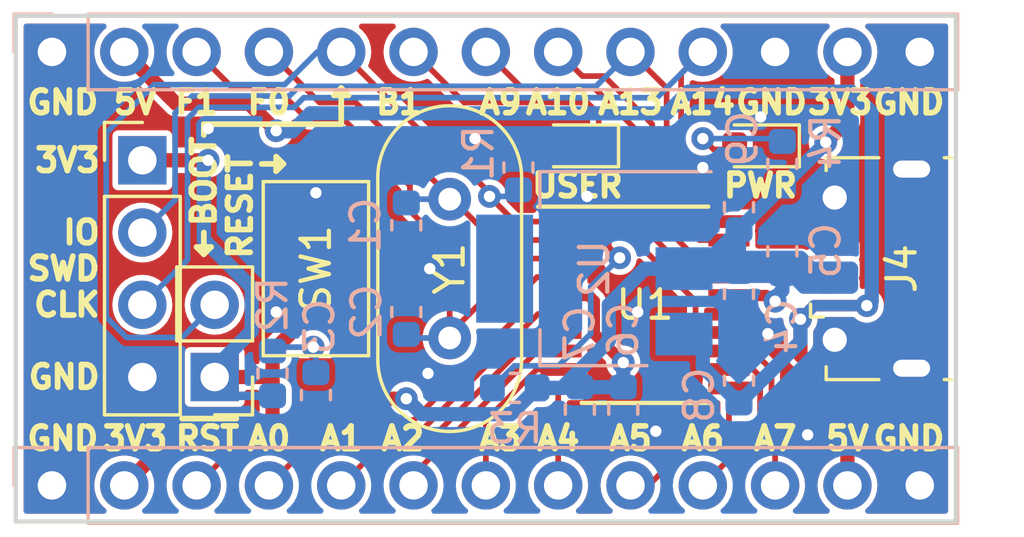
<source format=kicad_pcb>
(kicad_pcb (version 20171130) (host pcbnew "(5.0.0)")

  (general
    (thickness 1.6)
    (drawings 56)
    (tracks 305)
    (zones 0)
    (modules 24)
    (nets 23)
  )

  (page A4)
  (title_block
    (title MIBO20-STM32)
    (date 2018-09-23)
    (rev V1.0)
    (company "W. Fried")
  )

  (layers
    (0 F.Cu signal)
    (31 B.Cu signal)
    (32 B.Adhes user)
    (33 F.Adhes user)
    (34 B.Paste user)
    (35 F.Paste user)
    (36 B.SilkS user)
    (37 F.SilkS user)
    (38 B.Mask user)
    (39 F.Mask user)
    (40 Dwgs.User user)
    (41 Cmts.User user)
    (42 Eco1.User user)
    (43 Eco2.User user)
    (44 Edge.Cuts user)
    (45 Margin user)
    (46 B.CrtYd user)
    (47 F.CrtYd user)
    (48 B.Fab user)
    (49 F.Fab user)
  )

  (setup
    (last_trace_width 0.2)
    (trace_clearance 0.2)
    (zone_clearance 0.2)
    (zone_45_only no)
    (trace_min 0.2)
    (segment_width 0.2)
    (edge_width 0.15)
    (via_size 0.8)
    (via_drill 0.4)
    (via_min_size 0.4)
    (via_min_drill 0.3)
    (uvia_size 0.3)
    (uvia_drill 0.1)
    (uvias_allowed no)
    (uvia_min_size 0.2)
    (uvia_min_drill 0.1)
    (pcb_text_width 0.3)
    (pcb_text_size 1.5 1.5)
    (mod_edge_width 0.15)
    (mod_text_size 0.000001 0.000001)
    (mod_text_width 0.15)
    (pad_size 2 3.8)
    (pad_drill 0)
    (pad_to_mask_clearance 0.1)
    (solder_mask_min_width 0.1)
    (aux_axis_origin 0 0)
    (visible_elements 7FFFF7FF)
    (pcbplotparams
      (layerselection 0x010fc_ffffffff)
      (usegerberextensions false)
      (usegerberattributes false)
      (usegerberadvancedattributes false)
      (creategerberjobfile false)
      (excludeedgelayer true)
      (linewidth 0.100000)
      (plotframeref false)
      (viasonmask false)
      (mode 1)
      (useauxorigin false)
      (hpglpennumber 1)
      (hpglpenspeed 20)
      (hpglpendiameter 15.000000)
      (psnegative false)
      (psa4output false)
      (plotreference true)
      (plotvalue true)
      (plotinvisibletext false)
      (padsonsilk false)
      (subtractmaskfromsilk false)
      (outputformat 1)
      (mirror false)
      (drillshape 1)
      (scaleselection 1)
      (outputdirectory ""))
  )

  (net 0 "")
  (net 1 /OSC_IN)
  (net 2 GND)
  (net 3 /OSC_OUT)
  (net 4 /RESET)
  (net 5 +3V3)
  (net 6 /5V)
  (net 7 /BOOT0)
  (net 8 /PA7)
  (net 9 /PA6)
  (net 10 /LED1)
  (net 11 /PA0)
  (net 12 /PA1)
  (net 13 /PA2)
  (net 14 /PA3)
  (net 15 /PA4)
  (net 16 /PA5)
  (net 17 /PA10)
  (net 18 /PA11)
  (net 19 "Net-(D1-Pad2)")
  (net 20 "Net-(D2-Pad2)")
  (net 21 /PA13)
  (net 22 /PA14)

  (net_class Default "This is the default net class."
    (clearance 0.2)
    (trace_width 0.2)
    (via_dia 0.8)
    (via_drill 0.4)
    (uvia_dia 0.3)
    (uvia_drill 0.1)
    (add_net /BOOT0)
    (add_net /LED1)
    (add_net /OSC_IN)
    (add_net /OSC_OUT)
    (add_net /PA0)
    (add_net /PA1)
    (add_net /PA13)
    (add_net /PA14)
    (add_net /PA2)
    (add_net /PA3)
    (add_net /PA4)
    (add_net /PA5)
    (add_net /PA6)
    (add_net /PA7)
    (add_net /RESET)
    (add_net "Net-(D1-Pad2)")
    (add_net "Net-(D2-Pad2)")
  )

  (net_class Power ""
    (clearance 0.2)
    (trace_width 0.5)
    (via_dia 0.8)
    (via_drill 0.4)
    (uvia_dia 0.3)
    (uvia_drill 0.1)
    (add_net +3V3)
    (add_net /5V)
    (add_net GND)
  )

  (net_class USB ""
    (clearance 0.2)
    (trace_width 0.3)
    (via_dia 0.8)
    (via_drill 0.4)
    (uvia_dia 0.3)
    (uvia_drill 0.1)
    (add_net /PA10)
    (add_net /PA11)
  )

  (module Capacitor_SMD:C_0603_1608Metric (layer B.Cu) (tedit 5B301BBE) (tstamp 5BAB9FAA)
    (at 149.606 94.996 270)
    (descr "Capacitor SMD 0603 (1608 Metric), square (rectangular) end terminal, IPC_7351 nominal, (Body size source: http://www.tortai-tech.com/upload/download/2011102023233369053.pdf), generated with kicad-footprint-generator")
    (tags capacitor)
    (path /5B9AF9F2)
    (attr smd)
    (fp_text reference C1 (at 0 1.43 270) (layer B.SilkS)
      (effects (font (size 1 1) (thickness 0.15)) (justify mirror))
    )
    (fp_text value 22pF (at -0.635 1.397 270) (layer B.Fab)
      (effects (font (size 1 1) (thickness 0.15)) (justify mirror))
    )
    (fp_line (start -0.8 -0.4) (end -0.8 0.4) (layer B.Fab) (width 0.1))
    (fp_line (start -0.8 0.4) (end 0.8 0.4) (layer B.Fab) (width 0.1))
    (fp_line (start 0.8 0.4) (end 0.8 -0.4) (layer B.Fab) (width 0.1))
    (fp_line (start 0.8 -0.4) (end -0.8 -0.4) (layer B.Fab) (width 0.1))
    (fp_line (start -0.162779 0.51) (end 0.162779 0.51) (layer B.SilkS) (width 0.12))
    (fp_line (start -0.162779 -0.51) (end 0.162779 -0.51) (layer B.SilkS) (width 0.12))
    (fp_line (start -1.48 -0.73) (end -1.48 0.73) (layer B.CrtYd) (width 0.05))
    (fp_line (start -1.48 0.73) (end 1.48 0.73) (layer B.CrtYd) (width 0.05))
    (fp_line (start 1.48 0.73) (end 1.48 -0.73) (layer B.CrtYd) (width 0.05))
    (fp_line (start 1.48 -0.73) (end -1.48 -0.73) (layer B.CrtYd) (width 0.05))
    (fp_text user %R (at 0 0 270) (layer B.Fab)
      (effects (font (size 0.4 0.4) (thickness 0.06)) (justify mirror))
    )
    (pad 1 smd roundrect (at -0.7875 0 270) (size 0.875 0.95) (layers B.Cu B.Paste B.Mask) (roundrect_rratio 0.25)
      (net 1 /OSC_IN))
    (pad 2 smd roundrect (at 0.7875 0 270) (size 0.875 0.95) (layers B.Cu B.Paste B.Mask) (roundrect_rratio 0.25)
      (net 2 GND))
    (model ${KISYS3DMOD}/Capacitor_SMD.3dshapes/C_0603_1608Metric.wrl
      (at (xyz 0 0 0))
      (scale (xyz 1 1 1))
      (rotate (xyz 0 0 0))
    )
  )

  (module Capacitor_SMD:C_0603_1608Metric (layer B.Cu) (tedit 5B301BBE) (tstamp 5BAB9FBB)
    (at 149.606 98.044 90)
    (descr "Capacitor SMD 0603 (1608 Metric), square (rectangular) end terminal, IPC_7351 nominal, (Body size source: http://www.tortai-tech.com/upload/download/2011102023233369053.pdf), generated with kicad-footprint-generator")
    (tags capacitor)
    (path /5B9AFB25)
    (attr smd)
    (fp_text reference C2 (at 0 -1.397 90) (layer B.SilkS)
      (effects (font (size 1 1) (thickness 0.15)) (justify mirror))
    )
    (fp_text value 22pF (at -0.254 -1.43 90) (layer B.Fab)
      (effects (font (size 1 1) (thickness 0.15)) (justify mirror))
    )
    (fp_text user %R (at 0 0 90) (layer B.Fab)
      (effects (font (size 0.4 0.4) (thickness 0.06)) (justify mirror))
    )
    (fp_line (start 1.48 -0.73) (end -1.48 -0.73) (layer B.CrtYd) (width 0.05))
    (fp_line (start 1.48 0.73) (end 1.48 -0.73) (layer B.CrtYd) (width 0.05))
    (fp_line (start -1.48 0.73) (end 1.48 0.73) (layer B.CrtYd) (width 0.05))
    (fp_line (start -1.48 -0.73) (end -1.48 0.73) (layer B.CrtYd) (width 0.05))
    (fp_line (start -0.162779 -0.51) (end 0.162779 -0.51) (layer B.SilkS) (width 0.12))
    (fp_line (start -0.162779 0.51) (end 0.162779 0.51) (layer B.SilkS) (width 0.12))
    (fp_line (start 0.8 -0.4) (end -0.8 -0.4) (layer B.Fab) (width 0.1))
    (fp_line (start 0.8 0.4) (end 0.8 -0.4) (layer B.Fab) (width 0.1))
    (fp_line (start -0.8 0.4) (end 0.8 0.4) (layer B.Fab) (width 0.1))
    (fp_line (start -0.8 -0.4) (end -0.8 0.4) (layer B.Fab) (width 0.1))
    (pad 2 smd roundrect (at 0.7875 0 90) (size 0.875 0.95) (layers B.Cu B.Paste B.Mask) (roundrect_rratio 0.25)
      (net 2 GND))
    (pad 1 smd roundrect (at -0.7875 0 90) (size 0.875 0.95) (layers B.Cu B.Paste B.Mask) (roundrect_rratio 0.25)
      (net 3 /OSC_OUT))
    (model ${KISYS3DMOD}/Capacitor_SMD.3dshapes/C_0603_1608Metric.wrl
      (at (xyz 0 0 0))
      (scale (xyz 1 1 1))
      (rotate (xyz 0 0 0))
    )
  )

  (module Capacitor_SMD:C_0603_1608Metric (layer B.Cu) (tedit 5B301BBE) (tstamp 5BAB9FCC)
    (at 146.431 100.965 270)
    (descr "Capacitor SMD 0603 (1608 Metric), square (rectangular) end terminal, IPC_7351 nominal, (Body size source: http://www.tortai-tech.com/upload/download/2011102023233369053.pdf), generated with kicad-footprint-generator")
    (tags capacitor)
    (path /5BA7A03A)
    (attr smd)
    (fp_text reference C3 (at -2.413 -0.127 270) (layer B.SilkS)
      (effects (font (size 1 1) (thickness 0.15)) (justify mirror))
    )
    (fp_text value 100nF (at -3.937 -0.127 270) (layer B.Fab)
      (effects (font (size 1 1) (thickness 0.15)) (justify mirror))
    )
    (fp_line (start -0.8 -0.4) (end -0.8 0.4) (layer B.Fab) (width 0.1))
    (fp_line (start -0.8 0.4) (end 0.8 0.4) (layer B.Fab) (width 0.1))
    (fp_line (start 0.8 0.4) (end 0.8 -0.4) (layer B.Fab) (width 0.1))
    (fp_line (start 0.8 -0.4) (end -0.8 -0.4) (layer B.Fab) (width 0.1))
    (fp_line (start -0.162779 0.51) (end 0.162779 0.51) (layer B.SilkS) (width 0.12))
    (fp_line (start -0.162779 -0.51) (end 0.162779 -0.51) (layer B.SilkS) (width 0.12))
    (fp_line (start -1.48 -0.73) (end -1.48 0.73) (layer B.CrtYd) (width 0.05))
    (fp_line (start -1.48 0.73) (end 1.48 0.73) (layer B.CrtYd) (width 0.05))
    (fp_line (start 1.48 0.73) (end 1.48 -0.73) (layer B.CrtYd) (width 0.05))
    (fp_line (start 1.48 -0.73) (end -1.48 -0.73) (layer B.CrtYd) (width 0.05))
    (fp_text user %R (at 0 0 270) (layer B.Fab)
      (effects (font (size 0.4 0.4) (thickness 0.06)) (justify mirror))
    )
    (pad 1 smd roundrect (at -0.7875 0 270) (size 0.875 0.95) (layers B.Cu B.Paste B.Mask) (roundrect_rratio 0.25)
      (net 4 /RESET))
    (pad 2 smd roundrect (at 0.7875 0 270) (size 0.875 0.95) (layers B.Cu B.Paste B.Mask) (roundrect_rratio 0.25)
      (net 2 GND))
    (model ${KISYS3DMOD}/Capacitor_SMD.3dshapes/C_0603_1608Metric.wrl
      (at (xyz 0 0 0))
      (scale (xyz 1 1 1))
      (rotate (xyz 0 0 0))
    )
  )

  (module Capacitor_SMD:C_0603_1608Metric (layer B.Cu) (tedit 5B301BBE) (tstamp 5BAB9FDD)
    (at 161.29 97.409 270)
    (descr "Capacitor SMD 0603 (1608 Metric), square (rectangular) end terminal, IPC_7351 nominal, (Body size source: http://www.tortai-tech.com/upload/download/2011102023233369053.pdf), generated with kicad-footprint-generator")
    (tags capacitor)
    (path /5BAC25A6)
    (attr smd)
    (fp_text reference C4 (at 1.143 -1.524 270) (layer B.SilkS)
      (effects (font (size 1 1) (thickness 0.15)) (justify mirror))
    )
    (fp_text value 4.7uF (at 0 1.397 270) (layer B.Fab)
      (effects (font (size 1 1) (thickness 0.15)) (justify mirror))
    )
    (fp_line (start -0.8 -0.4) (end -0.8 0.4) (layer B.Fab) (width 0.1))
    (fp_line (start -0.8 0.4) (end 0.8 0.4) (layer B.Fab) (width 0.1))
    (fp_line (start 0.8 0.4) (end 0.8 -0.4) (layer B.Fab) (width 0.1))
    (fp_line (start 0.8 -0.4) (end -0.8 -0.4) (layer B.Fab) (width 0.1))
    (fp_line (start -0.162779 0.51) (end 0.162779 0.51) (layer B.SilkS) (width 0.12))
    (fp_line (start -0.162779 -0.51) (end 0.162779 -0.51) (layer B.SilkS) (width 0.12))
    (fp_line (start -1.48 -0.73) (end -1.48 0.73) (layer B.CrtYd) (width 0.05))
    (fp_line (start -1.48 0.73) (end 1.48 0.73) (layer B.CrtYd) (width 0.05))
    (fp_line (start 1.48 0.73) (end 1.48 -0.73) (layer B.CrtYd) (width 0.05))
    (fp_line (start 1.48 -0.73) (end -1.48 -0.73) (layer B.CrtYd) (width 0.05))
    (fp_text user %R (at 0 0 270) (layer B.Fab)
      (effects (font (size 0.4 0.4) (thickness 0.06)) (justify mirror))
    )
    (pad 1 smd roundrect (at -0.7875 0 270) (size 0.875 0.95) (layers B.Cu B.Paste B.Mask) (roundrect_rratio 0.25)
      (net 5 +3V3))
    (pad 2 smd roundrect (at 0.7875 0 270) (size 0.875 0.95) (layers B.Cu B.Paste B.Mask) (roundrect_rratio 0.25)
      (net 2 GND))
    (model ${KISYS3DMOD}/Capacitor_SMD.3dshapes/C_0603_1608Metric.wrl
      (at (xyz 0 0 0))
      (scale (xyz 1 1 1))
      (rotate (xyz 0 0 0))
    )
  )

  (module Capacitor_SMD:C_0603_1608Metric (layer B.Cu) (tedit 5B301BBE) (tstamp 5BAB9FEE)
    (at 162.814 95.9105 90)
    (descr "Capacitor SMD 0603 (1608 Metric), square (rectangular) end terminal, IPC_7351 nominal, (Body size source: http://www.tortai-tech.com/upload/download/2011102023233369053.pdf), generated with kicad-footprint-generator")
    (tags capacitor)
    (path /5BABE3C2)
    (attr smd)
    (fp_text reference C5 (at 0.0255 1.524 90) (layer B.SilkS)
      (effects (font (size 1 1) (thickness 0.15)) (justify mirror))
    )
    (fp_text value 100nF (at -0.7365 1.524 90) (layer B.Fab)
      (effects (font (size 1 1) (thickness 0.15)) (justify mirror))
    )
    (fp_line (start -0.8 -0.4) (end -0.8 0.4) (layer B.Fab) (width 0.1))
    (fp_line (start -0.8 0.4) (end 0.8 0.4) (layer B.Fab) (width 0.1))
    (fp_line (start 0.8 0.4) (end 0.8 -0.4) (layer B.Fab) (width 0.1))
    (fp_line (start 0.8 -0.4) (end -0.8 -0.4) (layer B.Fab) (width 0.1))
    (fp_line (start -0.162779 0.51) (end 0.162779 0.51) (layer B.SilkS) (width 0.12))
    (fp_line (start -0.162779 -0.51) (end 0.162779 -0.51) (layer B.SilkS) (width 0.12))
    (fp_line (start -1.48 -0.73) (end -1.48 0.73) (layer B.CrtYd) (width 0.05))
    (fp_line (start -1.48 0.73) (end 1.48 0.73) (layer B.CrtYd) (width 0.05))
    (fp_line (start 1.48 0.73) (end 1.48 -0.73) (layer B.CrtYd) (width 0.05))
    (fp_line (start 1.48 -0.73) (end -1.48 -0.73) (layer B.CrtYd) (width 0.05))
    (fp_text user %R (at 0 0 90) (layer B.Fab)
      (effects (font (size 0.4 0.4) (thickness 0.06)) (justify mirror))
    )
    (pad 1 smd roundrect (at -0.7875 0 90) (size 0.875 0.95) (layers B.Cu B.Paste B.Mask) (roundrect_rratio 0.25)
      (net 5 +3V3))
    (pad 2 smd roundrect (at 0.7875 0 90) (size 0.875 0.95) (layers B.Cu B.Paste B.Mask) (roundrect_rratio 0.25)
      (net 2 GND))
    (model ${KISYS3DMOD}/Capacitor_SMD.3dshapes/C_0603_1608Metric.wrl
      (at (xyz 0 0 0))
      (scale (xyz 1 1 1))
      (rotate (xyz 0 0 0))
    )
  )

  (module Capacitor_SMD:C_0603_1608Metric (layer B.Cu) (tedit 5B301BBE) (tstamp 5BAB9FFF)
    (at 161.29 100.457 90)
    (descr "Capacitor SMD 0603 (1608 Metric), square (rectangular) end terminal, IPC_7351 nominal, (Body size source: http://www.tortai-tech.com/upload/download/2011102023233369053.pdf), generated with kicad-footprint-generator")
    (tags capacitor)
    (path /5B9AC220)
    (attr smd)
    (fp_text reference C8 (at -0.508 -1.397 90) (layer B.SilkS)
      (effects (font (size 1 1) (thickness 0.15)) (justify mirror))
    )
    (fp_text value 4.7uF (at -1.524 -1.397 90) (layer B.Fab)
      (effects (font (size 1 1) (thickness 0.15)) (justify mirror))
    )
    (fp_line (start -0.8 -0.4) (end -0.8 0.4) (layer B.Fab) (width 0.1))
    (fp_line (start -0.8 0.4) (end 0.8 0.4) (layer B.Fab) (width 0.1))
    (fp_line (start 0.8 0.4) (end 0.8 -0.4) (layer B.Fab) (width 0.1))
    (fp_line (start 0.8 -0.4) (end -0.8 -0.4) (layer B.Fab) (width 0.1))
    (fp_line (start -0.162779 0.51) (end 0.162779 0.51) (layer B.SilkS) (width 0.12))
    (fp_line (start -0.162779 -0.51) (end 0.162779 -0.51) (layer B.SilkS) (width 0.12))
    (fp_line (start -1.48 -0.73) (end -1.48 0.73) (layer B.CrtYd) (width 0.05))
    (fp_line (start -1.48 0.73) (end 1.48 0.73) (layer B.CrtYd) (width 0.05))
    (fp_line (start 1.48 0.73) (end 1.48 -0.73) (layer B.CrtYd) (width 0.05))
    (fp_line (start 1.48 -0.73) (end -1.48 -0.73) (layer B.CrtYd) (width 0.05))
    (fp_text user %R (at 0 0 90) (layer B.Fab)
      (effects (font (size 0.4 0.4) (thickness 0.06)) (justify mirror))
    )
    (pad 1 smd roundrect (at -0.7875 0 90) (size 0.875 0.95) (layers B.Cu B.Paste B.Mask) (roundrect_rratio 0.25)
      (net 6 /5V))
    (pad 2 smd roundrect (at 0.7875 0 90) (size 0.875 0.95) (layers B.Cu B.Paste B.Mask) (roundrect_rratio 0.25)
      (net 2 GND))
    (model ${KISYS3DMOD}/Capacitor_SMD.3dshapes/C_0603_1608Metric.wrl
      (at (xyz 0 0 0))
      (scale (xyz 1 1 1))
      (rotate (xyz 0 0 0))
    )
  )

  (module LED_SMD:LED_0603_1608Metric (layer F.Cu) (tedit 5BA61F38) (tstamp 5BABA023)
    (at 155.575 92.202 180)
    (descr "LED SMD 0603 (1608 Metric), square (rectangular) end terminal, IPC_7351 nominal, (Body size source: http://www.tortai-tech.com/upload/download/2011102023233369053.pdf), generated with kicad-footprint-generator")
    (tags diode)
    (path /5B9D2567)
    (attr smd)
    (fp_text reference D1 (at 0 -1.43 180) (layer F.SilkS) hide
      (effects (font (size 1 1) (thickness 0.15)))
    )
    (fp_text value GREEN (at 0 1.43 180) (layer F.Fab)
      (effects (font (size 1 1) (thickness 0.15)))
    )
    (fp_text user %R (at 0 0 180) (layer F.Fab)
      (effects (font (size 0.4 0.4) (thickness 0.06)))
    )
    (fp_line (start 1.48 0.73) (end -1.48 0.73) (layer F.CrtYd) (width 0.05))
    (fp_line (start 1.48 -0.73) (end 1.48 0.73) (layer F.CrtYd) (width 0.05))
    (fp_line (start -1.48 -0.73) (end 1.48 -0.73) (layer F.CrtYd) (width 0.05))
    (fp_line (start -1.48 0.73) (end -1.48 -0.73) (layer F.CrtYd) (width 0.05))
    (fp_line (start -1.485 0.735) (end 0.8 0.735) (layer F.SilkS) (width 0.12))
    (fp_line (start -1.485 -0.735) (end -1.485 0.735) (layer F.SilkS) (width 0.12))
    (fp_line (start 0.8 -0.735) (end -1.485 -0.735) (layer F.SilkS) (width 0.12))
    (fp_line (start 0.8 0.4) (end 0.8 -0.4) (layer F.Fab) (width 0.1))
    (fp_line (start -0.8 0.4) (end 0.8 0.4) (layer F.Fab) (width 0.1))
    (fp_line (start -0.8 -0.1) (end -0.8 0.4) (layer F.Fab) (width 0.1))
    (fp_line (start -0.5 -0.4) (end -0.8 -0.1) (layer F.Fab) (width 0.1))
    (fp_line (start 0.8 -0.4) (end -0.5 -0.4) (layer F.Fab) (width 0.1))
    (pad 2 smd roundrect (at 0.7875 0 180) (size 0.875 0.95) (layers F.Cu F.Paste F.Mask) (roundrect_rratio 0.25)
      (net 19 "Net-(D1-Pad2)"))
    (pad 1 smd roundrect (at -0.7875 0 180) (size 0.875 0.95) (layers F.Cu F.Paste F.Mask) (roundrect_rratio 0.25)
      (net 10 /LED1))
    (model ${KISYS3DMOD}/LED_SMD.3dshapes/LED_0603_1608Metric.wrl
      (at (xyz 0 0 0))
      (scale (xyz 1 1 1))
      (rotate (xyz 0 0 0))
    )
  )

  (module LED_SMD:LED_0603_1608Metric (layer F.Cu) (tedit 5BA79A7B) (tstamp 5BABA036)
    (at 161.925 92.202 180)
    (descr "LED SMD 0603 (1608 Metric), square (rectangular) end terminal, IPC_7351 nominal, (Body size source: http://www.tortai-tech.com/upload/download/2011102023233369053.pdf), generated with kicad-footprint-generator")
    (tags diode)
    (path /5BDB8AB8)
    (attr smd)
    (fp_text reference D2 (at 0 -1.43 180) (layer F.Fab) hide
      (effects (font (size 1 1) (thickness 0.15)))
    )
    (fp_text value RED (at 0 1.43 180) (layer F.Fab)
      (effects (font (size 1 1) (thickness 0.15)))
    )
    (fp_line (start 0.8 -0.4) (end -0.5 -0.4) (layer F.Fab) (width 0.1))
    (fp_line (start -0.5 -0.4) (end -0.8 -0.1) (layer F.Fab) (width 0.1))
    (fp_line (start -0.8 -0.1) (end -0.8 0.4) (layer F.Fab) (width 0.1))
    (fp_line (start -0.8 0.4) (end 0.8 0.4) (layer F.Fab) (width 0.1))
    (fp_line (start 0.8 0.4) (end 0.8 -0.4) (layer F.Fab) (width 0.1))
    (fp_line (start 0.8 -0.735) (end -1.485 -0.735) (layer F.SilkS) (width 0.12))
    (fp_line (start -1.485 -0.735) (end -1.485 0.735) (layer F.SilkS) (width 0.12))
    (fp_line (start -1.485 0.735) (end 0.8 0.735) (layer F.SilkS) (width 0.12))
    (fp_line (start -1.48 0.73) (end -1.48 -0.73) (layer F.CrtYd) (width 0.05))
    (fp_line (start -1.48 -0.73) (end 1.48 -0.73) (layer F.CrtYd) (width 0.05))
    (fp_line (start 1.48 -0.73) (end 1.48 0.73) (layer F.CrtYd) (width 0.05))
    (fp_line (start 1.48 0.73) (end -1.48 0.73) (layer F.CrtYd) (width 0.05))
    (fp_text user %R (at 0 0 180) (layer F.Fab)
      (effects (font (size 0.4 0.4) (thickness 0.06)))
    )
    (pad 1 smd roundrect (at -0.7875 0 180) (size 0.875 0.95) (layers F.Cu F.Paste F.Mask) (roundrect_rratio 0.25)
      (net 2 GND))
    (pad 2 smd roundrect (at 0.7875 0 180) (size 0.875 0.95) (layers F.Cu F.Paste F.Mask) (roundrect_rratio 0.25)
      (net 20 "Net-(D2-Pad2)"))
    (model ${KISYS3DMOD}/LED_SMD.3dshapes/LED_0603_1608Metric.wrl
      (at (xyz 0 0 0))
      (scale (xyz 1 1 1))
      (rotate (xyz 0 0 0))
    )
  )

  (module Connector_PinHeader_2.54mm:PinHeader_1x02_P2.54mm_Vertical (layer F.Cu) (tedit 5BA79C15) (tstamp 5BABA04C)
    (at 142.875 100.33 180)
    (descr "Through hole straight pin header, 1x02, 2.54mm pitch, single row")
    (tags "Through hole pin header THT 1x02 2.54mm single row")
    (path /5BAD9469)
    (fp_text reference J1 (at 0 -2.33 180) (layer F.Fab) hide
      (effects (font (size 1 1) (thickness 0.15)))
    )
    (fp_text value Conn_01x02 (at 0 4.87 180) (layer F.Fab) hide
      (effects (font (size 1 1) (thickness 0.15)))
    )
    (fp_text user %R (at 0 1.27 270) (layer F.Fab) hide
      (effects (font (size 1 1) (thickness 0.15)))
    )
    (fp_line (start 1.8 -1.8) (end -1.8 -1.8) (layer F.CrtYd) (width 0.05))
    (fp_line (start 1.8 4.35) (end 1.8 -1.8) (layer F.CrtYd) (width 0.05))
    (fp_line (start -1.8 4.35) (end 1.8 4.35) (layer F.CrtYd) (width 0.05))
    (fp_line (start -1.8 -1.8) (end -1.8 4.35) (layer F.CrtYd) (width 0.05))
    (fp_line (start -1.33 -1.33) (end 0 -1.33) (layer F.SilkS) (width 0.12))
    (fp_line (start -1.33 0) (end -1.33 -1.33) (layer F.SilkS) (width 0.12))
    (fp_line (start -1.33 1.27) (end 1.33 1.27) (layer F.SilkS) (width 0.12))
    (fp_line (start 1.33 1.27) (end 1.33 3.87) (layer F.SilkS) (width 0.12))
    (fp_line (start -1.33 1.27) (end -1.33 3.87) (layer F.SilkS) (width 0.12))
    (fp_line (start -1.33 3.87) (end 1.33 3.87) (layer F.SilkS) (width 0.12))
    (fp_line (start -1.27 -0.635) (end -0.635 -1.27) (layer F.Fab) (width 0.1))
    (fp_line (start -1.27 3.81) (end -1.27 -0.635) (layer F.Fab) (width 0.1))
    (fp_line (start 1.27 3.81) (end -1.27 3.81) (layer F.Fab) (width 0.1))
    (fp_line (start 1.27 -1.27) (end 1.27 3.81) (layer F.Fab) (width 0.1))
    (fp_line (start -0.635 -1.27) (end 1.27 -1.27) (layer F.Fab) (width 0.1))
    (pad 2 thru_hole oval (at 0 2.54 180) (size 1.7 1.7) (drill 1) (layers *.Cu *.Mask)
      (net 7 /BOOT0))
    (pad 1 thru_hole rect (at 0 0 180) (size 1.7 1.7) (drill 1) (layers *.Cu *.Mask)
      (net 5 +3V3))
    (model ${KISYS3DMOD}/Connector_PinHeader_2.54mm.3dshapes/PinHeader_1x02_P2.54mm_Vertical.wrl
      (at (xyz 0 0 0))
      (scale (xyz 1 1 1))
      (rotate (xyz 0 0 0))
    )
  )

  (module Connector_PinHeader_2.54mm:PinHeader_1x13_P2.54mm_Vertical (layer B.Cu) (tedit 5BA7AEFF) (tstamp 5BABA06D)
    (at 137.160001 104.14 270)
    (descr "Through hole straight pin header, 1x13, 2.54mm pitch, single row")
    (tags "Through hole pin header THT 1x13 2.54mm single row")
    (path /5BBA50CD)
    (fp_text reference J2 (at -2.413 -0.126999 270) (layer B.SilkS) hide
      (effects (font (size 1 1) (thickness 0.15)) (justify mirror))
    )
    (fp_text value Conn_01x13 (at 0 -32.81 270) (layer B.Fab) hide
      (effects (font (size 1 1) (thickness 0.15)) (justify mirror))
    )
    (fp_text user %R (at 0 -15.24 180) (layer B.Fab) hide
      (effects (font (size 1 1) (thickness 0.15)) (justify mirror))
    )
    (fp_line (start 1.8 1.8) (end -1.8 1.8) (layer B.CrtYd) (width 0.05))
    (fp_line (start 1.8 -32.25) (end 1.8 1.8) (layer B.CrtYd) (width 0.05))
    (fp_line (start -1.8 -32.25) (end 1.8 -32.25) (layer B.CrtYd) (width 0.05))
    (fp_line (start -1.8 1.8) (end -1.8 -32.25) (layer B.CrtYd) (width 0.05))
    (fp_line (start -1.33 1.33) (end 0 1.33) (layer B.SilkS) (width 0.12))
    (fp_line (start -1.33 0) (end -1.33 1.33) (layer B.SilkS) (width 0.12))
    (fp_line (start -1.33 -1.27) (end 1.33 -1.27) (layer B.SilkS) (width 0.12))
    (fp_line (start 1.33 -1.27) (end 1.33 -31.81) (layer B.SilkS) (width 0.12))
    (fp_line (start -1.33 -1.27) (end -1.33 -31.81) (layer B.SilkS) (width 0.12))
    (fp_line (start -1.33 -31.81) (end 1.33 -31.81) (layer B.SilkS) (width 0.12))
    (fp_line (start -1.27 0.635) (end -0.635 1.27) (layer B.Fab) (width 0.1))
    (fp_line (start -1.27 -31.75) (end -1.27 0.635) (layer B.Fab) (width 0.1))
    (fp_line (start 1.27 -31.75) (end -1.27 -31.75) (layer B.Fab) (width 0.1))
    (fp_line (start 1.27 1.27) (end 1.27 -31.75) (layer B.Fab) (width 0.1))
    (fp_line (start -0.635 1.27) (end 1.27 1.27) (layer B.Fab) (width 0.1))
    (pad 13 thru_hole oval (at 0 -30.48 270) (size 1.7 1.7) (drill 1) (layers *.Cu *.Mask)
      (net 2 GND))
    (pad 12 thru_hole oval (at 0 -27.94 270) (size 1.7 1.7) (drill 1) (layers *.Cu *.Mask)
      (net 6 /5V))
    (pad 11 thru_hole oval (at 0 -25.4 270) (size 1.7 1.7) (drill 1) (layers *.Cu *.Mask)
      (net 8 /PA7))
    (pad 10 thru_hole oval (at 0 -22.86 270) (size 1.7 1.7) (drill 1) (layers *.Cu *.Mask)
      (net 9 /PA6))
    (pad 9 thru_hole oval (at 0 -20.32 270) (size 1.7 1.7) (drill 1) (layers *.Cu *.Mask)
      (net 16 /PA5))
    (pad 8 thru_hole oval (at 0 -17.78 270) (size 1.7 1.7) (drill 1) (layers *.Cu *.Mask)
      (net 15 /PA4))
    (pad 7 thru_hole oval (at 0 -15.24 270) (size 1.7 1.7) (drill 1) (layers *.Cu *.Mask)
      (net 14 /PA3))
    (pad 6 thru_hole oval (at 0 -12.7 270) (size 1.7 1.7) (drill 1) (layers *.Cu *.Mask)
      (net 13 /PA2))
    (pad 5 thru_hole oval (at 0 -10.16 270) (size 1.7 1.7) (drill 1) (layers *.Cu *.Mask)
      (net 12 /PA1))
    (pad 4 thru_hole oval (at 0 -7.62 270) (size 1.7 1.7) (drill 1) (layers *.Cu *.Mask)
      (net 11 /PA0))
    (pad 3 thru_hole oval (at 0 -5.08 270) (size 1.7 1.7) (drill 1) (layers *.Cu *.Mask)
      (net 4 /RESET))
    (pad 2 thru_hole oval (at 0 -2.54 270) (size 1.7 1.7) (drill 1) (layers *.Cu *.Mask)
      (net 5 +3V3))
    (pad 1 thru_hole rect (at 0 0 270) (size 1.7 1.7) (drill 1) (layers *.Cu *.Mask)
      (net 2 GND))
    (model ${KISYS3DMOD}/Connector_PinHeader_2.54mm.3dshapes/PinHeader_1x13_P2.54mm_Vertical.wrl
      (at (xyz 0 0 0))
      (scale (xyz 1 1 1))
      (rotate (xyz 0 0 0))
    )
  )

  (module Connector_PinHeader_2.54mm:PinHeader_1x13_P2.54mm_Vertical (layer B.Cu) (tedit 5BA7AEEB) (tstamp 5BABA08E)
    (at 137.16 88.9 270)
    (descr "Through hole straight pin header, 1x13, 2.54mm pitch, single row")
    (tags "Through hole pin header THT 1x13 2.54mm single row")
    (path /5BBA516B)
    (fp_text reference J3 (at 2.032 0.127 270) (layer B.SilkS) hide
      (effects (font (size 1 1) (thickness 0.15)) (justify mirror))
    )
    (fp_text value Conn_01x13 (at 0 -32.81 270) (layer B.Fab) hide
      (effects (font (size 1 1) (thickness 0.15)) (justify mirror))
    )
    (fp_line (start -0.635 1.27) (end 1.27 1.27) (layer B.Fab) (width 0.1))
    (fp_line (start 1.27 1.27) (end 1.27 -31.75) (layer B.Fab) (width 0.1))
    (fp_line (start 1.27 -31.75) (end -1.27 -31.75) (layer B.Fab) (width 0.1))
    (fp_line (start -1.27 -31.75) (end -1.27 0.635) (layer B.Fab) (width 0.1))
    (fp_line (start -1.27 0.635) (end -0.635 1.27) (layer B.Fab) (width 0.1))
    (fp_line (start -1.33 -31.81) (end 1.33 -31.81) (layer B.SilkS) (width 0.12))
    (fp_line (start -1.33 -1.27) (end -1.33 -31.81) (layer B.SilkS) (width 0.12))
    (fp_line (start 1.33 -1.27) (end 1.33 -31.81) (layer B.SilkS) (width 0.12))
    (fp_line (start -1.33 -1.27) (end 1.33 -1.27) (layer B.SilkS) (width 0.12))
    (fp_line (start -1.33 0) (end -1.33 1.33) (layer B.SilkS) (width 0.12))
    (fp_line (start -1.33 1.33) (end 0 1.33) (layer B.SilkS) (width 0.12))
    (fp_line (start -1.8 1.8) (end -1.8 -32.25) (layer B.CrtYd) (width 0.05))
    (fp_line (start -1.8 -32.25) (end 1.8 -32.25) (layer B.CrtYd) (width 0.05))
    (fp_line (start 1.8 -32.25) (end 1.8 1.8) (layer B.CrtYd) (width 0.05))
    (fp_line (start 1.8 1.8) (end -1.8 1.8) (layer B.CrtYd) (width 0.05))
    (fp_text user %R (at 0 -15.24 180) (layer B.Fab) hide
      (effects (font (size 1 1) (thickness 0.15)) (justify mirror))
    )
    (pad 1 thru_hole rect (at 0 0 270) (size 1.7 1.7) (drill 1) (layers *.Cu *.Mask)
      (net 2 GND))
    (pad 2 thru_hole oval (at 0 -2.54 270) (size 1.7 1.7) (drill 1) (layers *.Cu *.Mask)
      (net 6 /5V))
    (pad 3 thru_hole oval (at 0 -5.08 270) (size 1.7 1.7) (drill 1) (layers *.Cu *.Mask)
      (net 3 /OSC_OUT))
    (pad 4 thru_hole oval (at 0 -7.62 270) (size 1.7 1.7) (drill 1) (layers *.Cu *.Mask)
      (net 1 /OSC_IN))
    (pad 5 thru_hole oval (at 0 -10.16 270) (size 1.7 1.7) (drill 1) (layers *.Cu *.Mask)
      (net 7 /BOOT0))
    (pad 6 thru_hole oval (at 0 -12.7 270) (size 1.7 1.7) (drill 1) (layers *.Cu *.Mask)
      (net 10 /LED1))
    (pad 7 thru_hole oval (at 0 -15.24 270) (size 1.7 1.7) (drill 1) (layers *.Cu *.Mask)
      (net 18 /PA11))
    (pad 8 thru_hole oval (at 0 -17.78 270) (size 1.7 1.7) (drill 1) (layers *.Cu *.Mask)
      (net 17 /PA10))
    (pad 9 thru_hole oval (at 0 -20.32 270) (size 1.7 1.7) (drill 1) (layers *.Cu *.Mask)
      (net 21 /PA13))
    (pad 10 thru_hole oval (at 0 -22.86 270) (size 1.7 1.7) (drill 1) (layers *.Cu *.Mask)
      (net 22 /PA14))
    (pad 11 thru_hole oval (at 0 -25.4 270) (size 1.7 1.7) (drill 1) (layers *.Cu *.Mask)
      (net 2 GND))
    (pad 12 thru_hole oval (at 0 -27.94 270) (size 1.7 1.7) (drill 1) (layers *.Cu *.Mask)
      (net 5 +3V3))
    (pad 13 thru_hole oval (at 0 -30.48 270) (size 1.7 1.7) (drill 1) (layers *.Cu *.Mask)
      (net 2 GND))
    (model ${KISYS3DMOD}/Connector_PinHeader_2.54mm.3dshapes/PinHeader_1x13_P2.54mm_Vertical.wrl
      (at (xyz 0 0 0))
      (scale (xyz 1 1 1))
      (rotate (xyz 0 0 0))
    )
  )

  (module Connector_USB:USB_Micro-B_Molex-105017-0001 locked (layer F.Cu) (tedit 5BA7FF87) (tstamp 5BABA0B7)
    (at 166.116 96.52 90)
    (descr http://www.molex.com/pdm_docs/sd/1050170001_sd.pdf)
    (tags "Micro-USB SMD Typ-B")
    (path /5BAAF914)
    (attr smd)
    (fp_text reference J4 (at 0 0.889 90) (layer F.SilkS)
      (effects (font (size 1 1) (thickness 0.15)))
    )
    (fp_text value USB_B_Micro (at 0.3 4.3375 90) (layer F.Fab)
      (effects (font (size 1 1) (thickness 0.15)))
    )
    (fp_text user "PCB Edge" (at 0 2.6875 90) (layer Dwgs.User)
      (effects (font (size 0.5 0.5) (thickness 0.08)))
    )
    (fp_text user %R (at 0 0.8875 90) (layer F.Fab)
      (effects (font (size 1 1) (thickness 0.15)))
    )
    (fp_line (start -4.4 3.64) (end 4.4 3.64) (layer F.CrtYd) (width 0.05))
    (fp_line (start 4.4 -2.46) (end 4.4 3.64) (layer F.CrtYd) (width 0.05))
    (fp_line (start -4.4 -2.46) (end 4.4 -2.46) (layer F.CrtYd) (width 0.05))
    (fp_line (start -4.4 3.64) (end -4.4 -2.46) (layer F.CrtYd) (width 0.05))
    (fp_line (start -3.9 -1.7625) (end -3.45 -1.7625) (layer F.SilkS) (width 0.12))
    (fp_line (start -3.9 0.0875) (end -3.9 -1.7625) (layer F.SilkS) (width 0.12))
    (fp_line (start 3.9 2.6375) (end 3.9 2.3875) (layer F.SilkS) (width 0.12))
    (fp_line (start 3.75 3.3875) (end 3.75 -1.6125) (layer F.Fab) (width 0.1))
    (fp_line (start -3 2.689204) (end 3 2.689204) (layer F.Fab) (width 0.1))
    (fp_line (start -3.75 3.389204) (end 3.75 3.389204) (layer F.Fab) (width 0.1))
    (fp_line (start -3.75 -1.6125) (end 3.75 -1.6125) (layer F.Fab) (width 0.1))
    (fp_line (start -3.75 3.3875) (end -3.75 -1.6125) (layer F.Fab) (width 0.1))
    (fp_line (start -3.9 2.6375) (end -3.9 2.3875) (layer F.SilkS) (width 0.12))
    (fp_line (start 3.9 0.0875) (end 3.9 -1.7625) (layer F.SilkS) (width 0.12))
    (fp_line (start 3.9 -1.7625) (end 3.45 -1.7625) (layer F.SilkS) (width 0.12))
    (fp_line (start -1.7 -2.3125) (end -1.25 -2.3125) (layer F.SilkS) (width 0.12))
    (fp_line (start -1.7 -2.3125) (end -1.7 -1.8625) (layer F.SilkS) (width 0.12))
    (fp_line (start -1.3 -1.7125) (end -1.5 -1.9125) (layer F.Fab) (width 0.1))
    (fp_line (start -1.1 -1.9125) (end -1.3 -1.7125) (layer F.Fab) (width 0.1))
    (fp_line (start -1.5 -2.1225) (end -1.1 -2.1225) (layer F.Fab) (width 0.1))
    (fp_line (start -1.5 -2.1225) (end -1.5 -1.9125) (layer F.Fab) (width 0.1))
    (fp_line (start -1.1 -2.1225) (end -1.1 -1.9125) (layer F.Fab) (width 0.1))
    (pad 6 smd rect (at 1 1.2375 90) (size 1.5 1.9) (layers F.Cu F.Paste F.Mask)
      (net 2 GND))
    (pad 6 thru_hole circle (at -2.5 -1.4625 90) (size 1.45 1.45) (drill 0.85) (layers *.Cu *.Mask)
      (net 2 GND))
    (pad 2 smd rect (at -0.65 -1.4625 90) (size 0.4 1.35) (layers F.Cu F.Paste F.Mask)
      (net 18 /PA11))
    (pad 1 smd rect (at -1.3 -1.4625 90) (size 0.4 1.35) (layers F.Cu F.Paste F.Mask)
      (net 6 /5V))
    (pad 5 smd rect (at 1.3 -1.4625 90) (size 0.4 1.35) (layers F.Cu F.Paste F.Mask)
      (net 2 GND))
    (pad 4 smd rect (at 0.65 -1.4625 90) (size 0.4 1.35) (layers F.Cu F.Paste F.Mask))
    (pad 3 smd rect (at 0 -1.4625 90) (size 0.4 1.35) (layers F.Cu F.Paste F.Mask)
      (net 17 /PA10))
    (pad 6 thru_hole circle (at 2.5 -1.4625 90) (size 1.45 1.45) (drill 0.85) (layers *.Cu *.Mask)
      (net 2 GND))
    (pad 6 smd rect (at -1 1.2375 90) (size 1.5 1.9) (layers F.Cu F.Paste F.Mask)
      (net 2 GND))
    (pad 6 thru_hole oval (at -3.5 1.2375 270) (size 1.2 1.9) (drill oval 0.6 1.3) (layers *.Cu *.Mask)
      (net 2 GND))
    (pad 6 thru_hole oval (at 3.5 1.2375 90) (size 1.2 1.9) (drill oval 0.6 1.3) (layers *.Cu *.Mask)
      (net 2 GND))
    (pad 6 smd rect (at 2.9 1.2375 90) (size 1.2 1.9) (layers F.Cu F.Mask)
      (net 2 GND))
    (pad 6 smd rect (at -2.9 1.2375 90) (size 1.2 1.9) (layers F.Cu F.Mask)
      (net 2 GND))
    (model ${KISYS3DMOD}/Connector_USB.3dshapes/USB_Micro-B_Molex-105017-0001.wrl
      (at (xyz 0 0 0))
      (scale (xyz 1 1 1))
      (rotate (xyz 0 0 0))
    )
  )

  (module Connector_PinHeader_2.54mm:PinHeader_1x04_P2.54mm_Vertical (layer F.Cu) (tedit 5BA6192F) (tstamp 5BABA0CF)
    (at 140.335 92.71)
    (descr "Through hole straight pin header, 1x04, 2.54mm pitch, single row")
    (tags "Through hole pin header THT 1x04 2.54mm single row")
    (path /5BB736BB)
    (fp_text reference J5 (at 0 -2.33) (layer F.SilkS) hide
      (effects (font (size 1 1) (thickness 0.15)))
    )
    (fp_text value Conn_01x04 (at 0 9.95) (layer F.Fab) hide
      (effects (font (size 1 1) (thickness 0.15)))
    )
    (fp_line (start -0.635 -1.27) (end 1.27 -1.27) (layer F.Fab) (width 0.1))
    (fp_line (start 1.27 -1.27) (end 1.27 8.89) (layer F.Fab) (width 0.1))
    (fp_line (start 1.27 8.89) (end -1.27 8.89) (layer F.Fab) (width 0.1))
    (fp_line (start -1.27 8.89) (end -1.27 -0.635) (layer F.Fab) (width 0.1))
    (fp_line (start -1.27 -0.635) (end -0.635 -1.27) (layer F.Fab) (width 0.1))
    (fp_line (start -1.33 8.95) (end 1.33 8.95) (layer F.SilkS) (width 0.12))
    (fp_line (start -1.33 1.27) (end -1.33 8.95) (layer F.SilkS) (width 0.12))
    (fp_line (start 1.33 1.27) (end 1.33 8.95) (layer F.SilkS) (width 0.12))
    (fp_line (start -1.33 1.27) (end 1.33 1.27) (layer F.SilkS) (width 0.12))
    (fp_line (start -1.33 0) (end -1.33 -1.33) (layer F.SilkS) (width 0.12))
    (fp_line (start -1.33 -1.33) (end 0 -1.33) (layer F.SilkS) (width 0.12))
    (fp_line (start -1.8 -1.8) (end -1.8 9.4) (layer F.CrtYd) (width 0.05))
    (fp_line (start -1.8 9.4) (end 1.8 9.4) (layer F.CrtYd) (width 0.05))
    (fp_line (start 1.8 9.4) (end 1.8 -1.8) (layer F.CrtYd) (width 0.05))
    (fp_line (start 1.8 -1.8) (end -1.8 -1.8) (layer F.CrtYd) (width 0.05))
    (fp_text user %R (at 0 3.81 90) (layer F.Fab) hide
      (effects (font (size 1 1) (thickness 0.15)))
    )
    (pad 1 thru_hole rect (at 0 0) (size 1.7 1.7) (drill 1) (layers *.Cu *.Mask)
      (net 5 +3V3))
    (pad 2 thru_hole oval (at 0 2.54) (size 1.7 1.7) (drill 1) (layers *.Cu *.Mask)
      (net 21 /PA13))
    (pad 3 thru_hole oval (at 0 5.08) (size 1.7 1.7) (drill 1) (layers *.Cu *.Mask)
      (net 22 /PA14))
    (pad 4 thru_hole oval (at 0 7.62) (size 1.7 1.7) (drill 1) (layers *.Cu *.Mask)
      (net 2 GND))
    (model ${KISYS3DMOD}/Connector_PinHeader_2.54mm.3dshapes/PinHeader_1x04_P2.54mm_Vertical.wrl
      (at (xyz 0 0 0))
      (scale (xyz 1 1 1))
      (rotate (xyz 0 0 0))
    )
  )

  (module Resistor_SMD:R_0603_1608Metric (layer B.Cu) (tedit 5B301BBD) (tstamp 5BABA0E0)
    (at 153.543 92.964 90)
    (descr "Resistor SMD 0603 (1608 Metric), square (rectangular) end terminal, IPC_7351 nominal, (Body size source: http://www.tortai-tech.com/upload/download/2011102023233369053.pdf), generated with kicad-footprint-generator")
    (tags resistor)
    (path /5B9BA2C2)
    (attr smd)
    (fp_text reference R1 (at 0.508 -1.397 90) (layer B.SilkS)
      (effects (font (size 1 1) (thickness 0.15)) (justify mirror))
    )
    (fp_text value 100k (at -3.302 0 270) (layer B.Fab)
      (effects (font (size 1 1) (thickness 0.15)) (justify mirror))
    )
    (fp_line (start -0.8 -0.4) (end -0.8 0.4) (layer B.Fab) (width 0.1))
    (fp_line (start -0.8 0.4) (end 0.8 0.4) (layer B.Fab) (width 0.1))
    (fp_line (start 0.8 0.4) (end 0.8 -0.4) (layer B.Fab) (width 0.1))
    (fp_line (start 0.8 -0.4) (end -0.8 -0.4) (layer B.Fab) (width 0.1))
    (fp_line (start -0.162779 0.51) (end 0.162779 0.51) (layer B.SilkS) (width 0.12))
    (fp_line (start -0.162779 -0.51) (end 0.162779 -0.51) (layer B.SilkS) (width 0.12))
    (fp_line (start -1.48 -0.73) (end -1.48 0.73) (layer B.CrtYd) (width 0.05))
    (fp_line (start -1.48 0.73) (end 1.48 0.73) (layer B.CrtYd) (width 0.05))
    (fp_line (start 1.48 0.73) (end 1.48 -0.73) (layer B.CrtYd) (width 0.05))
    (fp_line (start 1.48 -0.73) (end -1.48 -0.73) (layer B.CrtYd) (width 0.05))
    (fp_text user %R (at 0 0 90) (layer B.Fab)
      (effects (font (size 0.4 0.4) (thickness 0.06)) (justify mirror))
    )
    (pad 1 smd roundrect (at -0.7875 0 90) (size 0.875 0.95) (layers B.Cu B.Paste B.Mask) (roundrect_rratio 0.25)
      (net 7 /BOOT0))
    (pad 2 smd roundrect (at 0.7875 0 90) (size 0.875 0.95) (layers B.Cu B.Paste B.Mask) (roundrect_rratio 0.25)
      (net 2 GND))
    (model ${KISYS3DMOD}/Resistor_SMD.3dshapes/R_0603_1608Metric.wrl
      (at (xyz 0 0 0))
      (scale (xyz 1 1 1))
      (rotate (xyz 0 0 0))
    )
  )

  (module Resistor_SMD:R_0603_1608Metric (layer B.Cu) (tedit 5B301BBD) (tstamp 5BABA0F1)
    (at 144.907 100.203 270)
    (descr "Resistor SMD 0603 (1608 Metric), square (rectangular) end terminal, IPC_7351 nominal, (Body size source: http://www.tortai-tech.com/upload/download/2011102023233369053.pdf), generated with kicad-footprint-generator")
    (tags resistor)
    (path /5B9C042E)
    (attr smd)
    (fp_text reference R2 (at -2.413 0 270) (layer B.SilkS)
      (effects (font (size 1 1) (thickness 0.15)) (justify mirror))
    )
    (fp_text value 10k (at -2.921 0 270) (layer B.Fab)
      (effects (font (size 1 1) (thickness 0.15)) (justify mirror))
    )
    (fp_line (start -0.8 -0.4) (end -0.8 0.4) (layer B.Fab) (width 0.1))
    (fp_line (start -0.8 0.4) (end 0.8 0.4) (layer B.Fab) (width 0.1))
    (fp_line (start 0.8 0.4) (end 0.8 -0.4) (layer B.Fab) (width 0.1))
    (fp_line (start 0.8 -0.4) (end -0.8 -0.4) (layer B.Fab) (width 0.1))
    (fp_line (start -0.162779 0.51) (end 0.162779 0.51) (layer B.SilkS) (width 0.12))
    (fp_line (start -0.162779 -0.51) (end 0.162779 -0.51) (layer B.SilkS) (width 0.12))
    (fp_line (start -1.48 -0.73) (end -1.48 0.73) (layer B.CrtYd) (width 0.05))
    (fp_line (start -1.48 0.73) (end 1.48 0.73) (layer B.CrtYd) (width 0.05))
    (fp_line (start 1.48 0.73) (end 1.48 -0.73) (layer B.CrtYd) (width 0.05))
    (fp_line (start 1.48 -0.73) (end -1.48 -0.73) (layer B.CrtYd) (width 0.05))
    (fp_text user %R (at 0 0 270) (layer B.Fab)
      (effects (font (size 0.4 0.4) (thickness 0.06)) (justify mirror))
    )
    (pad 1 smd roundrect (at -0.7875 0 270) (size 0.875 0.95) (layers B.Cu B.Paste B.Mask) (roundrect_rratio 0.25)
      (net 4 /RESET))
    (pad 2 smd roundrect (at 0.7875 0 270) (size 0.875 0.95) (layers B.Cu B.Paste B.Mask) (roundrect_rratio 0.25)
      (net 5 +3V3))
    (model ${KISYS3DMOD}/Resistor_SMD.3dshapes/R_0603_1608Metric.wrl
      (at (xyz 0 0 0))
      (scale (xyz 1 1 1))
      (rotate (xyz 0 0 0))
    )
  )

  (module Resistor_SMD:R_0603_1608Metric (layer B.Cu) (tedit 5B301BBD) (tstamp 5BABA102)
    (at 153.416 100.711)
    (descr "Resistor SMD 0603 (1608 Metric), square (rectangular) end terminal, IPC_7351 nominal, (Body size source: http://www.tortai-tech.com/upload/download/2011102023233369053.pdf), generated with kicad-footprint-generator")
    (tags resistor)
    (path /5B9D26C5)
    (attr smd)
    (fp_text reference R3 (at 0 1.43) (layer B.SilkS)
      (effects (font (size 1 1) (thickness 0.15)) (justify mirror))
    )
    (fp_text value 1k (at 0 1.397) (layer B.Fab)
      (effects (font (size 1 1) (thickness 0.15)) (justify mirror))
    )
    (fp_text user %R (at 0 0) (layer B.Fab)
      (effects (font (size 0.4 0.4) (thickness 0.06)) (justify mirror))
    )
    (fp_line (start 1.48 -0.73) (end -1.48 -0.73) (layer B.CrtYd) (width 0.05))
    (fp_line (start 1.48 0.73) (end 1.48 -0.73) (layer B.CrtYd) (width 0.05))
    (fp_line (start -1.48 0.73) (end 1.48 0.73) (layer B.CrtYd) (width 0.05))
    (fp_line (start -1.48 -0.73) (end -1.48 0.73) (layer B.CrtYd) (width 0.05))
    (fp_line (start -0.162779 -0.51) (end 0.162779 -0.51) (layer B.SilkS) (width 0.12))
    (fp_line (start -0.162779 0.51) (end 0.162779 0.51) (layer B.SilkS) (width 0.12))
    (fp_line (start 0.8 -0.4) (end -0.8 -0.4) (layer B.Fab) (width 0.1))
    (fp_line (start 0.8 0.4) (end 0.8 -0.4) (layer B.Fab) (width 0.1))
    (fp_line (start -0.8 0.4) (end 0.8 0.4) (layer B.Fab) (width 0.1))
    (fp_line (start -0.8 -0.4) (end -0.8 0.4) (layer B.Fab) (width 0.1))
    (pad 2 smd roundrect (at 0.7875 0) (size 0.875 0.95) (layers B.Cu B.Paste B.Mask) (roundrect_rratio 0.25)
      (net 5 +3V3))
    (pad 1 smd roundrect (at -0.7875 0) (size 0.875 0.95) (layers B.Cu B.Paste B.Mask) (roundrect_rratio 0.25)
      (net 19 "Net-(D1-Pad2)"))
    (model ${KISYS3DMOD}/Resistor_SMD.3dshapes/R_0603_1608Metric.wrl
      (at (xyz 0 0 0))
      (scale (xyz 1 1 1))
      (rotate (xyz 0 0 0))
    )
  )

  (module Button_Switch_SMD:SW_SPST_CK_RS282G05A3 (layer F.Cu) (tedit 5BA7AECE) (tstamp 5BABA150)
    (at 146.431 96.52 90)
    (descr https://www.mouser.com/ds/2/60/RS-282G05A-SM_RT-1159762.pdf)
    (tags "SPST button tactile switch")
    (path /5B9C39B7)
    (attr smd)
    (fp_text reference SW1 (at 0 0 90) (layer F.SilkS)
      (effects (font (size 1 1) (thickness 0.15)))
    )
    (fp_text value Reset (at 0 1.27 90) (layer F.Fab) hide
      (effects (font (size 1 1) (thickness 0.15)))
    )
    (fp_line (start -4.9 2.05) (end -4.9 -2.05) (layer F.CrtYd) (width 0.05))
    (fp_line (start 4.9 2.05) (end -4.9 2.05) (layer F.CrtYd) (width 0.05))
    (fp_line (start 4.9 -2.05) (end 4.9 2.05) (layer F.CrtYd) (width 0.05))
    (fp_line (start -4.9 -2.05) (end 4.9 -2.05) (layer F.CrtYd) (width 0.05))
    (fp_text user %R (at 0 0 90) (layer F.Fab)
      (effects (font (size 1 1) (thickness 0.15)))
    )
    (fp_line (start -1.75 -1) (end 1.75 -1) (layer F.Fab) (width 0.1))
    (fp_line (start 1.75 -1) (end 1.75 1) (layer F.Fab) (width 0.1))
    (fp_line (start 1.75 1) (end -1.75 1) (layer F.Fab) (width 0.1))
    (fp_line (start -1.75 1) (end -1.75 -1) (layer F.Fab) (width 0.1))
    (fp_line (start -3.06 -1.85) (end 3.06 -1.85) (layer F.SilkS) (width 0.12))
    (fp_line (start 3.06 -1.85) (end 3.06 1.85) (layer F.SilkS) (width 0.12))
    (fp_line (start 3.06 1.85) (end -3.06 1.85) (layer F.SilkS) (width 0.12))
    (fp_line (start -3.06 1.85) (end -3.06 -1.85) (layer F.SilkS) (width 0.12))
    (fp_line (start -1.5 0.8) (end 1.5 0.8) (layer F.Fab) (width 0.1))
    (fp_line (start -1.5 -0.8) (end 1.5 -0.8) (layer F.Fab) (width 0.1))
    (fp_line (start 1.5 -0.8) (end 1.5 0.8) (layer F.Fab) (width 0.1))
    (fp_line (start -1.5 -0.8) (end -1.5 0.8) (layer F.Fab) (width 0.1))
    (fp_line (start -3 1.8) (end 3 1.8) (layer F.Fab) (width 0.1))
    (fp_line (start -3 -1.8) (end 3 -1.8) (layer F.Fab) (width 0.1))
    (fp_line (start -3 -1.8) (end -3 1.8) (layer F.Fab) (width 0.1))
    (fp_line (start 3 -1.8) (end 3 1.8) (layer F.Fab) (width 0.1))
    (pad 1 smd rect (at -3.9 0 90) (size 1.5 1.5) (layers F.Cu F.Paste F.Mask)
      (net 4 /RESET))
    (pad 2 smd rect (at 3.9 0 90) (size 1.5 1.5) (layers F.Cu F.Paste F.Mask)
      (net 2 GND))
    (model ${KISYS3DMOD}/Button_Switch_SMD.3dshapes/SW_SPST_CK_RS282G05A3.wrl
      (at (xyz 0 0 0))
      (scale (xyz 1 1 1))
      (rotate (xyz 0 0 0))
    )
  )

  (module Package_SO:TSSOP-20_4.4x6.5mm_P0.65mm (layer F.Cu) (tedit 5BA7B152) (tstamp 5BABA174)
    (at 157.988 97.79)
    (descr "20-Lead Plastic Thin Shrink Small Outline (ST)-4.4 mm Body [TSSOP] (see Microchip Packaging Specification 00000049BS.pdf)")
    (tags "SSOP 0.65")
    (path /5BA029FA)
    (attr smd)
    (fp_text reference U1 (at 0 0) (layer F.SilkS)
      (effects (font (size 1 1) (thickness 0.15)))
    )
    (fp_text value STM32x0xxFxPx (at 0 4.3) (layer F.Fab)
      (effects (font (size 1 1) (thickness 0.15)))
    )
    (fp_line (start -1.2 -3.25) (end 2.2 -3.25) (layer F.Fab) (width 0.15))
    (fp_line (start 2.2 -3.25) (end 2.2 3.25) (layer F.Fab) (width 0.15))
    (fp_line (start 2.2 3.25) (end -2.2 3.25) (layer F.Fab) (width 0.15))
    (fp_line (start -2.2 3.25) (end -2.2 -2.25) (layer F.Fab) (width 0.15))
    (fp_line (start -2.2 -2.25) (end -1.2 -3.25) (layer F.Fab) (width 0.15))
    (fp_line (start -3.95 -3.55) (end -3.95 3.55) (layer F.CrtYd) (width 0.05))
    (fp_line (start 3.95 -3.55) (end 3.95 3.55) (layer F.CrtYd) (width 0.05))
    (fp_line (start -3.95 -3.55) (end 3.95 -3.55) (layer F.CrtYd) (width 0.05))
    (fp_line (start -3.95 3.55) (end 3.95 3.55) (layer F.CrtYd) (width 0.05))
    (fp_line (start -2.225 3.45) (end 2.225 3.45) (layer F.SilkS) (width 0.15))
    (fp_line (start -3.75 -3.45) (end 2.225 -3.45) (layer F.SilkS) (width 0.15))
    (fp_text user %R (at 0 0) (layer F.Fab)
      (effects (font (size 1 1) (thickness 0.15)))
    )
    (pad 1 smd rect (at -2.95 -2.925) (size 1.45 0.45) (layers F.Cu F.Paste F.Mask)
      (net 7 /BOOT0))
    (pad 2 smd rect (at -2.95 -2.275) (size 1.45 0.45) (layers F.Cu F.Paste F.Mask)
      (net 1 /OSC_IN))
    (pad 3 smd rect (at -2.95 -1.625) (size 1.45 0.45) (layers F.Cu F.Paste F.Mask)
      (net 3 /OSC_OUT))
    (pad 4 smd rect (at -2.95 -0.975) (size 1.45 0.45) (layers F.Cu F.Paste F.Mask)
      (net 4 /RESET))
    (pad 5 smd rect (at -2.95 -0.325) (size 1.45 0.45) (layers F.Cu F.Paste F.Mask)
      (net 5 +3V3))
    (pad 6 smd rect (at -2.95 0.325) (size 1.45 0.45) (layers F.Cu F.Paste F.Mask)
      (net 11 /PA0))
    (pad 7 smd rect (at -2.95 0.975) (size 1.45 0.45) (layers F.Cu F.Paste F.Mask)
      (net 12 /PA1))
    (pad 8 smd rect (at -2.95 1.625) (size 1.45 0.45) (layers F.Cu F.Paste F.Mask)
      (net 13 /PA2))
    (pad 9 smd rect (at -2.95 2.275) (size 1.45 0.45) (layers F.Cu F.Paste F.Mask)
      (net 14 /PA3))
    (pad 10 smd rect (at -2.95 2.925) (size 1.45 0.45) (layers F.Cu F.Paste F.Mask)
      (net 15 /PA4))
    (pad 11 smd rect (at 2.95 2.925) (size 1.45 0.45) (layers F.Cu F.Paste F.Mask)
      (net 16 /PA5))
    (pad 12 smd rect (at 2.95 2.275) (size 1.45 0.45) (layers F.Cu F.Paste F.Mask)
      (net 9 /PA6))
    (pad 13 smd rect (at 2.95 1.625) (size 1.45 0.45) (layers F.Cu F.Paste F.Mask)
      (net 8 /PA7))
    (pad 14 smd rect (at 2.95 0.975) (size 1.45 0.45) (layers F.Cu F.Paste F.Mask)
      (net 10 /LED1))
    (pad 15 smd rect (at 2.95 0.325) (size 1.45 0.45) (layers F.Cu F.Paste F.Mask)
      (net 2 GND))
    (pad 16 smd rect (at 2.95 -0.325) (size 1.45 0.45) (layers F.Cu F.Paste F.Mask)
      (net 5 +3V3))
    (pad 17 smd rect (at 2.95 -0.975) (size 1.45 0.45) (layers F.Cu F.Paste F.Mask)
      (net 18 /PA11))
    (pad 18 smd rect (at 2.95 -1.625) (size 1.45 0.45) (layers F.Cu F.Paste F.Mask)
      (net 17 /PA10))
    (pad 19 smd rect (at 2.95 -2.275) (size 1.45 0.45) (layers F.Cu F.Paste F.Mask)
      (net 21 /PA13))
    (pad 20 smd rect (at 2.95 -2.925) (size 1.45 0.45) (layers F.Cu F.Paste F.Mask)
      (net 22 /PA14))
    (model ${KISYS3DMOD}/Package_SO.3dshapes/TSSOP-20_4.4x6.5mm_P0.65mm.wrl
      (at (xyz 0 0 0))
      (scale (xyz 1 1 1))
      (rotate (xyz 0 0 0))
    )
  )

  (module Package_TO_SOT_SMD:SOT-223 (layer B.Cu) (tedit 5BA7B20D) (tstamp 5BA6D9C9)
    (at 156.21 96.52 180)
    (descr "module CMS SOT223 4 pins")
    (tags "CMS SOT")
    (path /5B9A9934)
    (attr smd)
    (fp_text reference U2 (at 0 0 270) (layer B.SilkS)
      (effects (font (size 1 1) (thickness 0.15)) (justify mirror))
    )
    (fp_text value AMS1117-3.3 (at 5.207 0 270) (layer B.Fab)
      (effects (font (size 1 1) (thickness 0.15)) (justify mirror))
    )
    (fp_line (start 1.85 3.35) (end 1.85 -3.35) (layer B.Fab) (width 0.1))
    (fp_line (start -1.85 -3.35) (end 1.85 -3.35) (layer B.Fab) (width 0.1))
    (fp_line (start -4.1 3.41) (end 1.91 3.41) (layer B.SilkS) (width 0.12))
    (fp_line (start -0.8 3.35) (end 1.85 3.35) (layer B.Fab) (width 0.1))
    (fp_line (start -1.85 -3.41) (end 1.91 -3.41) (layer B.SilkS) (width 0.12))
    (fp_line (start -1.85 2.3) (end -1.85 -3.35) (layer B.Fab) (width 0.1))
    (fp_line (start -4.4 3.6) (end -4.4 -3.6) (layer B.CrtYd) (width 0.05))
    (fp_line (start -4.4 -3.6) (end 4.4 -3.6) (layer B.CrtYd) (width 0.05))
    (fp_line (start 4.4 -3.6) (end 4.4 3.6) (layer B.CrtYd) (width 0.05))
    (fp_line (start 4.4 3.6) (end -4.4 3.6) (layer B.CrtYd) (width 0.05))
    (fp_line (start 1.91 3.41) (end 1.91 2.15) (layer B.SilkS) (width 0.12))
    (fp_line (start 1.91 -3.41) (end 1.91 -2.15) (layer B.SilkS) (width 0.12))
    (fp_line (start -1.85 2.3) (end -0.8 3.35) (layer B.Fab) (width 0.1))
    (fp_text user %R (at 0 0 90) (layer B.Fab)
      (effects (font (size 1 1) (thickness 0.125)) (justify mirror))
    )
    (pad 1 smd rect (at -3.15 2.3 180) (size 2 1.5) (layers B.Cu B.Paste B.Mask)
      (net 2 GND))
    (pad 3 smd rect (at -3.15 -2.3 180) (size 2 1.5) (layers B.Cu B.Paste B.Mask)
      (net 6 /5V))
    (pad 2 smd rect (at -3.15 0 180) (size 2 1.5) (layers B.Cu B.Paste B.Mask)
      (net 5 +3V3))
    (pad 4 smd rect (at 3.15 0 180) (size 2 3.8) (layers B.Cu B.Paste B.Mask))
    (model ${KISYS3DMOD}/Package_TO_SOT_SMD.3dshapes/SOT-223.wrl
      (at (xyz 0 0 0))
      (scale (xyz 1 1 1))
      (rotate (xyz 0 0 0))
    )
  )

  (module Crystal:Crystal_HC49-4H_Vertical (layer F.Cu) (tedit 5A1AD3B7) (tstamp 5BABA1A1)
    (at 151.13 94.0784 270)
    (descr "Crystal THT HC-49-4H http://5hertz.com/pdfs/04404_D.pdf")
    (tags "THT crystalHC-49-4H")
    (path /5B9AEC52)
    (fp_text reference Y1 (at 2.4416 0 270) (layer F.SilkS)
      (effects (font (size 1 1) (thickness 0.15)))
    )
    (fp_text value 8MHz (at 2.4416 -1.397 270) (layer F.Fab)
      (effects (font (size 1 1) (thickness 0.15)))
    )
    (fp_arc (start 5.64 0) (end 5.64 -2.525) (angle 180) (layer F.SilkS) (width 0.12))
    (fp_arc (start -0.76 0) (end -0.76 -2.525) (angle -180) (layer F.SilkS) (width 0.12))
    (fp_arc (start 5.44 0) (end 5.44 -2) (angle 180) (layer F.Fab) (width 0.1))
    (fp_arc (start -0.56 0) (end -0.56 -2) (angle -180) (layer F.Fab) (width 0.1))
    (fp_arc (start 5.64 0) (end 5.64 -2.325) (angle 180) (layer F.Fab) (width 0.1))
    (fp_arc (start -0.76 0) (end -0.76 -2.325) (angle -180) (layer F.Fab) (width 0.1))
    (fp_line (start 8.5 -2.8) (end -3.6 -2.8) (layer F.CrtYd) (width 0.05))
    (fp_line (start 8.5 2.8) (end 8.5 -2.8) (layer F.CrtYd) (width 0.05))
    (fp_line (start -3.6 2.8) (end 8.5 2.8) (layer F.CrtYd) (width 0.05))
    (fp_line (start -3.6 -2.8) (end -3.6 2.8) (layer F.CrtYd) (width 0.05))
    (fp_line (start -0.76 2.525) (end 5.64 2.525) (layer F.SilkS) (width 0.12))
    (fp_line (start -0.76 -2.525) (end 5.64 -2.525) (layer F.SilkS) (width 0.12))
    (fp_line (start -0.56 2) (end 5.44 2) (layer F.Fab) (width 0.1))
    (fp_line (start -0.56 -2) (end 5.44 -2) (layer F.Fab) (width 0.1))
    (fp_line (start -0.76 2.325) (end 5.64 2.325) (layer F.Fab) (width 0.1))
    (fp_line (start -0.76 -2.325) (end 5.64 -2.325) (layer F.Fab) (width 0.1))
    (fp_text user %R (at 2.44 0 270) (layer F.Fab)
      (effects (font (size 1 1) (thickness 0.15)))
    )
    (pad 2 thru_hole circle (at 4.88 0 270) (size 1.5 1.5) (drill 0.8) (layers *.Cu *.Mask)
      (net 3 /OSC_OUT))
    (pad 1 thru_hole circle (at 0 0 270) (size 1.5 1.5) (drill 0.8) (layers *.Cu *.Mask)
      (net 1 /OSC_IN))
    (model ${KISYS3DMOD}/Crystal.3dshapes/Crystal_HC49-4H_Vertical.wrl
      (at (xyz 0 0 0))
      (scale (xyz 1 1 1))
      (rotate (xyz 0 0 0))
    )
  )

  (module Capacitor_SMD:C_0603_1608Metric (layer B.Cu) (tedit 5B301BBE) (tstamp 5BA61100)
    (at 157.226 101.473 270)
    (descr "Capacitor SMD 0603 (1608 Metric), square (rectangular) end terminal, IPC_7351 nominal, (Body size source: http://www.tortai-tech.com/upload/download/2011102023233369053.pdf), generated with kicad-footprint-generator")
    (tags capacitor)
    (path /5B9AE0E3)
    (attr smd)
    (fp_text reference C6 (at -2.794 0 270) (layer B.SilkS)
      (effects (font (size 1 1) (thickness 0.15)) (justify mirror))
    )
    (fp_text value 10nF (at -2.794 0 270) (layer B.Fab)
      (effects (font (size 1 1) (thickness 0.15)) (justify mirror))
    )
    (fp_line (start -0.8 -0.4) (end -0.8 0.4) (layer B.Fab) (width 0.1))
    (fp_line (start -0.8 0.4) (end 0.8 0.4) (layer B.Fab) (width 0.1))
    (fp_line (start 0.8 0.4) (end 0.8 -0.4) (layer B.Fab) (width 0.1))
    (fp_line (start 0.8 -0.4) (end -0.8 -0.4) (layer B.Fab) (width 0.1))
    (fp_line (start -0.162779 0.51) (end 0.162779 0.51) (layer B.SilkS) (width 0.12))
    (fp_line (start -0.162779 -0.51) (end 0.162779 -0.51) (layer B.SilkS) (width 0.12))
    (fp_line (start -1.48 -0.73) (end -1.48 0.73) (layer B.CrtYd) (width 0.05))
    (fp_line (start -1.48 0.73) (end 1.48 0.73) (layer B.CrtYd) (width 0.05))
    (fp_line (start 1.48 0.73) (end 1.48 -0.73) (layer B.CrtYd) (width 0.05))
    (fp_line (start 1.48 -0.73) (end -1.48 -0.73) (layer B.CrtYd) (width 0.05))
    (fp_text user %R (at 0 0 270) (layer B.Fab)
      (effects (font (size 0.4 0.4) (thickness 0.06)) (justify mirror))
    )
    (pad 1 smd roundrect (at -0.7875 0 270) (size 0.875 0.95) (layers B.Cu B.Paste B.Mask) (roundrect_rratio 0.25)
      (net 5 +3V3))
    (pad 2 smd roundrect (at 0.7875 0 270) (size 0.875 0.95) (layers B.Cu B.Paste B.Mask) (roundrect_rratio 0.25)
      (net 2 GND))
    (model ${KISYS3DMOD}/Capacitor_SMD.3dshapes/C_0603_1608Metric.wrl
      (at (xyz 0 0 0))
      (scale (xyz 1 1 1))
      (rotate (xyz 0 0 0))
    )
  )

  (module Capacitor_SMD:C_0603_1608Metric (layer B.Cu) (tedit 5B301BBE) (tstamp 5BA61111)
    (at 155.702 101.473 270)
    (descr "Capacitor SMD 0603 (1608 Metric), square (rectangular) end terminal, IPC_7351 nominal, (Body size source: http://www.tortai-tech.com/upload/download/2011102023233369053.pdf), generated with kicad-footprint-generator")
    (tags capacitor)
    (path /5BAEDE2F)
    (attr smd)
    (fp_text reference C7 (at -2.667 0 270) (layer B.SilkS)
      (effects (font (size 1 1) (thickness 0.15)) (justify mirror))
    )
    (fp_text value 1uF (at -2.286 0 270) (layer B.Fab)
      (effects (font (size 1 1) (thickness 0.15)) (justify mirror))
    )
    (fp_text user %R (at 0 0 270) (layer B.Fab)
      (effects (font (size 0.4 0.4) (thickness 0.06)) (justify mirror))
    )
    (fp_line (start 1.48 -0.73) (end -1.48 -0.73) (layer B.CrtYd) (width 0.05))
    (fp_line (start 1.48 0.73) (end 1.48 -0.73) (layer B.CrtYd) (width 0.05))
    (fp_line (start -1.48 0.73) (end 1.48 0.73) (layer B.CrtYd) (width 0.05))
    (fp_line (start -1.48 -0.73) (end -1.48 0.73) (layer B.CrtYd) (width 0.05))
    (fp_line (start -0.162779 -0.51) (end 0.162779 -0.51) (layer B.SilkS) (width 0.12))
    (fp_line (start -0.162779 0.51) (end 0.162779 0.51) (layer B.SilkS) (width 0.12))
    (fp_line (start 0.8 -0.4) (end -0.8 -0.4) (layer B.Fab) (width 0.1))
    (fp_line (start 0.8 0.4) (end 0.8 -0.4) (layer B.Fab) (width 0.1))
    (fp_line (start -0.8 0.4) (end 0.8 0.4) (layer B.Fab) (width 0.1))
    (fp_line (start -0.8 -0.4) (end -0.8 0.4) (layer B.Fab) (width 0.1))
    (pad 2 smd roundrect (at 0.7875 0 270) (size 0.875 0.95) (layers B.Cu B.Paste B.Mask) (roundrect_rratio 0.25)
      (net 2 GND))
    (pad 1 smd roundrect (at -0.7875 0 270) (size 0.875 0.95) (layers B.Cu B.Paste B.Mask) (roundrect_rratio 0.25)
      (net 5 +3V3))
    (model ${KISYS3DMOD}/Capacitor_SMD.3dshapes/C_0603_1608Metric.wrl
      (at (xyz 0 0 0))
      (scale (xyz 1 1 1))
      (rotate (xyz 0 0 0))
    )
  )

  (module Capacitor_SMD:C_0603_1608Metric (layer B.Cu) (tedit 5B301BBE) (tstamp 5BA61122)
    (at 161.29 94.361 90)
    (descr "Capacitor SMD 0603 (1608 Metric), square (rectangular) end terminal, IPC_7351 nominal, (Body size source: http://www.tortai-tech.com/upload/download/2011102023233369053.pdf), generated with kicad-footprint-generator")
    (tags capacitor)
    (path /5B9ADE99)
    (attr smd)
    (fp_text reference C9 (at 2.413 0.127 90) (layer B.SilkS)
      (effects (font (size 1 1) (thickness 0.15)) (justify mirror))
    )
    (fp_text value 4.7uF (at 1.524 -1.43 90) (layer B.Fab)
      (effects (font (size 1 1) (thickness 0.15)) (justify mirror))
    )
    (fp_line (start -0.8 -0.4) (end -0.8 0.4) (layer B.Fab) (width 0.1))
    (fp_line (start -0.8 0.4) (end 0.8 0.4) (layer B.Fab) (width 0.1))
    (fp_line (start 0.8 0.4) (end 0.8 -0.4) (layer B.Fab) (width 0.1))
    (fp_line (start 0.8 -0.4) (end -0.8 -0.4) (layer B.Fab) (width 0.1))
    (fp_line (start -0.162779 0.51) (end 0.162779 0.51) (layer B.SilkS) (width 0.12))
    (fp_line (start -0.162779 -0.51) (end 0.162779 -0.51) (layer B.SilkS) (width 0.12))
    (fp_line (start -1.48 -0.73) (end -1.48 0.73) (layer B.CrtYd) (width 0.05))
    (fp_line (start -1.48 0.73) (end 1.48 0.73) (layer B.CrtYd) (width 0.05))
    (fp_line (start 1.48 0.73) (end 1.48 -0.73) (layer B.CrtYd) (width 0.05))
    (fp_line (start 1.48 -0.73) (end -1.48 -0.73) (layer B.CrtYd) (width 0.05))
    (fp_text user %R (at 0 0 90) (layer B.Fab)
      (effects (font (size 0.4 0.4) (thickness 0.06)) (justify mirror))
    )
    (pad 1 smd roundrect (at -0.7875 0 90) (size 0.875 0.95) (layers B.Cu B.Paste B.Mask) (roundrect_rratio 0.25)
      (net 5 +3V3))
    (pad 2 smd roundrect (at 0.7875 0 90) (size 0.875 0.95) (layers B.Cu B.Paste B.Mask) (roundrect_rratio 0.25)
      (net 2 GND))
    (model ${KISYS3DMOD}/Capacitor_SMD.3dshapes/C_0603_1608Metric.wrl
      (at (xyz 0 0 0))
      (scale (xyz 1 1 1))
      (rotate (xyz 0 0 0))
    )
  )

  (module Resistor_SMD:R_0603_1608Metric (layer B.Cu) (tedit 5B301BBD) (tstamp 5BA61133)
    (at 162.814 92.837 270)
    (descr "Resistor SMD 0603 (1608 Metric), square (rectangular) end terminal, IPC_7351 nominal, (Body size source: http://www.tortai-tech.com/upload/download/2011102023233369053.pdf), generated with kicad-footprint-generator")
    (tags resistor)
    (path /5BDB8ABF)
    (attr smd)
    (fp_text reference R4 (at -0.762 -1.524 270) (layer B.SilkS)
      (effects (font (size 1 1) (thickness 0.15)) (justify mirror))
    )
    (fp_text value 1k (at 0 -1.43 270) (layer B.Fab)
      (effects (font (size 1 1) (thickness 0.15)) (justify mirror))
    )
    (fp_line (start -0.8 -0.4) (end -0.8 0.4) (layer B.Fab) (width 0.1))
    (fp_line (start -0.8 0.4) (end 0.8 0.4) (layer B.Fab) (width 0.1))
    (fp_line (start 0.8 0.4) (end 0.8 -0.4) (layer B.Fab) (width 0.1))
    (fp_line (start 0.8 -0.4) (end -0.8 -0.4) (layer B.Fab) (width 0.1))
    (fp_line (start -0.162779 0.51) (end 0.162779 0.51) (layer B.SilkS) (width 0.12))
    (fp_line (start -0.162779 -0.51) (end 0.162779 -0.51) (layer B.SilkS) (width 0.12))
    (fp_line (start -1.48 -0.73) (end -1.48 0.73) (layer B.CrtYd) (width 0.05))
    (fp_line (start -1.48 0.73) (end 1.48 0.73) (layer B.CrtYd) (width 0.05))
    (fp_line (start 1.48 0.73) (end 1.48 -0.73) (layer B.CrtYd) (width 0.05))
    (fp_line (start 1.48 -0.73) (end -1.48 -0.73) (layer B.CrtYd) (width 0.05))
    (fp_text user %R (at 0 0 270) (layer B.Fab)
      (effects (font (size 0.4 0.4) (thickness 0.06)) (justify mirror))
    )
    (pad 1 smd roundrect (at -0.7875 0 270) (size 0.875 0.95) (layers B.Cu B.Paste B.Mask) (roundrect_rratio 0.25)
      (net 20 "Net-(D2-Pad2)"))
    (pad 2 smd roundrect (at 0.7875 0 270) (size 0.875 0.95) (layers B.Cu B.Paste B.Mask) (roundrect_rratio 0.25)
      (net 5 +3V3))
    (model ${KISYS3DMOD}/Resistor_SMD.3dshapes/R_0603_1608Metric.wrl
      (at (xyz 0 0 0))
      (scale (xyz 1 1 1))
      (rotate (xyz 0 0 0))
    )
  )

  (gr_text V1.0 (at 167.386 96.52 90) (layer B.Mask) (tstamp 5BA842FE)
    (effects (font (size 1 1) (thickness 0.25)) (justify mirror))
  )
  (gr_text MIBO20-STM32 (at 137.414 96.52 90) (layer B.Mask) (tstamp 5BAC7FFA)
    (effects (font (size 1 1) (thickness 0.25)) (justify mirror))
  )
  (gr_text PWR (at 160.655 93.599) (layer F.SilkS) (tstamp 5BAC5407)
    (effects (font (size 0.8 0.8) (thickness 0.2)) (justify left))
  )
  (gr_line (start 141.732 101.7905) (end 143.637 101.7905) (layer F.SilkS) (width 0.2))
  (gr_text GND (at 167.259 102.489) (layer F.SilkS) (tstamp 5BAC1F50)
    (effects (font (size 0.8 0.8) (thickness 0.2)))
  )
  (gr_text 5V (at 165.1 102.489) (layer F.SilkS) (tstamp 5BAC0D92)
    (effects (font (size 0.8 0.8) (thickness 0.2)))
  )
  (gr_text A7 (at 162.56 102.489) (layer F.SilkS) (tstamp 5BAC0D92)
    (effects (font (size 0.8 0.8) (thickness 0.2)))
  )
  (gr_text A6 (at 160.02 102.489) (layer F.SilkS) (tstamp 5BAC0D92)
    (effects (font (size 0.8 0.8) (thickness 0.2)))
  )
  (gr_text A5 (at 157.48 102.489) (layer F.SilkS) (tstamp 5BAC0D92)
    (effects (font (size 0.8 0.8) (thickness 0.2)))
  )
  (gr_text A4 (at 154.94 102.489) (layer F.SilkS) (tstamp 5BAC0D92)
    (effects (font (size 0.8 0.8) (thickness 0.2)))
  )
  (gr_text A3 (at 152.908 102.489) (layer F.SilkS) (tstamp 5BAC0D92)
    (effects (font (size 0.8 0.8) (thickness 0.2)))
  )
  (gr_text A2 (at 149.479 102.489) (layer F.SilkS) (tstamp 5BAC0D92)
    (effects (font (size 0.8 0.8) (thickness 0.2)))
  )
  (gr_text A1 (at 147.32 102.489) (layer F.SilkS) (tstamp 5BAC0D92)
    (effects (font (size 0.8 0.8) (thickness 0.2)))
  )
  (gr_text A0 (at 144.78 102.489) (layer F.SilkS) (tstamp 5BAC0675)
    (effects (font (size 0.8 0.8) (thickness 0.2)))
  )
  (gr_text RST (at 142.621 102.489) (layer F.SilkS) (tstamp 5BAC0675)
    (effects (font (size 0.8 0.8) (thickness 0.2)))
  )
  (gr_text 3V3 (at 140.081 102.489) (layer F.SilkS) (tstamp 5BAC04AA)
    (effects (font (size 0.8 0.8) (thickness 0.2)))
  )
  (gr_text GND (at 137.541 102.489) (layer F.SilkS) (tstamp 5BAC02DF)
    (effects (font (size 0.8 0.8) (thickness 0.2)))
  )
  (gr_text GND (at 167.259 90.678) (layer F.SilkS) (tstamp 5BAB9244)
    (effects (font (size 0.8 0.8) (thickness 0.2)))
  )
  (gr_line (start 142.494 91.821) (end 142.494 91.44) (layer F.SilkS) (width 0.2))
  (gr_line (start 147.32 91.44) (end 142.494 91.44) (layer F.SilkS) (width 0.2))
  (gr_line (start 147.32 90.805) (end 147.32 91.44) (layer F.SilkS) (width 0.2))
  (gr_line (start 147.32 90.932) (end 147.32 90.17) (layer F.SilkS) (width 0.2) (tstamp 5BAB4E57))
  (gr_line (start 147.066 90.424) (end 147.574 90.424) (layer F.SilkS) (width 0.2) (tstamp 5BAB4E56))
  (gr_line (start 147.32 90.17) (end 147.066 90.424) (layer F.SilkS) (width 0.2) (tstamp 5BAB4E55))
  (gr_line (start 147.574 90.424) (end 147.32 90.17) (layer F.SilkS) (width 0.2) (tstamp 5BAB4E54))
  (gr_text F1 (at 142.24 90.678) (layer F.SilkS) (tstamp 5BAB4303)
    (effects (font (size 0.8 0.8) (thickness 0.2)))
  )
  (gr_text F0 (at 144.78 90.678) (layer F.SilkS) (tstamp 5BAB4303)
    (effects (font (size 0.8 0.8) (thickness 0.2)))
  )
  (gr_text B1 (at 149.352 90.678) (layer F.SilkS) (tstamp 5BAB4303)
    (effects (font (size 0.8 0.8) (thickness 0.2)))
  )
  (gr_text GND (at 137.541 90.678) (layer F.SilkS) (tstamp 5BAAF93E)
    (effects (font (size 0.8 0.8) (thickness 0.2)))
  )
  (gr_text 5V (at 140.081 90.678) (layer F.SilkS) (tstamp 5BAAF93E)
    (effects (font (size 0.8 0.8) (thickness 0.2)))
  )
  (gr_text 3V3 (at 164.846 90.678) (layer F.SilkS) (tstamp 5BAAF93E)
    (effects (font (size 0.8 0.8) (thickness 0.2)))
  )
  (gr_text GND (at 162.433 90.678) (layer F.SilkS) (tstamp 5BAAF93E)
    (effects (font (size 0.8 0.8) (thickness 0.2)))
  )
  (gr_text A14 (at 160.02 90.678) (layer F.SilkS) (tstamp 5BAAF93E)
    (effects (font (size 0.8 0.8) (thickness 0.2)))
  )
  (gr_text A13 (at 157.48 90.678) (layer F.SilkS) (tstamp 5BAAF93E)
    (effects (font (size 0.8 0.8) (thickness 0.2)))
  )
  (gr_text A9 (at 152.908 90.678) (layer F.SilkS) (tstamp 5BAAF93E)
    (effects (font (size 0.8 0.8) (thickness 0.2)))
  )
  (gr_line (start 144.526 92.837) (end 145.288 92.837) (layer F.SilkS) (width 0.2) (tstamp 5BA991B7))
  (gr_line (start 145.034 92.583) (end 145.034 93.091) (layer F.SilkS) (width 0.2) (tstamp 5BA991B6))
  (gr_line (start 145.288 92.837) (end 145.034 92.583) (layer F.SilkS) (width 0.2) (tstamp 5BA991B5))
  (gr_line (start 145.034 93.091) (end 145.288 92.837) (layer F.SilkS) (width 0.2) (tstamp 5BA991B4))
  (gr_line (start 142.24 95.758) (end 142.494 96.012) (layer F.SilkS) (width 0.2))
  (gr_line (start 142.748 95.758) (end 142.24 95.758) (layer F.SilkS) (width 0.2))
  (gr_line (start 142.494 96.012) (end 142.748 95.758) (layer F.SilkS) (width 0.2))
  (gr_line (start 142.494 95.25) (end 142.494 96.012) (layer F.SilkS) (width 0.2))
  (gr_text RESET (at 143.764 96.266 90) (layer F.SilkS) (tstamp 5BA94CF1)
    (effects (font (size 0.8 0.8) (thickness 0.2)) (justify left))
  )
  (gr_text BOOT (at 142.494 95.123 90) (layer F.SilkS) (tstamp 5BA94CF1)
    (effects (font (size 0.8 0.8) (thickness 0.2)) (justify left))
  )
  (gr_text USER (at 153.924 93.599) (layer F.SilkS) (tstamp 5BA64E5F)
    (effects (font (size 0.8 0.8) (thickness 0.2)) (justify left))
  )
  (gr_text A10 (at 154.94 90.678) (layer F.SilkS) (tstamp 5BA64E5E)
    (effects (font (size 0.8 0.8) (thickness 0.2)))
  )
  (gr_text 3V3 (at 138.938 92.71) (layer F.SilkS) (tstamp 5BA61957)
    (effects (font (size 0.8 0.8) (thickness 0.2)) (justify right))
  )
  (gr_text GND (at 138.938 100.33) (layer F.SilkS) (tstamp 5BA61957)
    (effects (font (size 0.8 0.8) (thickness 0.2)) (justify right))
  )
  (gr_text SWD (at 138.938 96.52) (layer F.SilkS) (tstamp 5BA61957)
    (effects (font (size 0.8 0.8) (thickness 0.2)) (justify right))
  )
  (gr_text IO (at 138.938 95.25) (layer F.SilkS) (tstamp 5BA61957)
    (effects (font (size 0.8 0.8) (thickness 0.2)) (justify right))
  )
  (gr_text CLK (at 138.938 97.79) (layer F.SilkS) (tstamp 5BA61957)
    (effects (font (size 0.8 0.8) (thickness 0.2)) (justify right))
  )
  (gr_line (start 168.91 105.41) (end 168.91 87.63) (layer Edge.Cuts) (width 0.15))
  (gr_line (start 135.89 105.41) (end 168.91 105.41) (layer Edge.Cuts) (width 0.15))
  (gr_line (start 135.89 87.63) (end 135.89 105.41) (layer Edge.Cuts) (width 0.15))
  (gr_line (start 168.91 87.63) (end 135.89 87.63) (layer Edge.Cuts) (width 0.15))

  (segment (start 149.8345 93.98) (end 149.733 94.0815) (width 0.2) (layer B.Cu) (net 1))
  (segment (start 152.665 95.515) (end 151.13 93.98) (width 0.2) (layer F.Cu) (net 1))
  (segment (start 155.038 95.515) (end 152.665 95.515) (width 0.2) (layer F.Cu) (net 1))
  (segment (start 147.828 90.678) (end 151.13 93.98) (width 0.2) (layer F.Cu) (net 1))
  (segment (start 144.78 88.9) (end 146.558 90.678) (width 0.2) (layer F.Cu) (net 1))
  (segment (start 146.558 90.678) (end 147.828 90.678) (width 0.2) (layer F.Cu) (net 1))
  (segment (start 149.7361 94.0784) (end 149.606 94.2085) (width 0.2) (layer B.Cu) (net 1))
  (segment (start 151.13 94.0784) (end 149.7361 94.0784) (width 0.2) (layer B.Cu) (net 1))
  (via (at 145.034 98.044) (size 0.8) (drill 0.4) (layers F.Cu B.Cu) (net 2) (tstamp 5BA80840))
  (via (at 142.6464 91.5924) (size 0.8) (drill 0.4) (layers F.Cu B.Cu) (net 2) (tstamp 5BA80840))
  (via (at 150.368 100.203) (size 0.8) (drill 0.4) (layers F.Cu B.Cu) (net 2) (tstamp 5BAB1E28))
  (via (at 146.431 93.853) (size 0.8) (drill 0.4) (layers F.Cu B.Cu) (net 2) (tstamp 5BAB1E28))
  (via (at 155.956 93.98) (size 0.8) (drill 0.4) (layers F.Cu B.Cu) (net 2) (tstamp 5BAB1E28))
  (via (at 163.703 102.362) (size 0.8) (drill 0.4) (layers F.Cu B.Cu) (net 2) (tstamp 5BAB1E28))
  (via (at 162.052 91.186) (size 0.8) (drill 0.4) (layers F.Cu B.Cu) (net 2) (tstamp 5BAB1E28))
  (via (at 157.734 98.044) (size 0.8) (drill 0.4) (layers F.Cu B.Cu) (net 2) (tstamp 5BA9E137))
  (via (at 158.369 102.235) (size 0.8) (drill 0.4) (layers F.Cu B.Cu) (net 2) (tstamp 5BA9BCF6))
  (via (at 160.02 92.964) (size 0.8) (drill 0.4) (layers F.Cu B.Cu) (net 2) (tstamp 5BA68DE4))
  (via (at 162.306 98.806) (size 0.8) (drill 0.4) (layers F.Cu B.Cu) (net 2) (tstamp 5BA68DE4))
  (segment (start 162.306 89.154) (end 162.56 88.9) (width 0.3) (layer B.Cu) (net 2))
  (via (at 150.42999 96.52) (size 0.8) (drill 0.4) (layers F.Cu B.Cu) (net 2))
  (via (at 152.019 91.948) (size 0.8) (drill 0.4) (layers F.Cu B.Cu) (net 2))
  (segment (start 150.9745 98.7045) (end 151.13 98.86) (width 0.2) (layer B.Cu) (net 3))
  (segment (start 153.771 96.165) (end 155.038 96.165) (width 0.2) (layer F.Cu) (net 3))
  (segment (start 151.13 98.86) (end 151.13 98.806) (width 0.2) (layer F.Cu) (net 3))
  (segment (start 151.13 98.806) (end 153.771 96.165) (width 0.2) (layer F.Cu) (net 3))
  (segment (start 145.034 90.17) (end 143.51 90.17) (width 0.2) (layer F.Cu) (net 3))
  (segment (start 143.51 90.17) (end 142.24 88.9) (width 0.2) (layer F.Cu) (net 3))
  (segment (start 146.19601 91.33201) (end 145.034 90.17) (width 0.2) (layer F.Cu) (net 3))
  (segment (start 151.13 98.86) (end 151.13 95.885) (width 0.2) (layer F.Cu) (net 3))
  (segment (start 151.13 95.885) (end 149.733 94.488) (width 0.2) (layer F.Cu) (net 3))
  (segment (start 149.733 94.488) (end 149.733 93.599) (width 0.2) (layer F.Cu) (net 3))
  (segment (start 149.733 93.599) (end 147.46601 91.33201) (width 0.2) (layer F.Cu) (net 3))
  (segment (start 147.46601 91.33201) (end 146.19601 91.33201) (width 0.2) (layer F.Cu) (net 3))
  (segment (start 149.7615 98.86) (end 149.606 98.7045) (width 0.2) (layer B.Cu) (net 3))
  (segment (start 149.7329 98.9584) (end 149.606 98.8315) (width 0.2) (layer B.Cu) (net 3))
  (segment (start 151.13 98.9584) (end 149.7329 98.9584) (width 0.2) (layer B.Cu) (net 3))
  (segment (start 142.240001 104.139999) (end 142.240001 104.14) (width 0.2) (layer F.Cu) (net 4))
  (segment (start 143.51 102.87) (end 142.240001 104.139999) (width 0.2) (layer F.Cu) (net 4))
  (segment (start 145.288 102.87) (end 143.51 102.87) (width 0.2) (layer F.Cu) (net 4))
  (segment (start 146.394 101.764) (end 145.288 102.87) (width 0.2) (layer F.Cu) (net 4))
  (segment (start 146.431 100.42) (end 146.394 100.457) (width 0.2) (layer F.Cu) (net 4))
  (segment (start 146.394 100.457) (end 146.394 101.764) (width 0.2) (layer F.Cu) (net 4))
  (segment (start 147.828 101.854) (end 146.431 100.457) (width 0.2) (layer F.Cu) (net 4))
  (segment (start 149.86 101.854) (end 147.828 101.854) (width 0.2) (layer F.Cu) (net 4))
  (segment (start 153.924 97.79) (end 149.86 101.854) (width 0.2) (layer F.Cu) (net 4))
  (segment (start 153.924 97.088998) (end 153.924 97.79) (width 0.2) (layer F.Cu) (net 4))
  (segment (start 155.038 96.815) (end 154.197998 96.815) (width 0.2) (layer F.Cu) (net 4))
  (segment (start 154.197998 96.815) (end 153.924 97.088998) (width 0.2) (layer F.Cu) (net 4))
  (segment (start 146.431 100.457) (end 146.431 100.42) (width 0.2) (layer F.Cu) (net 4))
  (segment (start 146.431 100.1775) (end 146.431 99.373096) (width 0.2) (layer B.Cu) (net 4))
  (segment (start 145.169452 99.280048) (end 145.772267 99.280048) (width 0.2) (layer B.Cu) (net 4))
  (segment (start 146.431 99.373096) (end 146.337952 99.280048) (width 0.2) (layer F.Cu) (net 4))
  (segment (start 145.772267 99.280048) (end 146.337952 99.280048) (width 0.2) (layer B.Cu) (net 4))
  (via (at 146.337952 99.280048) (size 0.8) (drill 0.4) (layers F.Cu B.Cu) (net 4))
  (segment (start 144.907 99.5425) (end 145.169452 99.280048) (width 0.2) (layer B.Cu) (net 4))
  (segment (start 146.431 100.42) (end 146.431 99.373096) (width 0.2) (layer F.Cu) (net 4))
  (segment (start 146.431 99.373096) (end 146.337952 99.280048) (width 0.2) (layer B.Cu) (net 4))
  (via (at 142.6464 92.71) (size 0.8) (drill 0.4) (layers F.Cu B.Cu) (net 5) (tstamp 5BA80840))
  (segment (start 165.227 96.52) (end 165.227 97.155) (width 0.5) (layer B.Cu) (net 5) (tstamp 5BABEC06))
  (segment (start 165.227 96.901) (end 164.211 96.901) (width 0.5) (layer B.Cu) (net 5) (tstamp 5BABD01D))
  (segment (start 164.592 97.155) (end 163.576 97.155) (width 0.5) (layer B.Cu) (net 5) (tstamp 5BABD01D))
  (segment (start 163.308982 96.887982) (end 163.576 97.155) (width 0.5) (layer B.Cu) (net 5) (tstamp 5BABDC80))
  (segment (start 163.689982 96.633982) (end 163.957 96.901) (width 0.5) (layer B.Cu) (net 5) (tstamp 5BABDC80))
  (segment (start 163.181982 96.379982) (end 163.449 96.647) (width 0.5) (layer B.Cu) (net 5) (tstamp 5BABDC80))
  (segment (start 164.846 96.52) (end 163.83 96.52) (width 0.5) (layer B.Cu) (net 5) (tstamp 5BABD01D))
  (segment (start 163.449 96.139) (end 162.433 96.139) (width 0.5) (layer B.Cu) (net 5) (tstamp 5BABD01D))
  (segment (start 163.068 96.139) (end 162.052 96.139) (width 0.5) (layer B.Cu) (net 5) (tstamp 5BABD01D))
  (segment (start 162.052 96.139) (end 161.036 96.139) (width 0.5) (layer B.Cu) (net 5) (tstamp 5BABD01D))
  (segment (start 161.29 96.774) (end 160.274 96.774) (width 0.5) (layer B.Cu) (net 5) (tstamp 5BABD01D))
  (segment (start 162.433 96.774) (end 161.417 96.774) (width 0.5) (layer B.Cu) (net 5) (tstamp 5BABD01D))
  (segment (start 165.227 96.52) (end 164.211 96.52) (width 0.5) (layer B.Cu) (net 5) (tstamp 5BABD01D))
  (via (at 164.338 92.075) (size 0.8) (drill 0.4) (layers F.Cu B.Cu) (net 5) (tstamp 5BAA8A9E))
  (segment (start 161.912 97.465) (end 160.938 97.465) (width 0.4) (layer F.Cu) (net 5) (tstamp 5BAA7080))
  (via (at 149.606 101.092) (size 0.8) (drill 0.4) (layers F.Cu B.Cu) (net 5) (tstamp 5BA9E137))
  (via (at 157.226 99.822) (size 0.8) (drill 0.4) (layers F.Cu B.Cu) (net 5) (tstamp 5BA87456))
  (via (at 162.56 97.663) (size 0.8) (drill 0.4) (layers F.Cu B.Cu) (net 5) (tstamp 5BA68DE4))
  (segment (start 155.702 100.6855) (end 155.7275 100.6855) (width 0.5) (layer B.Cu) (net 5))
  (segment (start 157.226 100.6855) (end 157.2005 100.6855) (width 0.5) (layer B.Cu) (net 5))
  (segment (start 157.226 100.6855) (end 156.464 100.6855) (width 0.5) (layer B.Cu) (net 5))
  (segment (start 156.464 100.6855) (end 155.702 100.6855) (width 0.5) (layer B.Cu) (net 5))
  (segment (start 155.6765 100.711) (end 155.702 100.6855) (width 0.5) (layer B.Cu) (net 5))
  (segment (start 157.226 100.6855) (end 157.226 99.822) (width 0.5) (layer B.Cu) (net 5))
  (segment (start 156.012 97.465) (end 155.038 97.465) (width 0.4) (layer F.Cu) (net 5))
  (segment (start 156.21 97.663) (end 156.012 97.465) (width 0.4) (layer F.Cu) (net 5))
  (segment (start 157.226 99.822) (end 156.21 98.806) (width 0.4) (layer F.Cu) (net 5))
  (segment (start 156.21 98.806) (end 156.21 97.663) (width 0.4) (layer F.Cu) (net 5))
  (segment (start 155.702 100.076) (end 155.702 100.6855) (width 0.5) (layer B.Cu) (net 5))
  (segment (start 150.15001 101.63601) (end 149.606 101.092) (width 0.5) (layer B.Cu) (net 5))
  (segment (start 154.2035 100.711) (end 153.27849 101.63601) (width 0.5) (layer B.Cu) (net 5))
  (segment (start 153.27849 101.63601) (end 150.15001 101.63601) (width 0.5) (layer B.Cu) (net 5))
  (segment (start 144.018 100.33) (end 142.875 100.33) (width 0.5) (layer F.Cu) (net 5))
  (segment (start 143.4085 100.8635) (end 142.875 100.33) (width 0.5) (layer B.Cu) (net 5))
  (segment (start 144.907 100.9905) (end 143.4085 100.9905) (width 0.3) (layer B.Cu) (net 5))
  (segment (start 159.4615 96.6215) (end 159.36 96.52) (width 0.5) (layer B.Cu) (net 5))
  (segment (start 162.763 96.6215) (end 162.814 96.6725) (width 0.5) (layer B.Cu) (net 5))
  (segment (start 162.814 97.282) (end 162.433 97.663) (width 0.5) (layer B.Cu) (net 5))
  (segment (start 162.814 96.6725) (end 162.814 97.282) (width 0.5) (layer B.Cu) (net 5))
  (segment (start 159.9185 96.52) (end 159.36 96.52) (width 0.5) (layer B.Cu) (net 5))
  (segment (start 161.29 95.1485) (end 159.9185 96.52) (width 0.5) (layer B.Cu) (net 5))
  (segment (start 160.4265 96.6215) (end 161.29 95.758) (width 0.5) (layer B.Cu) (net 5))
  (segment (start 160.401 96.6215) (end 160.4265 96.6215) (width 0.5) (layer B.Cu) (net 5))
  (segment (start 161.29 95.758) (end 161.29 96.6215) (width 0.5) (layer B.Cu) (net 5))
  (segment (start 161.29 95.1485) (end 161.29 95.758) (width 0.5) (layer B.Cu) (net 5))
  (segment (start 160.401 96.6215) (end 159.4615 96.6215) (width 0.5) (layer B.Cu) (net 5))
  (segment (start 161.29 96.6215) (end 160.401 96.6215) (width 0.5) (layer B.Cu) (net 5))
  (segment (start 161.29 95.1485) (end 162.814 93.6245) (width 0.5) (layer B.Cu) (net 5))
  (segment (start 162.235 97.465) (end 162.433 97.663) (width 0.4) (layer F.Cu) (net 5))
  (segment (start 161.912 97.465) (end 162.235 97.465) (width 0.4) (layer F.Cu) (net 5))
  (segment (start 144.78 100.33) (end 144.907 100.457) (width 0.5) (layer F.Cu) (net 5))
  (segment (start 144.018 100.33) (end 144.78 100.33) (width 0.5) (layer F.Cu) (net 5))
  (segment (start 144.907 100.965) (end 144.907 100.457) (width 0.5) (layer F.Cu) (net 5))
  (segment (start 144.907 101.727) (end 144.907 100.965) (width 0.5) (layer F.Cu) (net 5))
  (segment (start 144.399 102.235) (end 144.907 101.727) (width 0.5) (layer F.Cu) (net 5))
  (segment (start 139.700001 104.14) (end 141.605001 102.235) (width 0.5) (layer F.Cu) (net 5))
  (segment (start 141.605001 102.235) (end 144.399 102.235) (width 0.5) (layer F.Cu) (net 5))
  (segment (start 155.067 100.711) (end 154.686 100.711) (width 0.5) (layer B.Cu) (net 5))
  (segment (start 155.702 100.076) (end 155.067 100.711) (width 0.5) (layer B.Cu) (net 5))
  (segment (start 154.2035 100.711) (end 154.686 100.711) (width 0.5) (layer B.Cu) (net 5))
  (segment (start 154.686 100.711) (end 155.6765 100.711) (width 0.5) (layer B.Cu) (net 5))
  (segment (start 162.814 93.6245) (end 162.761772 93.6245) (width 0.5) (layer B.Cu) (net 5))
  (segment (start 161.29 96.6215) (end 162.763 96.6215) (width 0.5) (layer B.Cu) (net 5))
  (segment (start 165.227 97.155) (end 164.211 97.155) (width 0.5) (layer B.Cu) (net 5))
  (segment (start 163.449 96.139) (end 163.716018 96.406018) (width 0.5) (layer B.Cu) (net 5))
  (segment (start 165.1 88.9) (end 165.1 91.313) (width 0.5) (layer F.Cu) (net 5))
  (segment (start 164.846 91.567) (end 164.338 92.075) (width 0.5) (layer F.Cu) (net 5))
  (segment (start 164.846 91.567) (end 164.592 91.821) (width 0.5) (layer F.Cu) (net 5))
  (segment (start 165.1 91.313) (end 164.846 91.567) (width 0.5) (layer F.Cu) (net 5))
  (segment (start 164.338 92.1005) (end 162.814 93.6245) (width 0.5) (layer B.Cu) (net 5))
  (segment (start 164.338 92.075) (end 164.338 92.1005) (width 0.5) (layer B.Cu) (net 5))
  (segment (start 159.36 96.52) (end 157.988 96.52) (width 0.5) (layer B.Cu) (net 5))
  (segment (start 157.988 96.52) (end 156.718 97.79) (width 0.5) (layer B.Cu) (net 5))
  (segment (start 156.718 97.79) (end 156.718 99.06) (width 0.5) (layer B.Cu) (net 5))
  (segment (start 156.718 99.06) (end 155.702 100.076) (width 0.5) (layer B.Cu) (net 5))
  (segment (start 142.875 100.0125) (end 142.875 100.33) (width 0.5) (layer B.Cu) (net 5))
  (segment (start 144.175001 98.712499) (end 142.875 100.0125) (width 0.5) (layer B.Cu) (net 5))
  (segment (start 144.175001 97.185001) (end 144.175001 98.712499) (width 0.5) (layer B.Cu) (net 5))
  (segment (start 142.494 95.504) (end 144.175001 97.185001) (width 0.5) (layer B.Cu) (net 5))
  (segment (start 142.621 92.71) (end 142.494 92.837) (width 0.5) (layer B.Cu) (net 5))
  (segment (start 142.494 92.837) (end 142.494 95.504) (width 0.5) (layer B.Cu) (net 5))
  (segment (start 142.621 92.71) (end 140.335 92.71) (width 0.5) (layer F.Cu) (net 5))
  (segment (start 145.923 98.430047) (end 145.923 98.425) (width 0.5) (layer F.Cu) (net 5))
  (segment (start 146.745953 98.430047) (end 145.923 98.430047) (width 0.5) (layer F.Cu) (net 5))
  (segment (start 148.082 101.092) (end 147.828 100.838) (width 0.5) (layer F.Cu) (net 5))
  (segment (start 149.606 101.092) (end 148.082 101.092) (width 0.5) (layer F.Cu) (net 5))
  (segment (start 147.828 100.838) (end 147.828 99.506998) (width 0.5) (layer F.Cu) (net 5))
  (segment (start 147.828 99.506998) (end 147.193049 98.872047) (width 0.5) (layer F.Cu) (net 5))
  (segment (start 147.193049 98.872047) (end 147.187953 98.872047) (width 0.5) (layer F.Cu) (net 5))
  (segment (start 147.187953 98.872047) (end 146.745953 98.430047) (width 0.5) (layer F.Cu) (net 5))
  (segment (start 145.905955 98.430047) (end 145.923 98.430047) (width 0.5) (layer F.Cu) (net 5))
  (segment (start 144.907 99.429002) (end 145.905955 98.430047) (width 0.5) (layer F.Cu) (net 5))
  (segment (start 144.907 100.965) (end 144.907 99.429002) (width 0.5) (layer F.Cu) (net 5))
  (segment (start 163.926999 97.820001) (end 165.779999 97.820001) (width 0.4) (layer B.Cu) (net 6) (tstamp 5BABF8F8))
  (segment (start 163.449 98.298) (end 163.926999 97.820001) (width 0.4) (layer B.Cu) (net 6) (tstamp 5BABF8F9))
  (segment (start 163.926999 97.820001) (end 165.779999 97.820001) (width 0.4) (layer F.Cu) (net 6) (tstamp 5BAA5E11))
  (segment (start 163.449 98.298) (end 163.926999 97.820001) (width 0.4) (layer F.Cu) (net 6) (tstamp 5BAA5E12))
  (via (at 163.449 98.298) (size 0.8) (drill 0.4) (layers F.Cu B.Cu) (net 6) (tstamp 5BA63C25))
  (via (at 165.779999 97.820001) (size 0.8) (drill 0.4) (layers F.Cu B.Cu) (net 6))
  (via (at 145.034 91.670032) (size 0.8) (drill 0.4) (layers F.Cu B.Cu) (net 6))
  (segment (start 140.716 89.916) (end 141.351 90.551) (width 0.5) (layer F.Cu) (net 6))
  (segment (start 139.7 88.9) (end 140.716 89.916) (width 0.5) (layer F.Cu) (net 6))
  (segment (start 144.083978 90.72001) (end 145.034 91.670032) (width 0.5) (layer F.Cu) (net 6))
  (segment (start 140.716 89.916) (end 141.52001 90.72001) (width 0.5) (layer F.Cu) (net 6))
  (segment (start 141.52001 90.72001) (end 144.083978 90.72001) (width 0.5) (layer F.Cu) (net 6))
  (segment (start 165.8 97.8) (end 165.755001 97.844999) (width 0.5) (layer F.Cu) (net 6))
  (segment (start 165.779999 97.820001) (end 165.8 97.8) (width 0.5) (layer F.Cu) (net 6))
  (segment (start 163.449 99.0855) (end 161.29 101.2445) (width 0.5) (layer B.Cu) (net 6))
  (segment (start 163.449 98.298) (end 163.449 99.0855) (width 0.5) (layer B.Cu) (net 6))
  (segment (start 160.02 99.9745) (end 161.29 101.2445) (width 0.5) (layer B.Cu) (net 6))
  (segment (start 160.02 99.06) (end 160.02 99.9745) (width 0.5) (layer B.Cu) (net 6))
  (segment (start 163.449 98.298) (end 163.449 99.568) (width 0.5) (layer F.Cu) (net 6))
  (segment (start 163.449 99.568) (end 165.100001 101.219001) (width 0.5) (layer F.Cu) (net 6))
  (segment (start 165.100001 104.14) (end 165.100001 101.219001) (width 0.5) (layer F.Cu) (net 6))
  (segment (start 145.597234 91.694) (end 145.057968 91.694) (width 0.5) (layer B.Cu) (net 6))
  (segment (start 146.232234 91.059) (end 145.597234 91.694) (width 0.5) (layer B.Cu) (net 6))
  (segment (start 165.95349 97.64651) (end 165.95349 91.02349) (width 0.5) (layer B.Cu) (net 6))
  (segment (start 145.057968 91.694) (end 145.034 91.670032) (width 0.5) (layer B.Cu) (net 6))
  (segment (start 165.8 97.8) (end 165.95349 97.64651) (width 0.5) (layer B.Cu) (net 6))
  (segment (start 165.95349 91.02349) (end 165.227 90.297) (width 0.5) (layer B.Cu) (net 6))
  (segment (start 165.227 90.297) (end 159.512 90.297) (width 0.5) (layer B.Cu) (net 6))
  (segment (start 159.512 90.297) (end 158.75 91.059) (width 0.5) (layer B.Cu) (net 6))
  (segment (start 158.75 91.059) (end 146.232234 91.059) (width 0.5) (layer B.Cu) (net 6))
  (via (at 152.527 93.98) (size 0.8) (drill 0.4) (layers F.Cu B.Cu) (net 7) (tstamp 5BA80840))
  (segment (start 142.113 97.79) (end 142.875 97.79) (width 0.2) (layer B.Cu) (net 7))
  (segment (start 139.782999 98.940001) (end 141.724999 98.940001) (width 0.2) (layer B.Cu) (net 7))
  (segment (start 140.754997 90.050001) (end 139.065 91.739998) (width 0.2) (layer B.Cu) (net 7))
  (segment (start 141.724999 98.940001) (end 142.025001 98.639999) (width 0.2) (layer B.Cu) (net 7))
  (segment (start 145.332001 90.050001) (end 140.754997 90.050001) (width 0.2) (layer B.Cu) (net 7))
  (segment (start 147.32 88.9) (end 146.482002 88.9) (width 0.2) (layer B.Cu) (net 7))
  (segment (start 142.025001 98.639999) (end 142.875 97.79) (width 0.2) (layer B.Cu) (net 7))
  (segment (start 139.065 98.222002) (end 139.782999 98.940001) (width 0.2) (layer B.Cu) (net 7))
  (segment (start 139.065 91.739998) (end 139.065 98.222002) (width 0.2) (layer B.Cu) (net 7))
  (segment (start 146.482002 88.9) (end 145.332001 90.050001) (width 0.2) (layer B.Cu) (net 7))
  (segment (start 151.384 92.964) (end 147.32 88.9) (width 0.2) (layer F.Cu) (net 7))
  (segment (start 151.638 92.964) (end 151.384 92.964) (width 0.2) (layer F.Cu) (net 7))
  (segment (start 152.527 93.98) (end 152.527 93.853) (width 0.2) (layer F.Cu) (net 7))
  (segment (start 152.527 93.853) (end 151.638 92.964) (width 0.2) (layer F.Cu) (net 7))
  (segment (start 153.3145 93.98) (end 153.543 93.7515) (width 0.2) (layer B.Cu) (net 7))
  (segment (start 152.527 93.98) (end 153.3145 93.98) (width 0.2) (layer B.Cu) (net 7))
  (segment (start 152.926999 94.379999) (end 152.527 93.98) (width 0.2) (layer F.Cu) (net 7))
  (segment (start 153.416 94.869) (end 152.926999 94.379999) (width 0.2) (layer F.Cu) (net 7))
  (segment (start 155.038 94.865) (end 153.42 94.865) (width 0.2) (layer F.Cu) (net 7))
  (segment (start 153.42 94.865) (end 153.416 94.869) (width 0.2) (layer F.Cu) (net 7))
  (segment (start 162.433 102.810918) (end 162.560001 102.937919) (width 0.2) (layer F.Cu) (net 8))
  (segment (start 162.433 100.076) (end 162.433 102.810918) (width 0.2) (layer F.Cu) (net 8))
  (segment (start 161.772 99.415) (end 162.433 100.076) (width 0.2) (layer F.Cu) (net 8))
  (segment (start 162.560001 102.937919) (end 162.560001 104.14) (width 0.2) (layer F.Cu) (net 8))
  (segment (start 160.938 99.415) (end 161.772 99.415) (width 0.2) (layer F.Cu) (net 8))
  (segment (start 160.87 103.290001) (end 160.020001 104.14) (width 0.2) (layer F.Cu) (net 9))
  (segment (start 162.032989 102.127012) (end 160.87 103.290001) (width 0.2) (layer F.Cu) (net 9))
  (segment (start 162.032989 100.310989) (end 162.032989 102.127012) (width 0.2) (layer F.Cu) (net 9))
  (segment (start 160.938 100.065) (end 161.787 100.065) (width 0.2) (layer F.Cu) (net 9))
  (segment (start 161.787 100.065) (end 162.032989 100.310989) (width 0.2) (layer F.Cu) (net 9))
  (segment (start 160.097998 98.765) (end 160.938 98.765) (width 0.2) (layer F.Cu) (net 10))
  (segment (start 159.766 98.433002) (end 160.097998 98.765) (width 0.2) (layer F.Cu) (net 10))
  (segment (start 159.766 97.663) (end 159.766 98.433002) (width 0.2) (layer F.Cu) (net 10))
  (segment (start 157.226 95.123) (end 159.766 97.663) (width 0.2) (layer F.Cu) (net 10))
  (segment (start 156.337 92.329) (end 157.226 93.218) (width 0.2) (layer F.Cu) (net 10))
  (segment (start 157.226 93.218) (end 157.226 95.123) (width 0.2) (layer F.Cu) (net 10))
  (segment (start 150.709999 89.749999) (end 149.86 88.9) (width 0.2) (layer F.Cu) (net 10))
  (segment (start 151.638 90.678) (end 150.709999 89.749999) (width 0.2) (layer F.Cu) (net 10))
  (segment (start 155.956 90.678) (end 151.638 90.678) (width 0.2) (layer F.Cu) (net 10))
  (segment (start 156.3625 92.329) (end 156.3625 91.0845) (width 0.2) (layer F.Cu) (net 10))
  (segment (start 156.3625 91.0845) (end 155.956 90.678) (width 0.2) (layer F.Cu) (net 10))
  (segment (start 146.558001 102.362) (end 144.780001 104.14) (width 0.2) (layer F.Cu) (net 11))
  (segment (start 149.987 102.362) (end 146.558001 102.362) (width 0.2) (layer F.Cu) (net 11))
  (segment (start 155.038 98.115) (end 154.234 98.115) (width 0.2) (layer F.Cu) (net 11))
  (segment (start 154.234 98.115) (end 149.987 102.362) (width 0.2) (layer F.Cu) (net 11))
  (segment (start 148.590001 102.87) (end 147.320001 104.14) (width 0.2) (layer F.Cu) (net 12))
  (segment (start 150.114 102.87) (end 148.590001 102.87) (width 0.2) (layer F.Cu) (net 12))
  (segment (start 155.038 98.765) (end 154.219 98.765) (width 0.2) (layer F.Cu) (net 12))
  (segment (start 154.219 98.765) (end 150.114 102.87) (width 0.2) (layer F.Cu) (net 12))
  (segment (start 149.860001 103.758999) (end 149.860001 104.14) (width 0.2) (layer F.Cu) (net 13))
  (segment (start 155.038 99.415) (end 154.204 99.415) (width 0.2) (layer F.Cu) (net 13))
  (segment (start 154.204 99.415) (end 149.860001 103.758999) (width 0.2) (layer F.Cu) (net 13))
  (segment (start 152.400001 102.937919) (end 152.400001 104.14) (width 0.2) (layer F.Cu) (net 14))
  (segment (start 152.400001 101.853999) (end 152.400001 102.937919) (width 0.2) (layer F.Cu) (net 14))
  (segment (start 155.038 100.065) (end 154.189 100.065) (width 0.2) (layer F.Cu) (net 14))
  (segment (start 154.189 100.065) (end 152.400001 101.853999) (width 0.2) (layer F.Cu) (net 14))
  (segment (start 154.940001 100.812999) (end 155.038 100.715) (width 0.2) (layer F.Cu) (net 15))
  (segment (start 154.940001 104.14) (end 154.940001 100.812999) (width 0.2) (layer F.Cu) (net 15))
  (segment (start 158.115 104.14) (end 157.480001 104.14) (width 0.2) (layer F.Cu) (net 16))
  (segment (start 159.385 102.87) (end 158.115 104.14) (width 0.2) (layer F.Cu) (net 16))
  (segment (start 160.528 102.87) (end 159.385 102.87) (width 0.2) (layer F.Cu) (net 16))
  (segment (start 160.938 100.715) (end 160.938 102.46) (width 0.2) (layer F.Cu) (net 16))
  (segment (start 160.938 102.46) (end 160.528 102.87) (width 0.2) (layer F.Cu) (net 16))
  (segment (start 163.475 96.165) (end 160.938 96.165) (width 0.3) (layer F.Cu) (net 17))
  (segment (start 164.6535 96.52) (end 163.83 96.52) (width 0.3) (layer F.Cu) (net 17))
  (segment (start 163.83 96.52) (end 163.475 96.165) (width 0.3) (layer F.Cu) (net 17))
  (segment (start 155.789999 89.749999) (end 154.94 88.9) (width 0.2) (layer F.Cu) (net 17))
  (segment (start 156.551999 89.749999) (end 155.789999 89.749999) (width 0.2) (layer F.Cu) (net 17))
  (segment (start 158.242 91.44) (end 156.551999 89.749999) (width 0.2) (layer F.Cu) (net 17))
  (segment (start 158.242 94.615) (end 158.242 91.44) (width 0.2) (layer F.Cu) (net 17))
  (segment (start 160.938 96.165) (end 159.792 96.165) (width 0.2) (layer F.Cu) (net 17))
  (segment (start 159.792 96.165) (end 158.242 94.615) (width 0.2) (layer F.Cu) (net 17))
  (segment (start 163.236 96.815) (end 160.938 96.815) (width 0.3) (layer F.Cu) (net 18))
  (segment (start 164.6535 97.17) (end 163.591 97.17) (width 0.3) (layer F.Cu) (net 18))
  (segment (start 163.591 97.17) (end 163.236 96.815) (width 0.3) (layer F.Cu) (net 18))
  (segment (start 159.68 96.815) (end 160.938 96.815) (width 0.2) (layer F.Cu) (net 18))
  (segment (start 157.734 94.869) (end 159.68 96.815) (width 0.2) (layer F.Cu) (net 18))
  (segment (start 157.734 91.694) (end 157.734 94.869) (width 0.2) (layer F.Cu) (net 18))
  (segment (start 156.21 90.17) (end 157.734 91.694) (width 0.2) (layer F.Cu) (net 18))
  (segment (start 152.4 88.9) (end 153.67 90.17) (width 0.2) (layer F.Cu) (net 18))
  (segment (start 153.67 90.17) (end 156.21 90.17) (width 0.2) (layer F.Cu) (net 18))
  (via (at 157.099 96.139) (size 0.8) (drill 0.4) (layers F.Cu B.Cu) (net 19) (tstamp 5BA89CB7))
  (segment (start 156.718 95.758) (end 157.099 96.139) (width 0.2) (layer F.Cu) (net 19))
  (segment (start 156.718 93.472) (end 156.718 95.758) (width 0.2) (layer F.Cu) (net 19))
  (segment (start 156.464 93.218) (end 156.718 93.472) (width 0.2) (layer F.Cu) (net 19))
  (segment (start 155.575 93.218) (end 156.464 93.218) (width 0.2) (layer F.Cu) (net 19))
  (segment (start 154.7875 92.329) (end 154.7875 92.4305) (width 0.2) (layer F.Cu) (net 19))
  (segment (start 154.7875 92.4305) (end 155.575 93.218) (width 0.2) (layer F.Cu) (net 19))
  (segment (start 156.083 97.155) (end 157.099 96.139) (width 0.2) (layer B.Cu) (net 19))
  (segment (start 156.083 98.806) (end 156.083 97.155) (width 0.2) (layer B.Cu) (net 19))
  (segment (start 154.95301 99.93599) (end 156.083 98.806) (width 0.2) (layer B.Cu) (net 19))
  (segment (start 152.6285 100.711) (end 153.40351 99.93599) (width 0.2) (layer B.Cu) (net 19))
  (segment (start 153.40351 99.93599) (end 154.95301 99.93599) (width 0.2) (layer B.Cu) (net 19))
  (via (at 160.02 91.948) (size 0.8) (drill 0.4) (layers F.Cu B.Cu) (net 20))
  (segment (start 160.401 92.329) (end 160.02 91.948) (width 0.2) (layer F.Cu) (net 20))
  (segment (start 161.1375 92.329) (end 160.401 92.329) (width 0.2) (layer F.Cu) (net 20))
  (segment (start 162.7125 91.948) (end 160.02 91.948) (width 0.2) (layer B.Cu) (net 20))
  (segment (start 162.814 92.0495) (end 162.7125 91.948) (width 0.2) (layer B.Cu) (net 20))
  (segment (start 158.75 90.17) (end 157.48 88.9) (width 0.2) (layer F.Cu) (net 21))
  (segment (start 158.75 94.361) (end 158.75 90.17) (width 0.2) (layer F.Cu) (net 21))
  (segment (start 160.938 95.515) (end 159.904 95.515) (width 0.2) (layer F.Cu) (net 21))
  (segment (start 159.904 95.515) (end 158.75 94.361) (width 0.2) (layer F.Cu) (net 21))
  (segment (start 141.184999 94.400001) (end 140.335 95.25) (width 0.2) (layer B.Cu) (net 21))
  (segment (start 141.485001 94.099999) (end 141.184999 94.400001) (width 0.2) (layer B.Cu) (net 21))
  (segment (start 156.271022 90.108978) (end 145.838724 90.108978) (width 0.2) (layer B.Cu) (net 21))
  (segment (start 157.48 88.9) (end 156.271022 90.108978) (width 0.2) (layer B.Cu) (net 21))
  (segment (start 145.838724 90.108978) (end 145.49769 90.450012) (width 0.2) (layer B.Cu) (net 21))
  (segment (start 145.49769 90.450012) (end 142.086988 90.450012) (width 0.2) (layer B.Cu) (net 21))
  (segment (start 142.086988 90.450012) (end 141.485001 91.051999) (width 0.2) (layer B.Cu) (net 21))
  (segment (start 141.485001 91.051999) (end 141.485001 94.099999) (width 0.2) (layer B.Cu) (net 21))
  (segment (start 159.258 89.662) (end 160.02 88.9) (width 0.2) (layer F.Cu) (net 22))
  (segment (start 159.258 94.107) (end 159.258 89.662) (width 0.2) (layer F.Cu) (net 22))
  (segment (start 160.938 94.865) (end 160.016 94.865) (width 0.2) (layer F.Cu) (net 22))
  (segment (start 160.016 94.865) (end 159.258 94.107) (width 0.2) (layer F.Cu) (net 22))
  (segment (start 141.184999 96.940001) (end 140.335 97.79) (width 0.2) (layer B.Cu) (net 22))
  (segment (start 141.9225 96.2025) (end 141.184999 96.940001) (width 0.2) (layer B.Cu) (net 22))
  (segment (start 158.411011 90.508989) (end 146.004413 90.508989) (width 0.2) (layer B.Cu) (net 22))
  (segment (start 160.02 88.9) (end 158.411011 90.508989) (width 0.2) (layer B.Cu) (net 22))
  (segment (start 146.004413 90.508989) (end 145.663379 90.850023) (width 0.2) (layer B.Cu) (net 22))
  (segment (start 145.663379 90.850023) (end 142.321977 90.850023) (width 0.2) (layer B.Cu) (net 22))
  (segment (start 142.321977 90.850023) (end 141.9225 91.2495) (width 0.2) (layer B.Cu) (net 22))
  (segment (start 141.9225 91.2495) (end 141.9225 96.2025) (width 0.2) (layer B.Cu) (net 22))

  (zone (net 2) (net_name GND) (layer B.Cu) (tstamp 5BA88164) (hatch edge 0.508)
    (connect_pads yes (clearance 0.2))
    (min_thickness 0.2)
    (fill yes (arc_segments 32) (thermal_gap 0.2) (thermal_bridge_width 0.5))
    (polygon
      (pts
        (xy 135.89 87.63) (xy 135.89 105.41) (xy 168.91 105.41) (xy 168.91 87.63)
      )
    )
    (filled_polygon
      (pts
        (xy 138.882893 88.082893) (xy 138.739184 88.258003) (xy 138.632398 88.457785) (xy 138.56664 88.674561) (xy 138.544436 88.9)
        (xy 138.56664 89.125439) (xy 138.632398 89.342215) (xy 138.739184 89.541997) (xy 138.882893 89.717107) (xy 139.058003 89.860816)
        (xy 139.257785 89.967602) (xy 139.474561 90.03336) (xy 139.643508 90.05) (xy 139.756492 90.05) (xy 139.925439 90.03336)
        (xy 140.142215 89.967602) (xy 140.341997 89.860816) (xy 140.517107 89.717107) (xy 140.660816 89.541997) (xy 140.767602 89.342215)
        (xy 140.83336 89.125439) (xy 140.855564 88.9) (xy 140.83336 88.674561) (xy 140.767602 88.457785) (xy 140.660816 88.258003)
        (xy 140.517107 88.082893) (xy 140.422194 88.005) (xy 141.517806 88.005) (xy 141.422893 88.082893) (xy 141.279184 88.258003)
        (xy 141.172398 88.457785) (xy 141.10664 88.674561) (xy 141.084436 88.9) (xy 141.10664 89.125439) (xy 141.172398 89.342215)
        (xy 141.279184 89.541997) (xy 141.367821 89.650001) (xy 140.774644 89.650001) (xy 140.754997 89.648066) (xy 140.73535 89.650001)
        (xy 140.676583 89.655789) (xy 140.601183 89.678661) (xy 140.531694 89.715804) (xy 140.470786 89.76579) (xy 140.458262 89.781051)
        (xy 138.796052 91.443261) (xy 138.780789 91.455787) (xy 138.730803 91.516696) (xy 138.69366 91.586185) (xy 138.673867 91.651435)
        (xy 138.670788 91.661585) (xy 138.663065 91.739998) (xy 138.665 91.759644) (xy 138.665001 98.202346) (xy 138.663065 98.222002)
        (xy 138.670788 98.300415) (xy 138.693661 98.375816) (xy 138.730803 98.445304) (xy 138.768265 98.490952) (xy 138.768268 98.490955)
        (xy 138.78079 98.506213) (xy 138.796047 98.518735) (xy 139.486266 99.208954) (xy 139.498788 99.224212) (xy 139.514046 99.236734)
        (xy 139.514048 99.236736) (xy 139.559696 99.274198) (xy 139.629184 99.311341) (xy 139.704585 99.334213) (xy 139.782999 99.341936)
        (xy 139.802645 99.340001) (xy 141.705353 99.340001) (xy 141.724999 99.341936) (xy 141.744645 99.340001) (xy 141.744646 99.340001)
        (xy 141.7605 99.338439) (xy 141.746496 99.36464) (xy 141.729341 99.42119) (xy 141.723549 99.48) (xy 141.723549 101.18)
        (xy 141.729341 101.23881) (xy 141.746496 101.29536) (xy 141.774353 101.347477) (xy 141.811842 101.393158) (xy 141.857523 101.430647)
        (xy 141.90964 101.458504) (xy 141.96619 101.475659) (xy 142.025 101.481451) (xy 143.725 101.481451) (xy 143.78381 101.475659)
        (xy 143.84036 101.458504) (xy 143.874043 101.4405) (xy 144.187347 101.4405) (xy 144.218219 101.498258) (xy 144.282912 101.577088)
        (xy 144.361742 101.641781) (xy 144.451678 101.689853) (xy 144.549264 101.719455) (xy 144.65075 101.729451) (xy 145.16325 101.729451)
        (xy 145.264736 101.719455) (xy 145.362322 101.689853) (xy 145.452258 101.641781) (xy 145.531088 101.577088) (xy 145.595781 101.498258)
        (xy 145.643853 101.408322) (xy 145.673455 101.310736) (xy 145.683451 101.20925) (xy 145.683451 100.77175) (xy 145.673455 100.670264)
        (xy 145.643853 100.572678) (xy 145.595781 100.482742) (xy 145.531088 100.403912) (xy 145.452258 100.339219) (xy 145.362322 100.291147)
        (xy 145.264736 100.261545) (xy 145.16325 100.251549) (xy 144.65075 100.251549) (xy 144.549264 100.261545) (xy 144.451678 100.291147)
        (xy 144.361742 100.339219) (xy 144.282912 100.403912) (xy 144.218219 100.482742) (xy 144.187347 100.5405) (xy 144.026451 100.5405)
        (xy 144.026451 99.638867) (xy 144.130549 99.534769) (xy 144.130549 99.63425) (xy 144.140545 99.735736) (xy 144.170147 99.833322)
        (xy 144.218219 99.923258) (xy 144.282912 100.002088) (xy 144.361742 100.066781) (xy 144.451678 100.114853) (xy 144.549264 100.144455)
        (xy 144.65075 100.154451) (xy 145.16325 100.154451) (xy 145.264736 100.144455) (xy 145.362322 100.114853) (xy 145.452258 100.066781)
        (xy 145.531088 100.002088) (xy 145.595781 99.923258) (xy 145.643853 99.833322) (xy 145.673455 99.735736) (xy 145.67894 99.680048)
        (xy 145.73671 99.680048) (xy 145.694147 99.759678) (xy 145.664545 99.857264) (xy 145.654549 99.95875) (xy 145.654549 100.39625)
        (xy 145.664545 100.497736) (xy 145.694147 100.595322) (xy 145.742219 100.685258) (xy 145.806912 100.764088) (xy 145.885742 100.828781)
        (xy 145.975678 100.876853) (xy 146.073264 100.906455) (xy 146.17475 100.916451) (xy 146.68725 100.916451) (xy 146.788736 100.906455)
        (xy 146.886322 100.876853) (xy 146.976258 100.828781) (xy 147.055088 100.764088) (xy 147.119781 100.685258) (xy 147.167853 100.595322)
        (xy 147.197455 100.497736) (xy 147.207451 100.39625) (xy 147.207451 99.95875) (xy 147.197455 99.857264) (xy 147.167853 99.759678)
        (xy 147.119781 99.669742) (xy 147.055088 99.590912) (xy 146.989244 99.536876) (xy 147.011051 99.48423) (xy 147.037952 99.348992)
        (xy 147.037952 99.211104) (xy 147.011051 99.075866) (xy 146.958284 98.948474) (xy 146.881678 98.833824) (xy 146.784176 98.736322)
        (xy 146.669526 98.659716) (xy 146.542134 98.606949) (xy 146.406896 98.580048) (xy 146.269008 98.580048) (xy 146.13377 98.606949)
        (xy 146.006378 98.659716) (xy 145.891728 98.736322) (xy 145.794226 98.833824) (xy 145.76334 98.880048) (xy 145.573054 98.880048)
        (xy 145.531088 98.828912) (xy 145.452258 98.764219) (xy 145.362322 98.716147) (xy 145.264736 98.686545) (xy 145.16325 98.676549)
        (xy 144.725001 98.676549) (xy 144.725001 97.212008) (xy 144.727661 97.185) (xy 144.725001 97.157992) (xy 144.725001 97.157983)
        (xy 144.717043 97.077182) (xy 144.685593 96.973507) (xy 144.634522 96.877959) (xy 144.621087 96.861588) (xy 144.583014 96.815196)
        (xy 144.583009 96.815191) (xy 144.565791 96.794211) (xy 144.544811 96.776993) (xy 143.044 95.276183) (xy 143.044 93.98975)
        (xy 148.829549 93.98975) (xy 148.829549 94.42725) (xy 148.839545 94.528736) (xy 148.869147 94.626322) (xy 148.917219 94.716258)
        (xy 148.981912 94.795088) (xy 149.060742 94.859781) (xy 149.150678 94.907853) (xy 149.248264 94.937455) (xy 149.34975 94.947451)
        (xy 149.86225 94.947451) (xy 149.963736 94.937455) (xy 150.061322 94.907853) (xy 150.151258 94.859781) (xy 150.230088 94.795088)
        (xy 150.294008 94.7172) (xy 150.314411 94.747736) (xy 150.460664 94.893989) (xy 150.632638 95.008898) (xy 150.823726 95.08805)
        (xy 151.026584 95.1284) (xy 151.233416 95.1284) (xy 151.436274 95.08805) (xy 151.627362 95.008898) (xy 151.758549 94.921242)
        (xy 151.758549 98.115558) (xy 151.627362 98.027902) (xy 151.436274 97.94875) (xy 151.233416 97.9084) (xy 151.026584 97.9084)
        (xy 150.823726 97.94875) (xy 150.632638 98.027902) (xy 150.460664 98.142811) (xy 150.314411 98.289064) (xy 150.292829 98.321364)
        (xy 150.230088 98.244912) (xy 150.151258 98.180219) (xy 150.061322 98.132147) (xy 149.963736 98.102545) (xy 149.86225 98.092549)
        (xy 149.34975 98.092549) (xy 149.248264 98.102545) (xy 149.150678 98.132147) (xy 149.060742 98.180219) (xy 148.981912 98.244912)
        (xy 148.917219 98.323742) (xy 148.869147 98.413678) (xy 148.839545 98.511264) (xy 148.829549 98.61275) (xy 148.829549 99.05025)
        (xy 148.839545 99.151736) (xy 148.869147 99.249322) (xy 148.917219 99.339258) (xy 148.981912 99.418088) (xy 149.060742 99.482781)
        (xy 149.150678 99.530853) (xy 149.248264 99.560455) (xy 149.34975 99.570451) (xy 149.86225 99.570451) (xy 149.963736 99.560455)
        (xy 150.061322 99.530853) (xy 150.151258 99.482781) (xy 150.195615 99.446379) (xy 150.199502 99.455762) (xy 150.314411 99.627736)
        (xy 150.460664 99.773989) (xy 150.632638 99.888898) (xy 150.823726 99.96805) (xy 151.026584 100.0084) (xy 151.233416 100.0084)
        (xy 151.436274 99.96805) (xy 151.627362 99.888898) (xy 151.799336 99.773989) (xy 151.945589 99.627736) (xy 152.060498 99.455762)
        (xy 152.13965 99.264674) (xy 152.18 99.061816) (xy 152.18 98.854984) (xy 152.153439 98.721451) (xy 154.06 98.721451)
        (xy 154.11881 98.715659) (xy 154.17536 98.698504) (xy 154.227477 98.670647) (xy 154.273158 98.633158) (xy 154.310647 98.587477)
        (xy 154.338504 98.53536) (xy 154.355659 98.47881) (xy 154.361451 98.42) (xy 154.361451 94.62) (xy 154.355659 94.56119)
        (xy 154.338504 94.50464) (xy 154.310647 94.452523) (xy 154.273158 94.406842) (xy 154.227477 94.369353) (xy 154.17536 94.341496)
        (xy 154.166289 94.338744) (xy 154.167088 94.338088) (xy 154.231781 94.259258) (xy 154.279853 94.169322) (xy 154.309455 94.071736)
        (xy 154.319451 93.97025) (xy 154.319451 93.53275) (xy 154.309455 93.431264) (xy 154.279853 93.333678) (xy 154.231781 93.243742)
        (xy 154.167088 93.164912) (xy 154.088258 93.100219) (xy 153.998322 93.052147) (xy 153.900736 93.022545) (xy 153.79925 93.012549)
        (xy 153.28675 93.012549) (xy 153.185264 93.022545) (xy 153.087678 93.052147) (xy 152.997742 93.100219) (xy 152.918912 93.164912)
        (xy 152.854219 93.243742) (xy 152.806147 93.333678) (xy 152.804995 93.337475) (xy 152.731182 93.306901) (xy 152.595944 93.28)
        (xy 152.458056 93.28) (xy 152.322818 93.306901) (xy 152.195426 93.359668) (xy 152.080776 93.436274) (xy 152.010636 93.506414)
        (xy 151.945589 93.409064) (xy 151.799336 93.262811) (xy 151.627362 93.147902) (xy 151.436274 93.06875) (xy 151.233416 93.0284)
        (xy 151.026584 93.0284) (xy 150.823726 93.06875) (xy 150.632638 93.147902) (xy 150.460664 93.262811) (xy 150.314411 93.409064)
        (xy 150.199502 93.581038) (xy 150.194626 93.59281) (xy 150.151258 93.557219) (xy 150.061322 93.509147) (xy 149.963736 93.479545)
        (xy 149.86225 93.469549) (xy 149.34975 93.469549) (xy 149.248264 93.479545) (xy 149.150678 93.509147) (xy 149.060742 93.557219)
        (xy 148.981912 93.621912) (xy 148.917219 93.700742) (xy 148.869147 93.790678) (xy 148.839545 93.888264) (xy 148.829549 93.98975)
        (xy 143.044 93.98975) (xy 143.044 93.286215) (xy 143.092624 93.253726) (xy 143.190126 93.156224) (xy 143.266732 93.041574)
        (xy 143.319499 92.914182) (xy 143.3464 92.778944) (xy 143.3464 92.641056) (xy 143.319499 92.505818) (xy 143.266732 92.378426)
        (xy 143.190126 92.263776) (xy 143.092624 92.166274) (xy 142.977974 92.089668) (xy 142.850582 92.036901) (xy 142.715344 92.01)
        (xy 142.577456 92.01) (xy 142.442218 92.036901) (xy 142.3225 92.086489) (xy 142.3225 91.415185) (xy 142.487663 91.250023)
        (xy 144.472758 91.250023) (xy 144.413668 91.338458) (xy 144.360901 91.46585) (xy 144.334 91.601088) (xy 144.334 91.738976)
        (xy 144.360901 91.874214) (xy 144.413668 92.001606) (xy 144.490274 92.116256) (xy 144.587776 92.213758) (xy 144.702426 92.290364)
        (xy 144.829818 92.343131) (xy 144.965056 92.370032) (xy 145.102944 92.370032) (xy 145.238182 92.343131) (xy 145.365574 92.290364)
        (xy 145.434963 92.244) (xy 145.570226 92.244) (xy 145.597234 92.24666) (xy 145.624242 92.244) (xy 145.624252 92.244)
        (xy 145.705053 92.236042) (xy 145.808728 92.204592) (xy 145.904276 92.153521) (xy 145.988024 92.08479) (xy 146.005247 92.063804)
        (xy 146.460051 91.609) (xy 158.722992 91.609) (xy 158.75 91.61166) (xy 158.777008 91.609) (xy 158.777018 91.609)
        (xy 158.857819 91.601042) (xy 158.961494 91.569592) (xy 159.057042 91.518521) (xy 159.14079 91.44979) (xy 159.158013 91.428804)
        (xy 159.739817 90.847) (xy 164.999183 90.847) (xy 165.403491 91.251309) (xy 165.40349 95.99879) (xy 165.334819 95.977958)
        (xy 165.254018 95.97) (xy 165.227 95.967339) (xy 165.199982 95.97) (xy 164.057817 95.97) (xy 163.857013 95.769196)
        (xy 163.83979 95.74821) (xy 163.756042 95.679479) (xy 163.660494 95.628408) (xy 163.556819 95.596958) (xy 163.476018 95.589)
        (xy 163.476008 95.589) (xy 163.449 95.58634) (xy 163.421992 95.589) (xy 162.014731 95.589) (xy 162.026853 95.566322)
        (xy 162.056455 95.468736) (xy 162.066451 95.36725) (xy 162.066451 95.149866) (xy 162.852867 94.363451) (xy 163.07025 94.363451)
        (xy 163.171736 94.353455) (xy 163.269322 94.323853) (xy 163.359258 94.275781) (xy 163.438088 94.211088) (xy 163.502781 94.132258)
        (xy 163.550853 94.042322) (xy 163.580455 93.944736) (xy 163.590451 93.84325) (xy 163.590451 93.625866) (xy 164.449853 92.766465)
        (xy 164.542182 92.748099) (xy 164.669574 92.695332) (xy 164.784224 92.618726) (xy 164.881726 92.521224) (xy 164.958332 92.406574)
        (xy 165.011099 92.279182) (xy 165.038 92.143944) (xy 165.038 92.006056) (xy 165.011099 91.870818) (xy 164.958332 91.743426)
        (xy 164.881726 91.628776) (xy 164.784224 91.531274) (xy 164.669574 91.454668) (xy 164.542182 91.401901) (xy 164.406944 91.375)
        (xy 164.269056 91.375) (xy 164.133818 91.401901) (xy 164.006426 91.454668) (xy 163.891776 91.531274) (xy 163.794274 91.628776)
        (xy 163.717668 91.743426) (xy 163.664901 91.870818) (xy 163.638 92.006056) (xy 163.638 92.022682) (xy 163.590451 92.070231)
        (xy 163.590451 91.83075) (xy 163.580455 91.729264) (xy 163.550853 91.631678) (xy 163.502781 91.541742) (xy 163.438088 91.462912)
        (xy 163.359258 91.398219) (xy 163.269322 91.350147) (xy 163.171736 91.320545) (xy 163.07025 91.310549) (xy 162.55775 91.310549)
        (xy 162.456264 91.320545) (xy 162.358678 91.350147) (xy 162.268742 91.398219) (xy 162.189912 91.462912) (xy 162.125219 91.541742)
        (xy 162.121874 91.548) (xy 160.594612 91.548) (xy 160.563726 91.501776) (xy 160.466224 91.404274) (xy 160.351574 91.327668)
        (xy 160.224182 91.274901) (xy 160.088944 91.248) (xy 159.951056 91.248) (xy 159.815818 91.274901) (xy 159.688426 91.327668)
        (xy 159.573776 91.404274) (xy 159.476274 91.501776) (xy 159.399668 91.616426) (xy 159.346901 91.743818) (xy 159.32 91.879056)
        (xy 159.32 92.016944) (xy 159.346901 92.152182) (xy 159.399668 92.279574) (xy 159.476274 92.394224) (xy 159.573776 92.491726)
        (xy 159.688426 92.568332) (xy 159.815818 92.621099) (xy 159.951056 92.648) (xy 160.088944 92.648) (xy 160.224182 92.621099)
        (xy 160.351574 92.568332) (xy 160.466224 92.491726) (xy 160.563726 92.394224) (xy 160.594612 92.348) (xy 162.045404 92.348)
        (xy 162.047545 92.369736) (xy 162.077147 92.467322) (xy 162.125219 92.557258) (xy 162.189912 92.636088) (xy 162.268742 92.700781)
        (xy 162.358678 92.748853) (xy 162.456264 92.778455) (xy 162.55775 92.788451) (xy 162.872232 92.788451) (xy 162.775134 92.885549)
        (xy 162.55775 92.885549) (xy 162.456264 92.895545) (xy 162.358678 92.925147) (xy 162.268742 92.973219) (xy 162.189912 93.037912)
        (xy 162.125219 93.116742) (xy 162.077147 93.206678) (xy 162.047545 93.304264) (xy 162.037549 93.40575) (xy 162.037549 93.623133)
        (xy 161.251134 94.409549) (xy 161.03375 94.409549) (xy 160.932264 94.419545) (xy 160.834678 94.449147) (xy 160.744742 94.497219)
        (xy 160.665912 94.561912) (xy 160.601219 94.640742) (xy 160.553147 94.730678) (xy 160.523545 94.828264) (xy 160.513549 94.92975)
        (xy 160.513549 95.147133) (xy 160.192134 95.468549) (xy 158.36 95.468549) (xy 158.30119 95.474341) (xy 158.24464 95.491496)
        (xy 158.192523 95.519353) (xy 158.146842 95.556842) (xy 158.109353 95.602523) (xy 158.081496 95.65464) (xy 158.064341 95.71119)
        (xy 158.058549 95.77) (xy 158.058549 95.97) (xy 158.015007 95.97) (xy 157.987999 95.96734) (xy 157.960991 95.97)
        (xy 157.960982 95.97) (xy 157.880181 95.977958) (xy 157.786343 96.006424) (xy 157.772099 95.934818) (xy 157.719332 95.807426)
        (xy 157.642726 95.692776) (xy 157.545224 95.595274) (xy 157.430574 95.518668) (xy 157.303182 95.465901) (xy 157.167944 95.439)
        (xy 157.030056 95.439) (xy 156.894818 95.465901) (xy 156.767426 95.518668) (xy 156.652776 95.595274) (xy 156.555274 95.692776)
        (xy 156.478668 95.807426) (xy 156.425901 95.934818) (xy 156.399 96.070056) (xy 156.399 96.207944) (xy 156.409846 96.262469)
        (xy 155.814048 96.858267) (xy 155.79879 96.870789) (xy 155.786268 96.886047) (xy 155.786265 96.88605) (xy 155.748803 96.931698)
        (xy 155.711661 97.001186) (xy 155.688788 97.076587) (xy 155.681065 97.155) (xy 155.683001 97.174656) (xy 155.683 98.640314)
        (xy 154.787325 99.53599) (xy 153.423157 99.53599) (xy 153.40351 99.534055) (xy 153.383863 99.53599) (xy 153.325096 99.541778)
        (xy 153.249696 99.56465) (xy 153.180207 99.601793) (xy 153.119299 99.651779) (xy 153.106775 99.66704) (xy 152.839266 99.934549)
        (xy 152.40975 99.934549) (xy 152.308264 99.944545) (xy 152.210678 99.974147) (xy 152.120742 100.022219) (xy 152.041912 100.086912)
        (xy 151.977219 100.165742) (xy 151.929147 100.255678) (xy 151.899545 100.353264) (xy 151.889549 100.45475) (xy 151.889549 100.96725)
        (xy 151.899545 101.068736) (xy 151.904785 101.08601) (xy 150.377828 101.08601) (xy 150.303797 101.011979) (xy 150.279099 100.887818)
        (xy 150.226332 100.760426) (xy 150.149726 100.645776) (xy 150.052224 100.548274) (xy 149.937574 100.471668) (xy 149.810182 100.418901)
        (xy 149.674944 100.392) (xy 149.537056 100.392) (xy 149.401818 100.418901) (xy 149.274426 100.471668) (xy 149.159776 100.548274)
        (xy 149.062274 100.645776) (xy 148.985668 100.760426) (xy 148.932901 100.887818) (xy 148.906 101.023056) (xy 148.906 101.160944)
        (xy 148.932901 101.296182) (xy 148.985668 101.423574) (xy 149.062274 101.538224) (xy 149.159776 101.635726) (xy 149.274426 101.712332)
        (xy 149.401818 101.765099) (xy 149.525979 101.789797) (xy 149.742001 102.005819) (xy 149.75922 102.0268) (xy 149.7802 102.044018)
        (xy 149.780205 102.044023) (xy 149.832107 102.086617) (xy 149.842968 102.095531) (xy 149.938516 102.146602) (xy 150.042191 102.178052)
        (xy 150.122992 102.18601) (xy 150.123001 102.18601) (xy 150.150009 102.18867) (xy 150.177017 102.18601) (xy 153.251482 102.18601)
        (xy 153.27849 102.18867) (xy 153.305498 102.18601) (xy 153.305508 102.18601) (xy 153.386309 102.178052) (xy 153.489984 102.146602)
        (xy 153.585532 102.095531) (xy 153.66928 102.0268) (xy 153.686503 102.005814) (xy 154.204866 101.487451) (xy 154.42225 101.487451)
        (xy 154.523736 101.477455) (xy 154.621322 101.447853) (xy 154.711258 101.399781) (xy 154.790088 101.335088) (xy 154.850889 101.261)
        (xy 155.039992 101.261) (xy 155.067 101.26366) (xy 155.070697 101.263296) (xy 155.077912 101.272088) (xy 155.156742 101.336781)
        (xy 155.246678 101.384853) (xy 155.344264 101.414455) (xy 155.44575 101.424451) (xy 155.95825 101.424451) (xy 156.059736 101.414455)
        (xy 156.157322 101.384853) (xy 156.247258 101.336781) (xy 156.326088 101.272088) (xy 156.356114 101.2355) (xy 156.571886 101.2355)
        (xy 156.601912 101.272088) (xy 156.680742 101.336781) (xy 156.770678 101.384853) (xy 156.868264 101.414455) (xy 156.96975 101.424451)
        (xy 157.48225 101.424451) (xy 157.583736 101.414455) (xy 157.681322 101.384853) (xy 157.771258 101.336781) (xy 157.850088 101.272088)
        (xy 157.914781 101.193258) (xy 157.962853 101.103322) (xy 157.992455 101.005736) (xy 158.002451 100.90425) (xy 158.002451 100.46675)
        (xy 157.992455 100.365264) (xy 157.962853 100.267678) (xy 157.914781 100.177742) (xy 157.862639 100.114205) (xy 157.899099 100.026182)
        (xy 157.926 99.890944) (xy 157.926 99.753056) (xy 157.899099 99.617818) (xy 157.846332 99.490426) (xy 157.769726 99.375776)
        (xy 157.672224 99.278274) (xy 157.557574 99.201668) (xy 157.430182 99.148901) (xy 157.294944 99.122) (xy 157.264555 99.122)
        (xy 157.268 99.087018) (xy 157.268 99.087008) (xy 157.27066 99.06) (xy 157.268 99.032992) (xy 157.268 98.017817)
        (xy 158.058549 97.227269) (xy 158.058549 97.27) (xy 158.064341 97.32881) (xy 158.081496 97.38536) (xy 158.109353 97.437477)
        (xy 158.146842 97.483158) (xy 158.192523 97.520647) (xy 158.24464 97.548504) (xy 158.30119 97.565659) (xy 158.36 97.571451)
        (xy 160.36 97.571451) (xy 160.41881 97.565659) (xy 160.47536 97.548504) (xy 160.527477 97.520647) (xy 160.573158 97.483158)
        (xy 160.610647 97.437477) (xy 160.638504 97.38536) (xy 160.655659 97.32881) (xy 160.656133 97.324) (xy 160.845052 97.324)
        (xy 160.932264 97.350455) (xy 161.03375 97.360451) (xy 161.54625 97.360451) (xy 161.647736 97.350455) (xy 161.734948 97.324)
        (xy 161.94463 97.324) (xy 161.939668 97.331426) (xy 161.886901 97.458818) (xy 161.86 97.594056) (xy 161.86 97.731944)
        (xy 161.886901 97.867182) (xy 161.939668 97.994574) (xy 162.016274 98.109224) (xy 162.113776 98.206726) (xy 162.228426 98.283332)
        (xy 162.355818 98.336099) (xy 162.491056 98.363) (xy 162.628944 98.363) (xy 162.749 98.339119) (xy 162.749 98.366944)
        (xy 162.775901 98.502182) (xy 162.828668 98.629574) (xy 162.899 98.734834) (xy 162.899 98.857682) (xy 161.29 100.466683)
        (xy 160.588176 99.764859) (xy 160.610647 99.737477) (xy 160.638504 99.68536) (xy 160.655659 99.62881) (xy 160.661451 99.57)
        (xy 160.661451 98.07) (xy 160.655659 98.01119) (xy 160.638504 97.95464) (xy 160.610647 97.902523) (xy 160.573158 97.856842)
        (xy 160.527477 97.819353) (xy 160.47536 97.791496) (xy 160.41881 97.774341) (xy 160.36 97.768549) (xy 158.36 97.768549)
        (xy 158.30119 97.774341) (xy 158.24464 97.791496) (xy 158.192523 97.819353) (xy 158.146842 97.856842) (xy 158.109353 97.902523)
        (xy 158.081496 97.95464) (xy 158.064341 98.01119) (xy 158.058549 98.07) (xy 158.058549 99.57) (xy 158.064341 99.62881)
        (xy 158.081496 99.68536) (xy 158.109353 99.737477) (xy 158.146842 99.783158) (xy 158.192523 99.820647) (xy 158.24464 99.848504)
        (xy 158.30119 99.865659) (xy 158.36 99.871451) (xy 159.47 99.871451) (xy 159.47 99.947492) (xy 159.46734 99.9745)
        (xy 159.47 100.001508) (xy 159.47 100.001518) (xy 159.477959 100.082319) (xy 159.489486 100.120318) (xy 159.509409 100.185994)
        (xy 159.560479 100.281542) (xy 159.611987 100.344304) (xy 159.611993 100.34431) (xy 159.629211 100.36529) (xy 159.650191 100.382508)
        (xy 160.513549 101.245867) (xy 160.513549 101.46325) (xy 160.523545 101.564736) (xy 160.553147 101.662322) (xy 160.601219 101.752258)
        (xy 160.665912 101.831088) (xy 160.744742 101.895781) (xy 160.834678 101.943853) (xy 160.932264 101.973455) (xy 161.03375 101.983451)
        (xy 161.54625 101.983451) (xy 161.647736 101.973455) (xy 161.745322 101.943853) (xy 161.835258 101.895781) (xy 161.914088 101.831088)
        (xy 161.978781 101.752258) (xy 162.026853 101.662322) (xy 162.056455 101.564736) (xy 162.066451 101.46325) (xy 162.066451 101.245866)
        (xy 163.81881 99.493508) (xy 163.83979 99.47629) (xy 163.857008 99.45531) (xy 163.857013 99.455305) (xy 163.908521 99.392543)
        (xy 163.947724 99.319198) (xy 163.959592 99.296994) (xy 163.991042 99.193319) (xy 163.999 99.112518) (xy 163.999 99.112509)
        (xy 164.00166 99.085501) (xy 163.999 99.058493) (xy 163.999 98.734834) (xy 164.069332 98.629574) (xy 164.122099 98.502182)
        (xy 164.149 98.366944) (xy 164.149 98.320001) (xy 165.290049 98.320001) (xy 165.333775 98.363727) (xy 165.448425 98.440333)
        (xy 165.575817 98.4931) (xy 165.711055 98.520001) (xy 165.848943 98.520001) (xy 165.984181 98.4931) (xy 166.111573 98.440333)
        (xy 166.226223 98.363727) (xy 166.323725 98.266225) (xy 166.400331 98.151575) (xy 166.453098 98.024183) (xy 166.479999 97.888945)
        (xy 166.479999 97.805534) (xy 166.495532 97.754329) (xy 166.50349 97.673528) (xy 166.50349 97.673521) (xy 166.50615 97.64651)
        (xy 166.50349 97.619499) (xy 166.50349 91.050497) (xy 166.50615 91.023489) (xy 166.50349 90.996481) (xy 166.50349 90.996472)
        (xy 166.495532 90.915671) (xy 166.464082 90.811996) (xy 166.422512 90.734223) (xy 166.413011 90.716447) (xy 166.361503 90.653685)
        (xy 166.361498 90.65368) (xy 166.34428 90.6327) (xy 166.3233 90.615482) (xy 165.635013 89.927196) (xy 165.629767 89.920804)
        (xy 165.741997 89.860816) (xy 165.917107 89.717107) (xy 166.060816 89.541997) (xy 166.167602 89.342215) (xy 166.23336 89.125439)
        (xy 166.255564 88.9) (xy 166.23336 88.674561) (xy 166.167602 88.457785) (xy 166.060816 88.258003) (xy 165.917107 88.082893)
        (xy 165.822194 88.005) (xy 168.535001 88.005) (xy 168.535 105.035) (xy 165.822195 105.035) (xy 165.917108 104.957107)
        (xy 166.060817 104.781997) (xy 166.167603 104.582215) (xy 166.233361 104.365439) (xy 166.255565 104.14) (xy 166.233361 103.914561)
        (xy 166.167603 103.697785) (xy 166.060817 103.498003) (xy 165.917108 103.322893) (xy 165.741998 103.179184) (xy 165.542216 103.072398)
        (xy 165.32544 103.00664) (xy 165.156493 102.99) (xy 165.043509 102.99) (xy 164.874562 103.00664) (xy 164.657786 103.072398)
        (xy 164.458004 103.179184) (xy 164.282894 103.322893) (xy 164.139185 103.498003) (xy 164.032399 103.697785) (xy 163.966641 103.914561)
        (xy 163.944437 104.14) (xy 163.966641 104.365439) (xy 164.032399 104.582215) (xy 164.139185 104.781997) (xy 164.282894 104.957107)
        (xy 164.377807 105.035) (xy 163.282195 105.035) (xy 163.377108 104.957107) (xy 163.520817 104.781997) (xy 163.627603 104.582215)
        (xy 163.693361 104.365439) (xy 163.715565 104.14) (xy 163.693361 103.914561) (xy 163.627603 103.697785) (xy 163.520817 103.498003)
        (xy 163.377108 103.322893) (xy 163.201998 103.179184) (xy 163.002216 103.072398) (xy 162.78544 103.00664) (xy 162.616493 102.99)
        (xy 162.503509 102.99) (xy 162.334562 103.00664) (xy 162.117786 103.072398) (xy 161.918004 103.179184) (xy 161.742894 103.322893)
        (xy 161.599185 103.498003) (xy 161.492399 103.697785) (xy 161.426641 103.914561) (xy 161.404437 104.14) (xy 161.426641 104.365439)
        (xy 161.492399 104.582215) (xy 161.599185 104.781997) (xy 161.742894 104.957107) (xy 161.837807 105.035) (xy 160.742195 105.035)
        (xy 160.837108 104.957107) (xy 160.980817 104.781997) (xy 161.087603 104.582215) (xy 161.153361 104.365439) (xy 161.175565 104.14)
        (xy 161.153361 103.914561) (xy 161.087603 103.697785) (xy 160.980817 103.498003) (xy 160.837108 103.322893) (xy 160.661998 103.179184)
        (xy 160.462216 103.072398) (xy 160.24544 103.00664) (xy 160.076493 102.99) (xy 159.963509 102.99) (xy 159.794562 103.00664)
        (xy 159.577786 103.072398) (xy 159.378004 103.179184) (xy 159.202894 103.322893) (xy 159.059185 103.498003) (xy 158.952399 103.697785)
        (xy 158.886641 103.914561) (xy 158.864437 104.14) (xy 158.886641 104.365439) (xy 158.952399 104.582215) (xy 159.059185 104.781997)
        (xy 159.202894 104.957107) (xy 159.297807 105.035) (xy 158.202195 105.035) (xy 158.297108 104.957107) (xy 158.440817 104.781997)
        (xy 158.547603 104.582215) (xy 158.613361 104.365439) (xy 158.635565 104.14) (xy 158.613361 103.914561) (xy 158.547603 103.697785)
        (xy 158.440817 103.498003) (xy 158.297108 103.322893) (xy 158.121998 103.179184) (xy 157.922216 103.072398) (xy 157.70544 103.00664)
        (xy 157.536493 102.99) (xy 157.423509 102.99) (xy 157.254562 103.00664) (xy 157.037786 103.072398) (xy 156.838004 103.179184)
        (xy 156.662894 103.322893) (xy 156.519185 103.498003) (xy 156.412399 103.697785) (xy 156.346641 103.914561) (xy 156.324437 104.14)
        (xy 156.346641 104.365439) (xy 156.412399 104.582215) (xy 156.519185 104.781997) (xy 156.662894 104.957107) (xy 156.757807 105.035)
        (xy 155.662195 105.035) (xy 155.757108 104.957107) (xy 155.900817 104.781997) (xy 156.007603 104.582215) (xy 156.073361 104.365439)
        (xy 156.095565 104.14) (xy 156.073361 103.914561) (xy 156.007603 103.697785) (xy 155.900817 103.498003) (xy 155.757108 103.322893)
        (xy 155.581998 103.179184) (xy 155.382216 103.072398) (xy 155.16544 103.00664) (xy 154.996493 102.99) (xy 154.883509 102.99)
        (xy 154.714562 103.00664) (xy 154.497786 103.072398) (xy 154.298004 103.179184) (xy 154.122894 103.322893) (xy 153.979185 103.498003)
        (xy 153.872399 103.697785) (xy 153.806641 103.914561) (xy 153.784437 104.14) (xy 153.806641 104.365439) (xy 153.872399 104.582215)
        (xy 153.979185 104.781997) (xy 154.122894 104.957107) (xy 154.217807 105.035) (xy 153.122195 105.035) (xy 153.217108 104.957107)
        (xy 153.360817 104.781997) (xy 153.467603 104.582215) (xy 153.533361 104.365439) (xy 153.555565 104.14) (xy 153.533361 103.914561)
        (xy 153.467603 103.697785) (xy 153.360817 103.498003) (xy 153.217108 103.322893) (xy 153.041998 103.179184) (xy 152.842216 103.072398)
        (xy 152.62544 103.00664) (xy 152.456493 102.99) (xy 152.343509 102.99) (xy 152.174562 103.00664) (xy 151.957786 103.072398)
        (xy 151.758004 103.179184) (xy 151.582894 103.322893) (xy 151.439185 103.498003) (xy 151.332399 103.697785) (xy 151.266641 103.914561)
        (xy 151.244437 104.14) (xy 151.266641 104.365439) (xy 151.332399 104.582215) (xy 151.439185 104.781997) (xy 151.582894 104.957107)
        (xy 151.677807 105.035) (xy 150.582195 105.035) (xy 150.677108 104.957107) (xy 150.820817 104.781997) (xy 150.927603 104.582215)
        (xy 150.993361 104.365439) (xy 151.015565 104.14) (xy 150.993361 103.914561) (xy 150.927603 103.697785) (xy 150.820817 103.498003)
        (xy 150.677108 103.322893) (xy 150.501998 103.179184) (xy 150.302216 103.072398) (xy 150.08544 103.00664) (xy 149.916493 102.99)
        (xy 149.803509 102.99) (xy 149.634562 103.00664) (xy 149.417786 103.072398) (xy 149.218004 103.179184) (xy 149.042894 103.322893)
        (xy 148.899185 103.498003) (xy 148.792399 103.697785) (xy 148.726641 103.914561) (xy 148.704437 104.14) (xy 148.726641 104.365439)
        (xy 148.792399 104.582215) (xy 148.899185 104.781997) (xy 149.042894 104.957107) (xy 149.137807 105.035) (xy 148.042195 105.035)
        (xy 148.137108 104.957107) (xy 148.280817 104.781997) (xy 148.387603 104.582215) (xy 148.453361 104.365439) (xy 148.475565 104.14)
        (xy 148.453361 103.914561) (xy 148.387603 103.697785) (xy 148.280817 103.498003) (xy 148.137108 103.322893) (xy 147.961998 103.179184)
        (xy 147.762216 103.072398) (xy 147.54544 103.00664) (xy 147.376493 102.99) (xy 147.263509 102.99) (xy 147.094562 103.00664)
        (xy 146.877786 103.072398) (xy 146.678004 103.179184) (xy 146.502894 103.322893) (xy 146.359185 103.498003) (xy 146.252399 103.697785)
        (xy 146.186641 103.914561) (xy 146.164437 104.14) (xy 146.186641 104.365439) (xy 146.252399 104.582215) (xy 146.359185 104.781997)
        (xy 146.502894 104.957107) (xy 146.597807 105.035) (xy 145.502195 105.035) (xy 145.597108 104.957107) (xy 145.740817 104.781997)
        (xy 145.847603 104.582215) (xy 145.913361 104.365439) (xy 145.935565 104.14) (xy 145.913361 103.914561) (xy 145.847603 103.697785)
        (xy 145.740817 103.498003) (xy 145.597108 103.322893) (xy 145.421998 103.179184) (xy 145.222216 103.072398) (xy 145.00544 103.00664)
        (xy 144.836493 102.99) (xy 144.723509 102.99) (xy 144.554562 103.00664) (xy 144.337786 103.072398) (xy 144.138004 103.179184)
        (xy 143.962894 103.322893) (xy 143.819185 103.498003) (xy 143.712399 103.697785) (xy 143.646641 103.914561) (xy 143.624437 104.14)
        (xy 143.646641 104.365439) (xy 143.712399 104.582215) (xy 143.819185 104.781997) (xy 143.962894 104.957107) (xy 144.057807 105.035)
        (xy 142.962195 105.035) (xy 143.057108 104.957107) (xy 143.200817 104.781997) (xy 143.307603 104.582215) (xy 143.373361 104.365439)
        (xy 143.395565 104.14) (xy 143.373361 103.914561) (xy 143.307603 103.697785) (xy 143.200817 103.498003) (xy 143.057108 103.322893)
        (xy 142.881998 103.179184) (xy 142.682216 103.072398) (xy 142.46544 103.00664) (xy 142.296493 102.99) (xy 142.183509 102.99)
        (xy 142.014562 103.00664) (xy 141.797786 103.072398) (xy 141.598004 103.179184) (xy 141.422894 103.322893) (xy 141.279185 103.498003)
        (xy 141.172399 103.697785) (xy 141.106641 103.914561) (xy 141.084437 104.14) (xy 141.106641 104.365439) (xy 141.172399 104.582215)
        (xy 141.279185 104.781997) (xy 141.422894 104.957107) (xy 141.517807 105.035) (xy 140.422195 105.035) (xy 140.517108 104.957107)
        (xy 140.660817 104.781997) (xy 140.767603 104.582215) (xy 140.833361 104.365439) (xy 140.855565 104.14) (xy 140.833361 103.914561)
        (xy 140.767603 103.697785) (xy 140.660817 103.498003) (xy 140.517108 103.322893) (xy 140.341998 103.179184) (xy 140.142216 103.072398)
        (xy 139.92544 103.00664) (xy 139.756493 102.99) (xy 139.643509 102.99) (xy 139.474562 103.00664) (xy 139.257786 103.072398)
        (xy 139.058004 103.179184) (xy 138.882894 103.322893) (xy 138.739185 103.498003) (xy 138.632399 103.697785) (xy 138.566641 103.914561)
        (xy 138.544437 104.14) (xy 138.566641 104.365439) (xy 138.632399 104.582215) (xy 138.739185 104.781997) (xy 138.882894 104.957107)
        (xy 138.977807 105.035) (xy 136.265 105.035) (xy 136.265 88.005) (xy 138.977806 88.005)
      )
    )
    (filled_polygon
      (pts
        (xy 164.282893 88.082893) (xy 164.139184 88.258003) (xy 164.032398 88.457785) (xy 163.96664 88.674561) (xy 163.944436 88.9)
        (xy 163.96664 89.125439) (xy 164.032398 89.342215) (xy 164.139184 89.541997) (xy 164.282893 89.717107) (xy 164.319318 89.747)
        (xy 160.800682 89.747) (xy 160.837107 89.717107) (xy 160.980816 89.541997) (xy 161.087602 89.342215) (xy 161.15336 89.125439)
        (xy 161.175564 88.9) (xy 161.15336 88.674561) (xy 161.087602 88.457785) (xy 160.980816 88.258003) (xy 160.837107 88.082893)
        (xy 160.742194 88.005) (xy 164.377806 88.005)
      )
    )
  )
  (zone (net 2) (net_name GND) (layer F.Cu) (tstamp 5BAAB1BF) (hatch edge 0.508)
    (connect_pads yes (clearance 0.2))
    (min_thickness 0.2)
    (fill yes (arc_segments 32) (thermal_gap 0.2) (thermal_bridge_width 0.5))
    (polygon
      (pts
        (xy 135.89 87.63) (xy 135.89 105.41) (xy 168.91 105.41) (xy 168.91 87.63)
      )
    )
    (filled_polygon
      (pts
        (xy 164.282893 88.082893) (xy 164.139184 88.258003) (xy 164.032398 88.457785) (xy 163.96664 88.674561) (xy 163.944436 88.9)
        (xy 163.96664 89.125439) (xy 164.032398 89.342215) (xy 164.139184 89.541997) (xy 164.282893 89.717107) (xy 164.458003 89.860816)
        (xy 164.55 89.90999) (xy 164.550001 91.085182) (xy 164.25798 91.377203) (xy 164.133818 91.401901) (xy 164.006426 91.454668)
        (xy 163.891776 91.531274) (xy 163.794274 91.628776) (xy 163.717668 91.743426) (xy 163.664901 91.870818) (xy 163.638 92.006056)
        (xy 163.638 92.143944) (xy 163.664901 92.279182) (xy 163.717668 92.406574) (xy 163.794274 92.521224) (xy 163.891776 92.618726)
        (xy 164.006426 92.695332) (xy 164.133818 92.748099) (xy 164.269056 92.775) (xy 164.406944 92.775) (xy 164.542182 92.748099)
        (xy 164.669574 92.695332) (xy 164.784224 92.618726) (xy 164.881726 92.521224) (xy 164.958332 92.406574) (xy 165.011099 92.279182)
        (xy 165.035797 92.15502) (xy 165.469804 91.721013) (xy 165.49079 91.70379) (xy 165.559521 91.620042) (xy 165.610592 91.524494)
        (xy 165.642042 91.420819) (xy 165.65 91.340018) (xy 165.65 91.340009) (xy 165.65266 91.313001) (xy 165.65 91.285993)
        (xy 165.65 89.90999) (xy 165.741997 89.860816) (xy 165.917107 89.717107) (xy 166.060816 89.541997) (xy 166.167602 89.342215)
        (xy 166.23336 89.125439) (xy 166.255564 88.9) (xy 166.23336 88.674561) (xy 166.167602 88.457785) (xy 166.060816 88.258003)
        (xy 165.917107 88.082893) (xy 165.822194 88.005) (xy 168.535001 88.005) (xy 168.535 105.035) (xy 165.822195 105.035)
        (xy 165.917108 104.957107) (xy 166.060817 104.781997) (xy 166.167603 104.582215) (xy 166.233361 104.365439) (xy 166.255565 104.14)
        (xy 166.233361 103.914561) (xy 166.167603 103.697785) (xy 166.060817 103.498003) (xy 165.917108 103.322893) (xy 165.741998 103.179184)
        (xy 165.650001 103.13001) (xy 165.650001 101.246008) (xy 165.652661 101.219) (xy 165.650001 101.191992) (xy 165.650001 101.191983)
        (xy 165.642043 101.111182) (xy 165.610593 101.007507) (xy 165.586819 100.963029) (xy 165.559522 100.911958) (xy 165.508014 100.849196)
        (xy 165.508009 100.849191) (xy 165.490791 100.828211) (xy 165.469811 100.810993) (xy 163.999 99.340183) (xy 163.999 98.734834)
        (xy 164.069332 98.629574) (xy 164.122099 98.502182) (xy 164.149 98.366944) (xy 164.149 98.321451) (xy 165.291499 98.321451)
        (xy 165.333775 98.363727) (xy 165.448425 98.440333) (xy 165.575817 98.4931) (xy 165.711055 98.520001) (xy 165.848943 98.520001)
        (xy 165.984181 98.4931) (xy 166.111573 98.440333) (xy 166.226223 98.363727) (xy 166.323725 98.266225) (xy 166.400331 98.151575)
        (xy 166.453098 98.024183) (xy 166.479999 97.888945) (xy 166.479999 97.751057) (xy 166.453098 97.615819) (xy 166.400331 97.488427)
        (xy 166.323725 97.373777) (xy 166.226223 97.276275) (xy 166.111573 97.199669) (xy 165.984181 97.146902) (xy 165.848943 97.120001)
        (xy 165.711055 97.120001) (xy 165.629951 97.136134) (xy 165.629951 96.97) (xy 165.624159 96.91119) (xy 165.607004 96.85464)
        (xy 165.601851 96.845) (xy 165.607004 96.83536) (xy 165.624159 96.77881) (xy 165.629951 96.72) (xy 165.629951 96.32)
        (xy 165.624159 96.26119) (xy 165.607004 96.20464) (xy 165.601851 96.195) (xy 165.607004 96.18536) (xy 165.624159 96.12881)
        (xy 165.629951 96.07) (xy 165.629951 95.67) (xy 165.624159 95.61119) (xy 165.607004 95.55464) (xy 165.579147 95.502523)
        (xy 165.541658 95.456842) (xy 165.495977 95.419353) (xy 165.44386 95.391496) (xy 165.38731 95.374341) (xy 165.3285 95.368549)
        (xy 163.9785 95.368549) (xy 163.91969 95.374341) (xy 163.86314 95.391496) (xy 163.811023 95.419353) (xy 163.765342 95.456842)
        (xy 163.727853 95.502523) (xy 163.699996 95.55464) (xy 163.682841 95.61119) (xy 163.677049 95.67) (xy 163.677049 95.762748)
        (xy 163.648041 95.747243) (xy 163.563215 95.721511) (xy 163.497105 95.715) (xy 163.497094 95.715) (xy 163.475 95.712824)
        (xy 163.452906 95.715) (xy 161.964451 95.715) (xy 161.964451 95.29) (xy 161.958659 95.23119) (xy 161.946164 95.19)
        (xy 161.958659 95.14881) (xy 161.964451 95.09) (xy 161.964451 94.64) (xy 161.958659 94.58119) (xy 161.941504 94.52464)
        (xy 161.913647 94.472523) (xy 161.876158 94.426842) (xy 161.830477 94.389353) (xy 161.77836 94.361496) (xy 161.72181 94.344341)
        (xy 161.663 94.338549) (xy 160.213 94.338549) (xy 160.15419 94.344341) (xy 160.09764 94.361496) (xy 160.08496 94.368274)
        (xy 159.658 93.941315) (xy 159.658 92.548002) (xy 159.688426 92.568332) (xy 159.815818 92.621099) (xy 159.951056 92.648)
        (xy 160.088944 92.648) (xy 160.145477 92.636755) (xy 160.177697 92.663197) (xy 160.247186 92.70034) (xy 160.322586 92.723212)
        (xy 160.381353 92.729) (xy 160.381363 92.729) (xy 160.400999 92.730934) (xy 160.420635 92.729) (xy 160.47646 92.729)
        (xy 160.486219 92.747258) (xy 160.550912 92.826088) (xy 160.629742 92.890781) (xy 160.719678 92.938853) (xy 160.817264 92.968455)
        (xy 160.91875 92.978451) (xy 161.35625 92.978451) (xy 161.457736 92.968455) (xy 161.555322 92.938853) (xy 161.645258 92.890781)
        (xy 161.724088 92.826088) (xy 161.788781 92.747258) (xy 161.836853 92.657322) (xy 161.866455 92.559736) (xy 161.876451 92.45825)
        (xy 161.876451 91.94575) (xy 161.866455 91.844264) (xy 161.836853 91.746678) (xy 161.788781 91.656742) (xy 161.724088 91.577912)
        (xy 161.645258 91.513219) (xy 161.555322 91.465147) (xy 161.457736 91.435545) (xy 161.35625 91.425549) (xy 160.91875 91.425549)
        (xy 160.817264 91.435545) (xy 160.719678 91.465147) (xy 160.629742 91.513219) (xy 160.592044 91.544157) (xy 160.563726 91.501776)
        (xy 160.466224 91.404274) (xy 160.351574 91.327668) (xy 160.224182 91.274901) (xy 160.088944 91.248) (xy 159.951056 91.248)
        (xy 159.815818 91.274901) (xy 159.688426 91.327668) (xy 159.658 91.347998) (xy 159.658 89.991935) (xy 159.794561 90.03336)
        (xy 159.963508 90.05) (xy 160.076492 90.05) (xy 160.245439 90.03336) (xy 160.462215 89.967602) (xy 160.661997 89.860816)
        (xy 160.837107 89.717107) (xy 160.980816 89.541997) (xy 161.087602 89.342215) (xy 161.15336 89.125439) (xy 161.175564 88.9)
        (xy 161.15336 88.674561) (xy 161.087602 88.457785) (xy 160.980816 88.258003) (xy 160.837107 88.082893) (xy 160.742194 88.005)
        (xy 164.377806 88.005)
      )
    )
    (filled_polygon
      (pts
        (xy 161.939668 97.994574) (xy 162.016274 98.109224) (xy 162.113776 98.206726) (xy 162.228426 98.283332) (xy 162.355818 98.336099)
        (xy 162.491056 98.363) (xy 162.628944 98.363) (xy 162.749 98.339119) (xy 162.749 98.366944) (xy 162.775901 98.502182)
        (xy 162.828668 98.629574) (xy 162.899 98.734835) (xy 162.899001 99.540982) (xy 162.89634 99.568) (xy 162.899001 99.595018)
        (xy 162.906959 99.675819) (xy 162.925228 99.736044) (xy 162.938409 99.779494) (xy 162.989479 99.875042) (xy 163.040987 99.937804)
        (xy 163.040993 99.93781) (xy 163.058211 99.95879) (xy 163.079191 99.976008) (xy 164.550002 101.44682) (xy 164.550001 103.13001)
        (xy 164.458004 103.179184) (xy 164.282894 103.322893) (xy 164.139185 103.498003) (xy 164.032399 103.697785) (xy 163.966641 103.914561)
        (xy 163.944437 104.14) (xy 163.966641 104.365439) (xy 164.032399 104.582215) (xy 164.139185 104.781997) (xy 164.282894 104.957107)
        (xy 164.377807 105.035) (xy 163.282195 105.035) (xy 163.377108 104.957107) (xy 163.520817 104.781997) (xy 163.627603 104.582215)
        (xy 163.693361 104.365439) (xy 163.715565 104.14) (xy 163.693361 103.914561) (xy 163.627603 103.697785) (xy 163.520817 103.498003)
        (xy 163.377108 103.322893) (xy 163.201998 103.179184) (xy 163.002216 103.072398) (xy 162.960001 103.059592) (xy 162.960001 102.957566)
        (xy 162.961936 102.937919) (xy 162.954213 102.859505) (xy 162.945434 102.830565) (xy 162.931341 102.784105) (xy 162.894198 102.714616)
        (xy 162.844212 102.653708) (xy 162.833 102.644507) (xy 162.833 100.095635) (xy 162.834934 100.075999) (xy 162.833 100.056363)
        (xy 162.833 100.056353) (xy 162.827212 99.997586) (xy 162.80434 99.922186) (xy 162.767197 99.852697) (xy 162.754327 99.837015)
        (xy 162.729735 99.807049) (xy 162.729733 99.807047) (xy 162.717211 99.791789) (xy 162.701954 99.779268) (xy 162.068737 99.146052)
        (xy 162.056211 99.130789) (xy 161.995303 99.080803) (xy 161.955421 99.059485) (xy 161.958659 99.04881) (xy 161.964451 98.99)
        (xy 161.964451 98.54) (xy 161.958659 98.48119) (xy 161.941504 98.42464) (xy 161.913647 98.372523) (xy 161.876158 98.326842)
        (xy 161.830477 98.289353) (xy 161.77836 98.261496) (xy 161.72181 98.244341) (xy 161.663 98.238549) (xy 160.213 98.238549)
        (xy 160.166 98.243178) (xy 160.166 97.986822) (xy 160.213 97.991451) (xy 161.663 97.991451) (xy 161.72181 97.985659)
        (xy 161.77836 97.968504) (xy 161.784916 97.965) (xy 161.927418 97.965)
      )
    )
    (filled_polygon
      (pts
        (xy 138.882893 88.082893) (xy 138.739184 88.258003) (xy 138.632398 88.457785) (xy 138.56664 88.674561) (xy 138.544436 88.9)
        (xy 138.56664 89.125439) (xy 138.632398 89.342215) (xy 138.739184 89.541997) (xy 138.882893 89.717107) (xy 139.058003 89.860816)
        (xy 139.257785 89.967602) (xy 139.474561 90.03336) (xy 139.643508 90.05) (xy 139.756492 90.05) (xy 139.925439 90.03336)
        (xy 140.025262 90.003079) (xy 140.346195 90.324013) (xy 140.3462 90.324017) (xy 141.112002 91.08982) (xy 141.12922 91.1108)
        (xy 141.1502 91.128018) (xy 141.150205 91.128023) (xy 141.212968 91.179531) (xy 141.308515 91.230602) (xy 141.384312 91.253595)
        (xy 141.412191 91.262052) (xy 141.492992 91.27001) (xy 141.492999 91.27001) (xy 141.52001 91.27267) (xy 141.547021 91.27001)
        (xy 143.856161 91.27001) (xy 144.336203 91.750053) (xy 144.360901 91.874214) (xy 144.413668 92.001606) (xy 144.490274 92.116256)
        (xy 144.587776 92.213758) (xy 144.702426 92.290364) (xy 144.829818 92.343131) (xy 144.965056 92.370032) (xy 145.102944 92.370032)
        (xy 145.238182 92.343131) (xy 145.365574 92.290364) (xy 145.480224 92.213758) (xy 145.577726 92.116256) (xy 145.654332 92.001606)
        (xy 145.707099 91.874214) (xy 145.734 91.738976) (xy 145.734 91.601088) (xy 145.707099 91.46585) (xy 145.666748 91.368434)
        (xy 145.899277 91.600963) (xy 145.911799 91.616221) (xy 145.927057 91.628743) (xy 145.927059 91.628745) (xy 145.927097 91.628776)
        (xy 145.972707 91.666207) (xy 146.042196 91.70335) (xy 146.117596 91.726222) (xy 146.176363 91.73201) (xy 146.176373 91.73201)
        (xy 146.196009 91.733944) (xy 146.215645 91.73201) (xy 147.300325 91.73201) (xy 149.333001 93.764687) (xy 149.333 94.468353)
        (xy 149.331065 94.488) (xy 149.333 94.507646) (xy 149.338788 94.566413) (xy 149.36166 94.641813) (xy 149.398803 94.711302)
        (xy 149.448789 94.772211) (xy 149.464052 94.784737) (xy 150.730001 96.050686) (xy 150.73 97.987573) (xy 150.632638 98.027902)
        (xy 150.460664 98.142811) (xy 150.314411 98.289064) (xy 150.199502 98.461038) (xy 150.12035 98.652126) (xy 150.08 98.854984)
        (xy 150.08 99.061816) (xy 150.12035 99.264674) (xy 150.199502 99.455762) (xy 150.314411 99.627736) (xy 150.460664 99.773989)
        (xy 150.632638 99.888898) (xy 150.823726 99.96805) (xy 151.026584 100.0084) (xy 151.139915 100.0084) (xy 150.273651 100.874664)
        (xy 150.226332 100.760426) (xy 150.149726 100.645776) (xy 150.052224 100.548274) (xy 149.937574 100.471668) (xy 149.810182 100.418901)
        (xy 149.674944 100.392) (xy 149.537056 100.392) (xy 149.401818 100.418901) (xy 149.274426 100.471668) (xy 149.169166 100.542)
        (xy 148.378 100.542) (xy 148.378 99.534005) (xy 148.38066 99.506997) (xy 148.378 99.479989) (xy 148.378 99.47998)
        (xy 148.370042 99.399179) (xy 148.338592 99.295504) (xy 148.287521 99.199956) (xy 148.269953 99.178549) (xy 148.236013 99.137193)
        (xy 148.236008 99.137188) (xy 148.21879 99.116208) (xy 148.197809 99.09899) (xy 147.601062 98.502242) (xy 147.583839 98.481257)
        (xy 147.534438 98.440714) (xy 147.153965 98.060242) (xy 147.136743 98.039257) (xy 147.052995 97.970526) (xy 146.957447 97.919455)
        (xy 146.853772 97.888005) (xy 146.772971 97.880047) (xy 146.772961 97.880047) (xy 146.745953 97.877387) (xy 146.718945 97.880047)
        (xy 146.001262 97.880047) (xy 145.923 97.872339) (xy 145.815182 97.882958) (xy 145.798741 97.887945) (xy 145.798136 97.888005)
        (xy 145.69446 97.919455) (xy 145.608355 97.965479) (xy 145.598913 97.970526) (xy 145.515165 98.039257) (xy 145.497942 98.060243)
        (xy 144.537191 99.020994) (xy 144.516211 99.038212) (xy 144.498993 99.059192) (xy 144.498987 99.059198) (xy 144.447479 99.12196)
        (xy 144.404079 99.203158) (xy 144.396409 99.217508) (xy 144.377438 99.280048) (xy 144.364959 99.321184) (xy 144.35434 99.429002)
        (xy 144.357001 99.45602) (xy 144.357001 99.78) (xy 144.026451 99.78) (xy 144.026451 99.48) (xy 144.020659 99.42119)
        (xy 144.003504 99.36464) (xy 143.975647 99.312523) (xy 143.938158 99.266842) (xy 143.892477 99.229353) (xy 143.84036 99.201496)
        (xy 143.78381 99.184341) (xy 143.725 99.178549) (xy 142.025 99.178549) (xy 141.96619 99.184341) (xy 141.90964 99.201496)
        (xy 141.857523 99.229353) (xy 141.811842 99.266842) (xy 141.774353 99.312523) (xy 141.746496 99.36464) (xy 141.729341 99.42119)
        (xy 141.723549 99.48) (xy 141.723549 101.18) (xy 141.729341 101.23881) (xy 141.746496 101.29536) (xy 141.774353 101.347477)
        (xy 141.811842 101.393158) (xy 141.857523 101.430647) (xy 141.90964 101.458504) (xy 141.96619 101.475659) (xy 142.025 101.481451)
        (xy 143.725 101.481451) (xy 143.78381 101.475659) (xy 143.84036 101.458504) (xy 143.892477 101.430647) (xy 143.938158 101.393158)
        (xy 143.975647 101.347477) (xy 144.003504 101.29536) (xy 144.020659 101.23881) (xy 144.026451 101.18) (xy 144.026451 100.88)
        (xy 144.357 100.88) (xy 144.357 101.499183) (xy 144.171183 101.685) (xy 141.632012 101.685) (xy 141.605001 101.68234)
        (xy 141.57799 101.685) (xy 141.577983 101.685) (xy 141.497182 101.692958) (xy 141.393506 101.724408) (xy 141.297959 101.775479)
        (xy 141.235196 101.826987) (xy 141.235191 101.826992) (xy 141.214211 101.84421) (xy 141.196993 101.86519) (xy 140.025263 103.036921)
        (xy 139.92544 103.00664) (xy 139.756493 102.99) (xy 139.643509 102.99) (xy 139.474562 103.00664) (xy 139.257786 103.072398)
        (xy 139.058004 103.179184) (xy 138.882894 103.322893) (xy 138.739185 103.498003) (xy 138.632399 103.697785) (xy 138.566641 103.914561)
        (xy 138.544437 104.14) (xy 138.566641 104.365439) (xy 138.632399 104.582215) (xy 138.739185 104.781997) (xy 138.882894 104.957107)
        (xy 138.977807 105.035) (xy 136.265 105.035) (xy 136.265 97.79) (xy 139.179436 97.79) (xy 139.20164 98.015439)
        (xy 139.267398 98.232215) (xy 139.374184 98.431997) (xy 139.517893 98.607107) (xy 139.693003 98.750816) (xy 139.892785 98.857602)
        (xy 140.109561 98.92336) (xy 140.278508 98.94) (xy 140.391492 98.94) (xy 140.560439 98.92336) (xy 140.777215 98.857602)
        (xy 140.976997 98.750816) (xy 141.152107 98.607107) (xy 141.295816 98.431997) (xy 141.402602 98.232215) (xy 141.46836 98.015439)
        (xy 141.490564 97.79) (xy 141.719436 97.79) (xy 141.74164 98.015439) (xy 141.807398 98.232215) (xy 141.914184 98.431997)
        (xy 142.057893 98.607107) (xy 142.233003 98.750816) (xy 142.432785 98.857602) (xy 142.649561 98.92336) (xy 142.818508 98.94)
        (xy 142.931492 98.94) (xy 143.100439 98.92336) (xy 143.317215 98.857602) (xy 143.516997 98.750816) (xy 143.692107 98.607107)
        (xy 143.835816 98.431997) (xy 143.942602 98.232215) (xy 144.00836 98.015439) (xy 144.030564 97.79) (xy 144.00836 97.564561)
        (xy 143.942602 97.347785) (xy 143.835816 97.148003) (xy 143.692107 96.972893) (xy 143.516997 96.829184) (xy 143.317215 96.722398)
        (xy 143.100439 96.65664) (xy 142.931492 96.64) (xy 142.818508 96.64) (xy 142.649561 96.65664) (xy 142.432785 96.722398)
        (xy 142.233003 96.829184) (xy 142.057893 96.972893) (xy 141.914184 97.148003) (xy 141.807398 97.347785) (xy 141.74164 97.564561)
        (xy 141.719436 97.79) (xy 141.490564 97.79) (xy 141.46836 97.564561) (xy 141.402602 97.347785) (xy 141.295816 97.148003)
        (xy 141.152107 96.972893) (xy 140.976997 96.829184) (xy 140.777215 96.722398) (xy 140.560439 96.65664) (xy 140.391492 96.64)
        (xy 140.278508 96.64) (xy 140.109561 96.65664) (xy 139.892785 96.722398) (xy 139.693003 96.829184) (xy 139.517893 96.972893)
        (xy 139.374184 97.148003) (xy 139.267398 97.347785) (xy 139.20164 97.564561) (xy 139.179436 97.79) (xy 136.265 97.79)
        (xy 136.265 95.25) (xy 139.179436 95.25) (xy 139.20164 95.475439) (xy 139.267398 95.692215) (xy 139.374184 95.891997)
        (xy 139.517893 96.067107) (xy 139.693003 96.210816) (xy 139.892785 96.317602) (xy 140.109561 96.38336) (xy 140.278508 96.4)
        (xy 140.391492 96.4) (xy 140.560439 96.38336) (xy 140.777215 96.317602) (xy 140.976997 96.210816) (xy 141.152107 96.067107)
        (xy 141.295816 95.891997) (xy 141.402602 95.692215) (xy 141.46836 95.475439) (xy 141.490564 95.25) (xy 141.46836 95.024561)
        (xy 141.402602 94.807785) (xy 141.295816 94.608003) (xy 141.152107 94.432893) (xy 140.976997 94.289184) (xy 140.777215 94.182398)
        (xy 140.560439 94.11664) (xy 140.391492 94.1) (xy 140.278508 94.1) (xy 140.109561 94.11664) (xy 139.892785 94.182398)
        (xy 139.693003 94.289184) (xy 139.517893 94.432893) (xy 139.374184 94.608003) (xy 139.267398 94.807785) (xy 139.20164 95.024561)
        (xy 139.179436 95.25) (xy 136.265 95.25) (xy 136.265 91.86) (xy 139.183549 91.86) (xy 139.183549 93.56)
        (xy 139.189341 93.61881) (xy 139.206496 93.67536) (xy 139.234353 93.727477) (xy 139.271842 93.773158) (xy 139.317523 93.810647)
        (xy 139.36964 93.838504) (xy 139.42619 93.855659) (xy 139.485 93.861451) (xy 141.185 93.861451) (xy 141.24381 93.855659)
        (xy 141.30036 93.838504) (xy 141.352477 93.810647) (xy 141.398158 93.773158) (xy 141.435647 93.727477) (xy 141.463504 93.67536)
        (xy 141.480659 93.61881) (xy 141.486451 93.56) (xy 141.486451 93.26) (xy 142.209566 93.26) (xy 142.314826 93.330332)
        (xy 142.442218 93.383099) (xy 142.577456 93.41) (xy 142.715344 93.41) (xy 142.850582 93.383099) (xy 142.977974 93.330332)
        (xy 143.092624 93.253726) (xy 143.190126 93.156224) (xy 143.266732 93.041574) (xy 143.319499 92.914182) (xy 143.3464 92.778944)
        (xy 143.3464 92.641056) (xy 143.319499 92.505818) (xy 143.266732 92.378426) (xy 143.190126 92.263776) (xy 143.092624 92.166274)
        (xy 142.977974 92.089668) (xy 142.850582 92.036901) (xy 142.715344 92.01) (xy 142.577456 92.01) (xy 142.442218 92.036901)
        (xy 142.314826 92.089668) (xy 142.209566 92.16) (xy 141.486451 92.16) (xy 141.486451 91.86) (xy 141.480659 91.80119)
        (xy 141.463504 91.74464) (xy 141.435647 91.692523) (xy 141.398158 91.646842) (xy 141.352477 91.609353) (xy 141.30036 91.581496)
        (xy 141.24381 91.564341) (xy 141.185 91.558549) (xy 139.485 91.558549) (xy 139.42619 91.564341) (xy 139.36964 91.581496)
        (xy 139.317523 91.609353) (xy 139.271842 91.646842) (xy 139.234353 91.692523) (xy 139.206496 91.74464) (xy 139.189341 91.80119)
        (xy 139.183549 91.86) (xy 136.265 91.86) (xy 136.265 88.005) (xy 138.977806 88.005)
      )
    )
    (filled_polygon
      (pts
        (xy 149.042893 88.082893) (xy 148.899184 88.258003) (xy 148.792398 88.457785) (xy 148.72664 88.674561) (xy 148.704436 88.9)
        (xy 148.72664 89.125439) (xy 148.792398 89.342215) (xy 148.899184 89.541997) (xy 149.042893 89.717107) (xy 149.218003 89.860816)
        (xy 149.417785 89.967602) (xy 149.634561 90.03336) (xy 149.803508 90.05) (xy 149.916492 90.05) (xy 150.085439 90.03336)
        (xy 150.302215 89.967602) (xy 150.341121 89.946806) (xy 150.441048 90.046734) (xy 150.441054 90.046739) (xy 151.341263 90.946948)
        (xy 151.353789 90.962211) (xy 151.36905 90.974735) (xy 151.414697 91.012197) (xy 151.484186 91.04934) (xy 151.559586 91.072212)
        (xy 151.638 91.079935) (xy 151.657647 91.078) (xy 155.790315 91.078) (xy 155.962501 91.250187) (xy 155.962501 91.459741)
        (xy 155.944678 91.465147) (xy 155.854742 91.513219) (xy 155.775912 91.577912) (xy 155.711219 91.656742) (xy 155.663147 91.746678)
        (xy 155.633545 91.844264) (xy 155.623549 91.94575) (xy 155.623549 92.45825) (xy 155.633545 92.559736) (xy 155.663147 92.657322)
        (xy 155.711219 92.747258) (xy 155.769274 92.818) (xy 155.740686 92.818) (xy 155.508534 92.585848) (xy 155.516455 92.559736)
        (xy 155.526451 92.45825) (xy 155.526451 91.94575) (xy 155.516455 91.844264) (xy 155.486853 91.746678) (xy 155.438781 91.656742)
        (xy 155.374088 91.577912) (xy 155.295258 91.513219) (xy 155.205322 91.465147) (xy 155.107736 91.435545) (xy 155.00625 91.425549)
        (xy 154.56875 91.425549) (xy 154.467264 91.435545) (xy 154.369678 91.465147) (xy 154.279742 91.513219) (xy 154.200912 91.577912)
        (xy 154.136219 91.656742) (xy 154.088147 91.746678) (xy 154.058545 91.844264) (xy 154.048549 91.94575) (xy 154.048549 92.45825)
        (xy 154.058545 92.559736) (xy 154.088147 92.657322) (xy 154.136219 92.747258) (xy 154.200912 92.826088) (xy 154.279742 92.890781)
        (xy 154.369678 92.938853) (xy 154.467264 92.968455) (xy 154.56875 92.978451) (xy 154.769766 92.978451) (xy 155.278267 93.486953)
        (xy 155.290789 93.502211) (xy 155.306047 93.514733) (xy 155.306049 93.514735) (xy 155.311006 93.518803) (xy 155.351697 93.552197)
        (xy 155.421186 93.58934) (xy 155.496586 93.612212) (xy 155.555353 93.618) (xy 155.555363 93.618) (xy 155.574999 93.619934)
        (xy 155.594635 93.618) (xy 156.298315 93.618) (xy 156.318 93.637685) (xy 156.318001 95.738344) (xy 156.316065 95.758)
        (xy 156.323788 95.836413) (xy 156.346661 95.911814) (xy 156.383803 95.981302) (xy 156.410245 96.013522) (xy 156.399 96.070056)
        (xy 156.399 96.207944) (xy 156.425901 96.343182) (xy 156.478668 96.470574) (xy 156.555274 96.585224) (xy 156.652776 96.682726)
        (xy 156.767426 96.759332) (xy 156.894818 96.812099) (xy 157.030056 96.839) (xy 157.167944 96.839) (xy 157.303182 96.812099)
        (xy 157.430574 96.759332) (xy 157.545224 96.682726) (xy 157.642726 96.585224) (xy 157.719332 96.470574) (xy 157.772099 96.343182)
        (xy 157.790084 96.252769) (xy 159.366 97.828685) (xy 159.366001 98.413346) (xy 159.364065 98.433002) (xy 159.371788 98.511415)
        (xy 159.394661 98.586816) (xy 159.431803 98.656304) (xy 159.469265 98.701952) (xy 159.469268 98.701955) (xy 159.48179 98.717213)
        (xy 159.497047 98.729734) (xy 159.801265 99.033953) (xy 159.813787 99.049211) (xy 159.829045 99.061733) (xy 159.829047 99.061735)
        (xy 159.829146 99.061816) (xy 159.874695 99.099197) (xy 159.919742 99.123275) (xy 159.917341 99.13119) (xy 159.911549 99.19)
        (xy 159.911549 99.64) (xy 159.917341 99.69881) (xy 159.929836 99.74) (xy 159.917341 99.78119) (xy 159.911549 99.84)
        (xy 159.911549 100.29) (xy 159.917341 100.34881) (xy 159.929836 100.39) (xy 159.917341 100.43119) (xy 159.911549 100.49)
        (xy 159.911549 100.94) (xy 159.917341 100.99881) (xy 159.934496 101.05536) (xy 159.962353 101.107477) (xy 159.999842 101.153158)
        (xy 160.045523 101.190647) (xy 160.09764 101.218504) (xy 160.15419 101.235659) (xy 160.213 101.241451) (xy 160.538 101.241451)
        (xy 160.538001 102.294314) (xy 160.362315 102.47) (xy 159.404635 102.47) (xy 159.384999 102.468066) (xy 159.365363 102.47)
        (xy 159.365353 102.47) (xy 159.306586 102.475788) (xy 159.231186 102.49866) (xy 159.161697 102.535803) (xy 159.154095 102.542042)
        (xy 159.116049 102.573265) (xy 159.116047 102.573267) (xy 159.100789 102.585789) (xy 159.088267 102.601047) (xy 158.328351 103.360963)
        (xy 158.297108 103.322893) (xy 158.121998 103.179184) (xy 157.922216 103.072398) (xy 157.70544 103.00664) (xy 157.536493 102.99)
        (xy 157.423509 102.99) (xy 157.254562 103.00664) (xy 157.037786 103.072398) (xy 156.838004 103.179184) (xy 156.662894 103.322893)
        (xy 156.519185 103.498003) (xy 156.412399 103.697785) (xy 156.346641 103.914561) (xy 156.324437 104.14) (xy 156.346641 104.365439)
        (xy 156.412399 104.582215) (xy 156.519185 104.781997) (xy 156.662894 104.957107) (xy 156.757807 105.035) (xy 155.662195 105.035)
        (xy 155.757108 104.957107) (xy 155.900817 104.781997) (xy 156.007603 104.582215) (xy 156.073361 104.365439) (xy 156.095565 104.14)
        (xy 156.073361 103.914561) (xy 156.007603 103.697785) (xy 155.900817 103.498003) (xy 155.757108 103.322893) (xy 155.581998 103.179184)
        (xy 155.382216 103.072398) (xy 155.340001 103.059592) (xy 155.340001 101.241451) (xy 155.763 101.241451) (xy 155.82181 101.235659)
        (xy 155.87836 101.218504) (xy 155.930477 101.190647) (xy 155.976158 101.153158) (xy 156.013647 101.107477) (xy 156.041504 101.05536)
        (xy 156.058659 100.99881) (xy 156.064451 100.94) (xy 156.064451 100.49) (xy 156.058659 100.43119) (xy 156.046164 100.39)
        (xy 156.058659 100.34881) (xy 156.064451 100.29) (xy 156.064451 99.84) (xy 156.058659 99.78119) (xy 156.046164 99.74)
        (xy 156.058659 99.69881) (xy 156.064451 99.64) (xy 156.064451 99.367556) (xy 156.526 99.829106) (xy 156.526 99.890944)
        (xy 156.552901 100.026182) (xy 156.605668 100.153574) (xy 156.682274 100.268224) (xy 156.779776 100.365726) (xy 156.894426 100.442332)
        (xy 157.021818 100.495099) (xy 157.157056 100.522) (xy 157.294944 100.522) (xy 157.430182 100.495099) (xy 157.557574 100.442332)
        (xy 157.672224 100.365726) (xy 157.769726 100.268224) (xy 157.846332 100.153574) (xy 157.899099 100.026182) (xy 157.926 99.890944)
        (xy 157.926 99.753056) (xy 157.899099 99.617818) (xy 157.846332 99.490426) (xy 157.769726 99.375776) (xy 157.672224 99.278274)
        (xy 157.557574 99.201668) (xy 157.430182 99.148901) (xy 157.294944 99.122) (xy 157.233106 99.122) (xy 156.71 98.598895)
        (xy 156.71 97.687549) (xy 156.712418 97.662999) (xy 156.71 97.638449) (xy 156.71 97.63844) (xy 156.702765 97.564983)
        (xy 156.674175 97.470733) (xy 156.627746 97.383871) (xy 156.565264 97.307736) (xy 156.546181 97.292075) (xy 156.382928 97.128823)
        (xy 156.367264 97.109736) (xy 156.291129 97.047254) (xy 156.204267 97.000825) (xy 156.110017 96.972235) (xy 156.064451 96.967747)
        (xy 156.064451 96.59) (xy 156.058659 96.53119) (xy 156.046164 96.49) (xy 156.058659 96.44881) (xy 156.064451 96.39)
        (xy 156.064451 95.94) (xy 156.058659 95.88119) (xy 156.046164 95.84) (xy 156.058659 95.79881) (xy 156.064451 95.74)
        (xy 156.064451 95.29) (xy 156.058659 95.23119) (xy 156.046164 95.19) (xy 156.058659 95.14881) (xy 156.064451 95.09)
        (xy 156.064451 94.64) (xy 156.058659 94.58119) (xy 156.041504 94.52464) (xy 156.013647 94.472523) (xy 155.976158 94.426842)
        (xy 155.930477 94.389353) (xy 155.87836 94.361496) (xy 155.82181 94.344341) (xy 155.763 94.338549) (xy 154.313 94.338549)
        (xy 154.25419 94.344341) (xy 154.19764 94.361496) (xy 154.145523 94.389353) (xy 154.099842 94.426842) (xy 154.068527 94.465)
        (xy 153.577686 94.465) (xy 153.223738 94.111053) (xy 153.223734 94.111048) (xy 153.216154 94.103468) (xy 153.227 94.048944)
        (xy 153.227 93.911056) (xy 153.200099 93.775818) (xy 153.147332 93.648426) (xy 153.070726 93.533776) (xy 152.973224 93.436274)
        (xy 152.858574 93.359668) (xy 152.731182 93.306901) (xy 152.595944 93.28) (xy 152.519686 93.28) (xy 151.934737 92.695052)
        (xy 151.922211 92.679789) (xy 151.861303 92.629803) (xy 151.791814 92.59266) (xy 151.716414 92.569788) (xy 151.657647 92.564)
        (xy 151.657646 92.564) (xy 151.638 92.562065) (xy 151.618354 92.564) (xy 151.549686 92.564) (xy 148.366806 89.381121)
        (xy 148.387602 89.342215) (xy 148.45336 89.125439) (xy 148.475564 88.9) (xy 148.45336 88.674561) (xy 148.387602 88.457785)
        (xy 148.280816 88.258003) (xy 148.137107 88.082893) (xy 148.042194 88.005) (xy 149.137806 88.005)
      )
    )
  )
)

</source>
